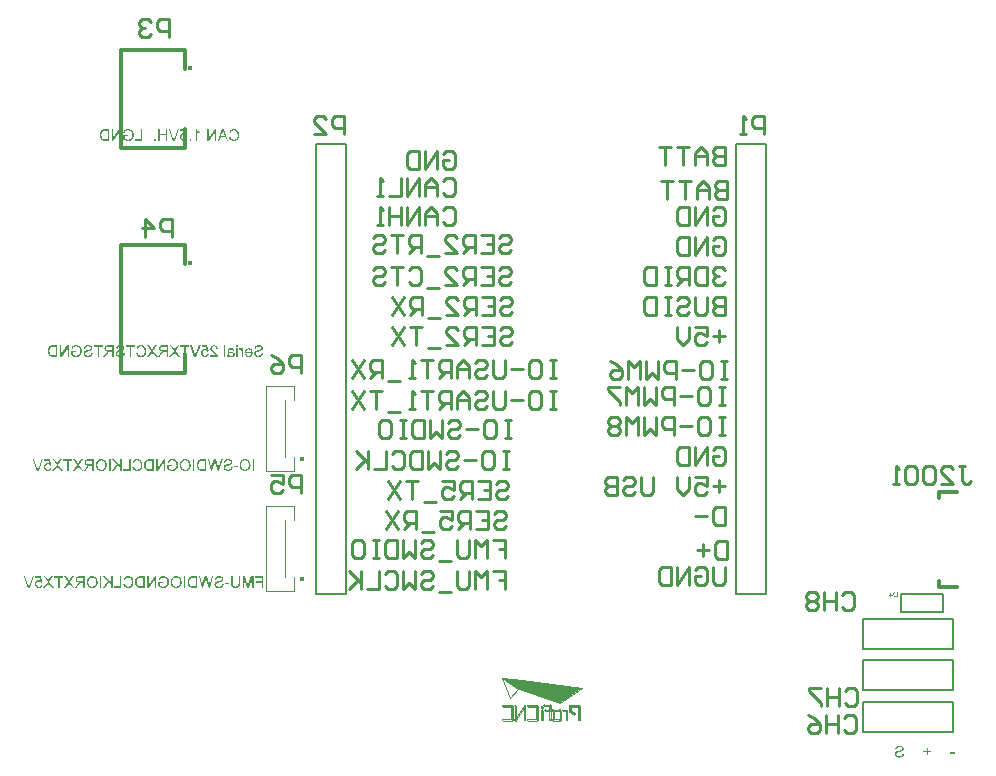
<source format=gbo>
%FSLAX42Y42*%
%MOMM*%
G71*
G01*
G75*
G04 Layer_Color=32896*
%ADD10C,0.20*%
%ADD11C,0.25*%
%ADD12C,1.50*%
%ADD13C,0.50*%
%ADD14C,1.30*%
%ADD15C,2.55*%
%ADD16C,2.30*%
%ADD17C,3.00*%
%ADD18R,1.50X1.50*%
%ADD19C,1.50*%
%ADD20R,1.50X1.50*%
%ADD21C,2.54*%
%ADD22C,1.27*%
%ADD23C,0.60*%
G04:AMPARAMS|DCode=24|XSize=0.61mm|YSize=1.7mm|CornerRadius=0.3mm|HoleSize=0mm|Usage=FLASHONLY|Rotation=90.000|XOffset=0mm|YOffset=0mm|HoleType=Round|Shape=RoundedRectangle|*
%AMROUNDEDRECTD24*
21,1,0.61,1.09,0,0,90.0*
21,1,0.00,1.70,0,0,90.0*
1,1,0.61,0.55,0.00*
1,1,0.61,0.55,0.00*
1,1,0.61,-0.55,0.00*
1,1,0.61,-0.55,0.00*
%
%ADD24ROUNDEDRECTD24*%
G04:AMPARAMS|DCode=25|XSize=2.82mm|YSize=1.02mm|CornerRadius=0.51mm|HoleSize=0mm|Usage=FLASHONLY|Rotation=0.000|XOffset=0mm|YOffset=0mm|HoleType=Round|Shape=RoundedRectangle|*
%AMROUNDEDRECTD25*
21,1,2.82,0.00,0,0,0.0*
21,1,1.80,1.02,0,0,0.0*
1,1,1.02,0.90,0.00*
1,1,1.02,-0.90,0.00*
1,1,1.02,-0.90,0.00*
1,1,1.02,0.90,0.00*
%
%ADD25ROUNDEDRECTD25*%
%ADD26R,1.70X0.46*%
%ADD27R,1.70X0.40*%
%ADD28R,2.11X1.50*%
%ADD29R,1.91X2.39*%
%ADD30R,1.91X1.19*%
%ADD31R,1.70X1.20*%
G04:AMPARAMS|DCode=32|XSize=0.5mm|YSize=1mm|CornerRadius=0.25mm|HoleSize=0mm|Usage=FLASHONLY|Rotation=270.000|XOffset=0mm|YOffset=0mm|HoleType=Round|Shape=RoundedRectangle|*
%AMROUNDEDRECTD32*
21,1,0.50,0.50,0,0,270.0*
21,1,0.00,1.00,0,0,270.0*
1,1,0.50,-0.25,0.00*
1,1,0.50,-0.25,0.00*
1,1,0.50,0.25,0.00*
1,1,0.50,0.25,0.00*
%
%ADD32ROUNDEDRECTD32*%
%ADD33R,1.00X0.50*%
%ADD34R,1.22X0.71*%
%ADD35C,0.38*%
%ADD36C,0.13*%
%ADD37C,1.50*%
%ADD38C,2.76*%
%ADD39C,2.51*%
%ADD40C,3.20*%
%ADD41R,1.70X1.70*%
%ADD42C,1.70*%
%ADD43R,1.70X1.70*%
%ADD44C,2.74*%
G04:AMPARAMS|DCode=45|XSize=0.81mm|YSize=1.91mm|CornerRadius=0.41mm|HoleSize=0mm|Usage=FLASHONLY|Rotation=90.000|XOffset=0mm|YOffset=0mm|HoleType=Round|Shape=RoundedRectangle|*
%AMROUNDEDRECTD45*
21,1,0.81,1.09,0,0,90.0*
21,1,0.00,1.91,0,0,90.0*
1,1,0.81,0.55,0.00*
1,1,0.81,0.55,0.00*
1,1,0.81,-0.55,0.00*
1,1,0.81,-0.55,0.00*
%
%ADD45ROUNDEDRECTD45*%
G04:AMPARAMS|DCode=46|XSize=3.02mm|YSize=1.22mm|CornerRadius=0.61mm|HoleSize=0mm|Usage=FLASHONLY|Rotation=0.000|XOffset=0mm|YOffset=0mm|HoleType=Round|Shape=RoundedRectangle|*
%AMROUNDEDRECTD46*
21,1,3.02,0.00,0,0,0.0*
21,1,1.80,1.22,0,0,0.0*
1,1,1.22,0.90,0.00*
1,1,1.22,-0.90,0.00*
1,1,1.22,-0.90,0.00*
1,1,1.22,0.90,0.00*
%
%ADD46ROUNDEDRECTD46*%
%ADD47R,1.91X0.66*%
%ADD48R,1.91X0.60*%
%ADD49R,2.31X1.70*%
%ADD50R,2.11X2.59*%
%ADD51R,2.11X1.40*%
%ADD52R,1.90X1.40*%
G04:AMPARAMS|DCode=53|XSize=0.7mm|YSize=1.2mm|CornerRadius=0.35mm|HoleSize=0mm|Usage=FLASHONLY|Rotation=270.000|XOffset=0mm|YOffset=0mm|HoleType=Round|Shape=RoundedRectangle|*
%AMROUNDEDRECTD53*
21,1,0.70,0.50,0,0,270.0*
21,1,0.00,1.20,0,0,270.0*
1,1,0.70,-0.25,0.00*
1,1,0.70,-0.25,0.00*
1,1,0.70,0.25,0.00*
1,1,0.70,0.25,0.00*
%
%ADD53ROUNDEDRECTD53*%
%ADD54R,1.20X0.70*%
%ADD55R,1.42X0.91*%
%ADD56C,0.01*%
%ADD57C,0.01*%
%ADD58C,0.01*%
%ADD59C,0.30*%
%ADD60C,0.10*%
%ADD61R,0.02X0.01*%
%ADD62R,0.02X0.02*%
%ADD63R,0.10X0.01*%
%ADD64R,0.11X0.02*%
%ADD65R,0.05X1.33*%
%ADD66R,0.06X0.01*%
%ADD67R,0.12X0.72*%
%ADD68R,0.03X0.04*%
%ADD69R,0.01X0.01*%
%ADD70R,0.01X0.02*%
%ADD71R,0.02X0.03*%
%ADD72R,0.02X0.03*%
%ADD73R,0.01X0.01*%
%ADD74R,0.02X0.03*%
%ADD75R,0.04X0.00*%
%ADD76R,0.05X0.03*%
%ADD77R,0.03X0.00*%
%ADD78R,0.04X0.05*%
%ADD79R,0.02X0.05*%
%ADD80R,0.03X0.04*%
%ADD81R,0.03X0.06*%
%ADD82R,0.09X0.03*%
%ADD83R,0.02X0.04*%
%ADD84R,0.06X0.07*%
%ADD85R,0.02X0.03*%
%ADD86R,0.01X0.04*%
%ADD87R,0.03X0.05*%
%ADD88R,0.08X0.05*%
%ADD89R,0.09X0.05*%
%ADD90R,0.01X0.03*%
%ADD91R,0.11X0.03*%
%ADD92R,0.02X0.03*%
%ADD93R,0.03X0.02*%
%ADD94R,0.07X0.02*%
%ADD95R,0.09X0.05*%
%ADD96R,0.11X0.04*%
%ADD97R,0.03X0.00*%
%ADD98R,0.06X0.07*%
%ADD99R,0.03X0.09*%
%ADD100R,0.08X0.11*%
%ADD101R,0.07X0.00*%
%ADD102R,0.03X0.01*%
%ADD103R,0.04X0.04*%
%ADD104R,0.06X0.06*%
%ADD105R,0.06X0.12*%
%ADD106R,0.06X0.06*%
%ADD107R,0.12X0.72*%
%ADD108R,0.07X0.12*%
%ADD109R,0.53X0.12*%
%ADD110R,0.12X0.72*%
%ADD111R,0.53X0.12*%
G36*
X-4652Y-56D02*
X-4663Y-57D01*
X-4664Y-56D01*
X-4665Y-54D01*
X-4666Y-53D01*
X-4667Y-52D01*
X-4669Y-51D01*
X-4669Y-51D01*
X-4670Y-51D01*
X-4670Y-50D01*
X-4670Y-50D01*
X-4670D01*
X-4672Y-49D01*
X-4674Y-49D01*
X-4675Y-48D01*
X-4677Y-48D01*
X-4678Y-48D01*
X-4679Y-48D01*
X-4679Y-48D01*
X-4680D01*
X-4680Y-48D01*
X-4681D01*
X-4682Y-48D01*
X-4684Y-48D01*
X-4685Y-48D01*
X-4687Y-48D01*
X-4688Y-49D01*
X-4689Y-49D01*
X-4691Y-50D01*
X-4692Y-51D01*
X-4693Y-51D01*
X-4693Y-52D01*
X-4694Y-52D01*
X-4695Y-53D01*
X-4695Y-53D01*
X-4695Y-53D01*
X-4696Y-53D01*
X-4696Y-53D01*
X-4697Y-55D01*
X-4698Y-56D01*
X-4698Y-57D01*
X-4699Y-58D01*
X-4700Y-60D01*
X-4700Y-61D01*
X-4700Y-62D01*
X-4701Y-64D01*
X-4701Y-65D01*
X-4701Y-66D01*
X-4701Y-67D01*
X-4701Y-68D01*
Y-69D01*
X-4701Y-69D01*
Y-70D01*
Y-70D01*
X-4701Y-72D01*
X-4701Y-73D01*
X-4701Y-75D01*
X-4701Y-77D01*
X-4700Y-78D01*
X-4700Y-80D01*
X-4699Y-81D01*
X-4698Y-82D01*
X-4698Y-83D01*
X-4697Y-84D01*
X-4697Y-85D01*
X-4696Y-86D01*
X-4696Y-86D01*
X-4696Y-87D01*
X-4696Y-87D01*
X-4695Y-87D01*
X-4694Y-88D01*
X-4693Y-89D01*
X-4692Y-90D01*
X-4691Y-91D01*
X-4689Y-91D01*
X-4688Y-92D01*
X-4687Y-92D01*
X-4686Y-93D01*
X-4685Y-93D01*
X-4684Y-93D01*
X-4683Y-93D01*
X-4682Y-93D01*
X-4682D01*
X-4681Y-93D01*
X-4681D01*
X-4679Y-93D01*
X-4678Y-93D01*
X-4677Y-93D01*
X-4676Y-93D01*
X-4675Y-92D01*
X-4674Y-92D01*
X-4673Y-92D01*
X-4672Y-91D01*
X-4671Y-91D01*
X-4670Y-90D01*
X-4670Y-90D01*
X-4669Y-89D01*
X-4669Y-89D01*
X-4669Y-89D01*
X-4669Y-89D01*
X-4668Y-89D01*
X-4668Y-88D01*
X-4667Y-87D01*
X-4666Y-86D01*
X-4665Y-85D01*
X-4665Y-84D01*
X-4664Y-82D01*
X-4663Y-80D01*
X-4663Y-79D01*
X-4663Y-78D01*
X-4663Y-77D01*
X-4662Y-76D01*
X-4662Y-76D01*
X-4662Y-75D01*
X-4662Y-75D01*
Y-75D01*
X-4650Y-76D01*
X-4650Y-78D01*
X-4650Y-80D01*
X-4651Y-82D01*
X-4651Y-84D01*
X-4652Y-86D01*
X-4653Y-88D01*
X-4654Y-89D01*
X-4655Y-91D01*
X-4656Y-92D01*
X-4656Y-93D01*
X-4657Y-94D01*
X-4658Y-94D01*
X-4658Y-95D01*
X-4659Y-95D01*
X-4659Y-96D01*
X-4659Y-96D01*
X-4661Y-97D01*
X-4662Y-98D01*
X-4664Y-99D01*
X-4666Y-100D01*
X-4668Y-101D01*
X-4670Y-101D01*
X-4671Y-102D01*
X-4673Y-102D01*
X-4675Y-103D01*
X-4676Y-103D01*
X-4677Y-103D01*
X-4679Y-103D01*
X-4679Y-103D01*
X-4680Y-103D01*
X-4681D01*
X-4684Y-103D01*
X-4687Y-103D01*
X-4689Y-102D01*
X-4692Y-101D01*
X-4694Y-100D01*
X-4696Y-99D01*
X-4698Y-98D01*
X-4700Y-97D01*
X-4701Y-96D01*
X-4703Y-95D01*
X-4704Y-94D01*
X-4705Y-93D01*
X-4705Y-92D01*
X-4706Y-92D01*
X-4706Y-92D01*
X-4706Y-91D01*
X-4708Y-90D01*
X-4709Y-88D01*
X-4710Y-86D01*
X-4711Y-84D01*
X-4712Y-82D01*
X-4712Y-80D01*
X-4713Y-78D01*
X-4713Y-76D01*
X-4713Y-75D01*
X-4714Y-73D01*
X-4714Y-72D01*
X-4714Y-71D01*
X-4714Y-70D01*
X-4714Y-69D01*
Y-69D01*
Y-69D01*
Y-69D01*
Y-69D01*
X-4714Y-66D01*
X-4714Y-64D01*
X-4713Y-61D01*
X-4713Y-59D01*
X-4712Y-57D01*
X-4711Y-55D01*
X-4711Y-54D01*
X-4710Y-52D01*
X-4709Y-51D01*
X-4708Y-49D01*
X-4707Y-48D01*
X-4707Y-47D01*
X-4706Y-47D01*
X-4706Y-46D01*
X-4705Y-46D01*
X-4705Y-46D01*
X-4704Y-44D01*
X-4702Y-43D01*
X-4700Y-42D01*
X-4698Y-41D01*
X-4696Y-40D01*
X-4695Y-39D01*
X-4693Y-39D01*
X-4691Y-38D01*
X-4690Y-38D01*
X-4688Y-38D01*
X-4687Y-37D01*
X-4686Y-37D01*
X-4685Y-37D01*
X-4684Y-37D01*
X-4684D01*
X-4682Y-37D01*
X-4680Y-37D01*
X-4678Y-38D01*
X-4677Y-38D01*
X-4675Y-38D01*
X-4674Y-39D01*
X-4672Y-39D01*
X-4671Y-40D01*
X-4670Y-41D01*
X-4669Y-41D01*
X-4668Y-42D01*
X-4667Y-42D01*
X-4666Y-43D01*
X-4666Y-43D01*
X-4665Y-43D01*
X-4665Y-43D01*
X-4671Y-17D01*
X-4710D01*
Y-5D01*
X-4661D01*
X-4652Y-56D01*
D02*
G37*
G36*
X-4591Y-51D02*
X-4554Y-102D01*
X-4569D01*
X-4594Y-68D01*
X-4595Y-67D01*
X-4595Y-66D01*
X-4596Y-65D01*
X-4597Y-64D01*
X-4597Y-63D01*
X-4598Y-62D01*
X-4598Y-61D01*
X-4598Y-61D01*
X-4599Y-61D01*
Y-61D01*
X-4600Y-63D01*
X-4601Y-64D01*
X-4601Y-65D01*
X-4602Y-66D01*
X-4602Y-66D01*
X-4602Y-67D01*
X-4603Y-67D01*
X-4627Y-102D01*
X-4643D01*
X-4607Y-51D01*
X-4640Y-4D01*
X-4626D01*
X-4607Y-30D01*
X-4605Y-32D01*
X-4604Y-34D01*
X-4602Y-36D01*
X-4601Y-38D01*
X-4601Y-38D01*
X-4600Y-39D01*
X-4600Y-40D01*
X-4600Y-40D01*
X-4599Y-41D01*
X-4599Y-41D01*
X-4599Y-41D01*
X-4599Y-41D01*
X-4599Y-40D01*
X-4598Y-39D01*
X-4597Y-37D01*
X-4596Y-35D01*
X-4594Y-33D01*
X-4594Y-33D01*
X-4593Y-32D01*
X-4593Y-31D01*
X-4592Y-30D01*
X-4592Y-30D01*
X-4592Y-29D01*
X-4591Y-29D01*
X-4591Y-29D01*
X-4574Y-4D01*
X-4558D01*
X-4591Y-51D01*
D02*
G37*
G36*
X-4418D02*
X-4380Y-102D01*
X-4395D01*
X-4420Y-68D01*
X-4421Y-67D01*
X-4421Y-66D01*
X-4422Y-65D01*
X-4423Y-64D01*
X-4424Y-63D01*
X-4424Y-62D01*
X-4424Y-61D01*
X-4425Y-61D01*
X-4425Y-61D01*
Y-61D01*
X-4426Y-63D01*
X-4427Y-64D01*
X-4427Y-65D01*
X-4428Y-66D01*
X-4428Y-66D01*
X-4429Y-67D01*
X-4429Y-67D01*
X-4453Y-102D01*
X-4469D01*
X-4433Y-51D01*
X-4467Y-4D01*
X-4453D01*
X-4433Y-30D01*
X-4431Y-32D01*
X-4430Y-34D01*
X-4429Y-36D01*
X-4428Y-38D01*
X-4427Y-38D01*
X-4427Y-39D01*
X-4426Y-40D01*
X-4426Y-40D01*
X-4426Y-41D01*
X-4426Y-41D01*
X-4425Y-41D01*
X-4425Y-41D01*
X-4425Y-40D01*
X-4424Y-39D01*
X-4423Y-37D01*
X-4422Y-35D01*
X-4421Y-33D01*
X-4420Y-33D01*
X-4419Y-32D01*
X-4419Y-31D01*
X-4418Y-30D01*
X-4418Y-30D01*
X-4418Y-29D01*
X-4418Y-29D01*
X-4418Y-29D01*
X-4400Y-4D01*
X-4384D01*
X-4418Y-51D01*
D02*
G37*
G36*
X-4057Y-102D02*
X-4070D01*
Y-68D01*
X-4086Y-52D01*
X-4120Y-102D01*
X-4137D01*
X-4095Y-44D01*
X-4136Y-4D01*
X-4118D01*
X-4070Y-53D01*
Y-4D01*
X-4057D01*
Y-102D01*
D02*
G37*
G36*
X-3228D02*
X-3241D01*
X-3262Y-27D01*
X-3262Y-26D01*
X-3263Y-24D01*
X-3263Y-22D01*
X-3264Y-20D01*
X-3264Y-19D01*
X-3264Y-18D01*
X-3264Y-18D01*
X-3264Y-17D01*
X-3265Y-17D01*
X-3265Y-16D01*
X-3265Y-16D01*
Y-16D01*
X-3265Y-17D01*
X-3265Y-17D01*
X-3265Y-18D01*
X-3265Y-19D01*
X-3266Y-20D01*
X-3266Y-21D01*
X-3266Y-23D01*
X-3267Y-24D01*
X-3267Y-24D01*
X-3267Y-25D01*
X-3267Y-26D01*
X-3268Y-27D01*
X-3268Y-27D01*
X-3268Y-27D01*
Y-27D01*
X-3288Y-102D01*
X-3301D01*
X-3327Y-4D01*
X-3314D01*
X-3299Y-67D01*
X-3299Y-69D01*
X-3298Y-71D01*
X-3298Y-73D01*
X-3297Y-75D01*
X-3297Y-77D01*
X-3296Y-79D01*
X-3296Y-80D01*
X-3296Y-82D01*
X-3295Y-83D01*
X-3295Y-85D01*
X-3295Y-85D01*
X-3295Y-86D01*
X-3295Y-87D01*
X-3294Y-88D01*
X-3294Y-88D01*
Y-88D01*
X-3293Y-82D01*
X-3292Y-76D01*
X-3292Y-73D01*
X-3291Y-70D01*
X-3290Y-67D01*
X-3290Y-65D01*
X-3289Y-62D01*
X-3289Y-60D01*
X-3288Y-58D01*
X-3288Y-57D01*
X-3288Y-57D01*
X-3287Y-56D01*
X-3287Y-55D01*
X-3287Y-55D01*
X-3287Y-54D01*
X-3287Y-54D01*
X-3287Y-54D01*
X-3287Y-54D01*
Y-54D01*
X-3273Y-4D01*
X-3257D01*
X-3239Y-70D01*
X-3239Y-70D01*
X-3239Y-71D01*
X-3238Y-71D01*
X-3238Y-73D01*
X-3238Y-74D01*
X-3238Y-75D01*
X-3237Y-77D01*
X-3236Y-80D01*
X-3236Y-81D01*
X-3236Y-83D01*
X-3235Y-84D01*
X-3235Y-86D01*
X-3235Y-87D01*
X-3235Y-87D01*
X-3235Y-87D01*
X-3234Y-88D01*
Y-88D01*
X-3234Y-88D01*
Y-88D01*
X-3234Y-84D01*
X-3233Y-81D01*
X-3233Y-79D01*
X-3232Y-77D01*
X-3232Y-76D01*
X-3232Y-74D01*
X-3231Y-73D01*
X-3231Y-72D01*
X-3231Y-71D01*
X-3231Y-70D01*
X-3230Y-69D01*
X-3230Y-69D01*
X-3230Y-68D01*
Y-68D01*
X-3215Y-4D01*
X-3202D01*
X-3228Y-102D01*
D02*
G37*
G36*
X-3687D02*
X-3699D01*
Y-25D01*
X-3750Y-102D01*
X-3764D01*
Y-4D01*
X-3751D01*
Y-81D01*
X-3700Y-4D01*
X-3687D01*
Y-102D01*
D02*
G37*
G36*
X-3069Y-72D02*
X-3106D01*
Y-60D01*
X-3069D01*
Y-72D01*
D02*
G37*
G36*
X-2514Y-21D02*
X-2549D01*
Y14D01*
X-2514D01*
Y-21D01*
D02*
G37*
G36*
X-3457Y3289D02*
X-3493D01*
Y3324D01*
X-3457D01*
Y3289D01*
D02*
G37*
G36*
X-3457Y1638D02*
X-3492D01*
Y1673D01*
X-3457D01*
Y1638D01*
D02*
G37*
G36*
X-2514Y-1037D02*
X-2549D01*
Y-1002D01*
X-2514D01*
Y-1037D01*
D02*
G37*
G36*
X2532Y-2428D02*
X2534Y-2428D01*
X2536Y-2429D01*
X2537Y-2429D01*
X2539Y-2429D01*
X2540Y-2429D01*
X2542Y-2430D01*
X2543Y-2430D01*
X2544Y-2430D01*
X2545Y-2431D01*
X2546Y-2431D01*
X2547Y-2431D01*
X2547Y-2431D01*
X2548Y-2431D01*
X2548Y-2432D01*
X2548Y-2432D01*
X2550Y-2432D01*
X2551Y-2433D01*
X2552Y-2434D01*
X2554Y-2434D01*
X2555Y-2435D01*
X2556Y-2436D01*
X2557Y-2437D01*
X2557Y-2438D01*
X2558Y-2438D01*
X2559Y-2439D01*
X2559Y-2440D01*
X2560Y-2440D01*
X2560Y-2441D01*
X2560Y-2441D01*
X2560Y-2441D01*
X2560Y-2441D01*
X2561Y-2443D01*
X2562Y-2444D01*
X2562Y-2445D01*
X2563Y-2446D01*
X2563Y-2447D01*
X2564Y-2448D01*
X2564Y-2450D01*
X2564Y-2451D01*
X2564Y-2452D01*
X2564Y-2452D01*
X2564Y-2453D01*
X2564Y-2454D01*
X2565Y-2454D01*
Y-2455D01*
Y-2455D01*
Y-2455D01*
X2564Y-2456D01*
X2564Y-2458D01*
X2564Y-2460D01*
X2564Y-2462D01*
X2563Y-2463D01*
X2563Y-2464D01*
X2563Y-2464D01*
X2562Y-2465D01*
X2562Y-2466D01*
X2562Y-2466D01*
X2561Y-2467D01*
X2561Y-2467D01*
X2561Y-2467D01*
X2561Y-2467D01*
X2560Y-2468D01*
X2560Y-2469D01*
X2558Y-2471D01*
X2556Y-2472D01*
X2555Y-2474D01*
X2554Y-2474D01*
X2553Y-2475D01*
X2552Y-2475D01*
X2552Y-2476D01*
X2551Y-2476D01*
X2551Y-2476D01*
X2551Y-2476D01*
X2551Y-2476D01*
X2550Y-2477D01*
X2548Y-2477D01*
X2547Y-2478D01*
X2546Y-2478D01*
X2542Y-2480D01*
X2539Y-2480D01*
X2538Y-2481D01*
X2537Y-2481D01*
X2535Y-2482D01*
X2534Y-2482D01*
X2533Y-2482D01*
X2533Y-2482D01*
X2532Y-2482D01*
X2532D01*
X2532Y-2482D01*
X2532D01*
X2530Y-2483D01*
X2527Y-2484D01*
X2525Y-2484D01*
X2524Y-2485D01*
X2522Y-2485D01*
X2521Y-2485D01*
X2519Y-2486D01*
X2518Y-2486D01*
X2517Y-2486D01*
X2517Y-2486D01*
X2516Y-2487D01*
X2516Y-2487D01*
X2515Y-2487D01*
X2515Y-2487D01*
X2515Y-2487D01*
X2515D01*
X2514Y-2488D01*
X2513Y-2488D01*
X2512Y-2489D01*
X2511Y-2489D01*
X2510Y-2490D01*
X2509Y-2490D01*
X2509Y-2491D01*
X2508Y-2491D01*
X2508Y-2491D01*
X2507Y-2492D01*
X2506Y-2492D01*
X2506Y-2493D01*
X2506Y-2493D01*
Y-2493D01*
X2505Y-2494D01*
X2504Y-2496D01*
X2504Y-2497D01*
X2504Y-2498D01*
X2503Y-2499D01*
X2503Y-2500D01*
Y-2500D01*
X2503Y-2500D01*
Y-2501D01*
Y-2501D01*
Y-2501D01*
X2503Y-2503D01*
X2504Y-2504D01*
X2504Y-2506D01*
X2505Y-2507D01*
X2505Y-2508D01*
X2505Y-2508D01*
X2506Y-2509D01*
X2506Y-2509D01*
X2506Y-2509D01*
X2506Y-2509D01*
Y-2509D01*
X2507Y-2511D01*
X2508Y-2512D01*
X2510Y-2513D01*
X2511Y-2514D01*
X2513Y-2514D01*
X2513Y-2515D01*
X2513Y-2515D01*
X2514Y-2515D01*
X2514Y-2515D01*
X2514Y-2515D01*
X2514D01*
X2517Y-2516D01*
X2519Y-2517D01*
X2521Y-2517D01*
X2523Y-2517D01*
X2524Y-2517D01*
X2525Y-2517D01*
X2525Y-2517D01*
X2526D01*
X2527Y-2517D01*
X2527D01*
X2530Y-2517D01*
X2533Y-2517D01*
X2535Y-2517D01*
X2536Y-2517D01*
X2537Y-2516D01*
X2538Y-2516D01*
X2539Y-2516D01*
X2540Y-2515D01*
X2541Y-2515D01*
X2541Y-2515D01*
X2542Y-2515D01*
X2542Y-2515D01*
X2542Y-2515D01*
X2542D01*
X2544Y-2514D01*
X2545Y-2513D01*
X2546Y-2513D01*
X2547Y-2512D01*
X2548Y-2512D01*
X2548Y-2511D01*
X2549Y-2510D01*
X2550Y-2510D01*
X2550Y-2509D01*
X2551Y-2509D01*
X2551Y-2508D01*
X2551Y-2508D01*
X2552Y-2507D01*
X2552Y-2507D01*
X2552Y-2507D01*
X2552Y-2507D01*
X2553Y-2505D01*
X2554Y-2503D01*
X2555Y-2501D01*
X2555Y-2499D01*
X2555Y-2498D01*
X2556Y-2498D01*
X2556Y-2497D01*
X2556Y-2496D01*
X2556Y-2496D01*
Y-2495D01*
X2556Y-2495D01*
Y-2495D01*
X2568Y-2496D01*
X2568Y-2498D01*
X2568Y-2500D01*
X2568Y-2501D01*
X2567Y-2503D01*
X2567Y-2504D01*
X2566Y-2506D01*
X2566Y-2507D01*
X2565Y-2508D01*
X2565Y-2510D01*
X2565Y-2511D01*
X2564Y-2511D01*
X2564Y-2512D01*
X2563Y-2513D01*
X2563Y-2513D01*
X2563Y-2513D01*
X2563Y-2514D01*
X2562Y-2515D01*
X2561Y-2516D01*
X2560Y-2517D01*
X2559Y-2519D01*
X2557Y-2520D01*
X2556Y-2521D01*
X2555Y-2521D01*
X2554Y-2522D01*
X2553Y-2523D01*
X2552Y-2524D01*
X2551Y-2524D01*
X2550Y-2524D01*
X2550Y-2525D01*
X2549Y-2525D01*
X2549Y-2525D01*
X2549Y-2525D01*
X2547Y-2526D01*
X2545Y-2526D01*
X2544Y-2527D01*
X2542Y-2527D01*
X2538Y-2528D01*
X2536Y-2528D01*
X2535Y-2528D01*
X2533Y-2529D01*
X2531Y-2529D01*
X2530Y-2529D01*
X2529Y-2529D01*
X2528Y-2529D01*
X2527D01*
X2525Y-2529D01*
X2523Y-2529D01*
X2521Y-2529D01*
X2519Y-2528D01*
X2518Y-2528D01*
X2516Y-2528D01*
X2515Y-2527D01*
X2513Y-2527D01*
X2512Y-2527D01*
X2511Y-2526D01*
X2510Y-2526D01*
X2510Y-2526D01*
X2509Y-2525D01*
X2508Y-2525D01*
X2508Y-2525D01*
X2508Y-2525D01*
X2507Y-2524D01*
X2505Y-2524D01*
X2504Y-2523D01*
X2503Y-2522D01*
X2501Y-2521D01*
X2500Y-2520D01*
X2499Y-2519D01*
X2499Y-2518D01*
X2498Y-2518D01*
X2497Y-2517D01*
X2497Y-2516D01*
X2496Y-2516D01*
X2496Y-2515D01*
X2496Y-2515D01*
X2495Y-2515D01*
X2495Y-2514D01*
X2495Y-2513D01*
X2494Y-2512D01*
X2493Y-2511D01*
X2493Y-2509D01*
X2492Y-2508D01*
X2492Y-2507D01*
X2492Y-2506D01*
X2491Y-2505D01*
X2491Y-2504D01*
X2491Y-2503D01*
X2491Y-2502D01*
X2491Y-2501D01*
X2491Y-2501D01*
Y-2500D01*
Y-2500D01*
Y-2500D01*
X2491Y-2498D01*
X2491Y-2497D01*
X2491Y-2496D01*
X2491Y-2494D01*
X2492Y-2493D01*
X2492Y-2492D01*
X2493Y-2491D01*
X2493Y-2490D01*
X2493Y-2489D01*
X2494Y-2488D01*
X2494Y-2488D01*
X2494Y-2487D01*
X2495Y-2487D01*
X2495Y-2486D01*
X2495Y-2486D01*
X2495Y-2486D01*
X2496Y-2485D01*
X2497Y-2484D01*
X2499Y-2482D01*
X2501Y-2480D01*
X2502Y-2479D01*
X2503Y-2479D01*
X2504Y-2478D01*
X2505Y-2478D01*
X2505Y-2477D01*
X2506Y-2477D01*
X2507Y-2476D01*
X2507Y-2476D01*
X2507Y-2476D01*
X2508Y-2476D01*
X2509Y-2476D01*
X2510Y-2475D01*
X2512Y-2474D01*
X2513Y-2474D01*
X2515Y-2473D01*
X2517Y-2473D01*
X2520Y-2472D01*
X2522Y-2472D01*
X2524Y-2471D01*
X2525Y-2471D01*
X2527Y-2470D01*
X2528Y-2470D01*
X2528Y-2470D01*
X2528Y-2470D01*
X2529Y-2470D01*
X2529D01*
X2529Y-2470D01*
X2529D01*
X2532Y-2469D01*
X2534Y-2469D01*
X2537Y-2468D01*
X2539Y-2467D01*
X2540Y-2467D01*
X2542Y-2466D01*
X2543Y-2466D01*
X2545Y-2465D01*
X2546Y-2465D01*
X2546Y-2464D01*
X2547Y-2464D01*
X2548Y-2463D01*
X2548Y-2463D01*
X2548Y-2463D01*
X2548Y-2463D01*
X2548Y-2463D01*
X2549Y-2462D01*
X2550Y-2462D01*
X2550Y-2461D01*
X2551Y-2460D01*
X2551Y-2459D01*
X2552Y-2457D01*
X2552Y-2456D01*
X2552Y-2456D01*
X2552Y-2455D01*
X2552Y-2455D01*
Y-2454D01*
Y-2454D01*
Y-2454D01*
X2552Y-2453D01*
X2552Y-2452D01*
X2552Y-2451D01*
X2551Y-2450D01*
X2550Y-2448D01*
X2550Y-2447D01*
X2549Y-2447D01*
X2549Y-2446D01*
X2549Y-2446D01*
X2548Y-2445D01*
X2548Y-2445D01*
X2547Y-2444D01*
X2547Y-2444D01*
X2547Y-2444D01*
X2547Y-2444D01*
X2546Y-2443D01*
X2545Y-2442D01*
X2543Y-2442D01*
X2542Y-2441D01*
X2541Y-2441D01*
X2539Y-2441D01*
X2536Y-2440D01*
X2535Y-2440D01*
X2534Y-2440D01*
X2533Y-2440D01*
X2532Y-2440D01*
X2531Y-2440D01*
X2530D01*
X2528Y-2440D01*
X2526Y-2440D01*
X2524Y-2440D01*
X2522Y-2440D01*
X2521Y-2441D01*
X2520Y-2441D01*
X2518Y-2441D01*
X2517Y-2442D01*
X2516Y-2442D01*
X2515Y-2443D01*
X2515Y-2443D01*
X2514Y-2444D01*
X2513Y-2444D01*
X2513Y-2444D01*
X2513Y-2444D01*
X2513Y-2444D01*
X2512Y-2445D01*
X2511Y-2446D01*
X2510Y-2447D01*
X2509Y-2448D01*
X2509Y-2450D01*
X2508Y-2451D01*
X2508Y-2452D01*
X2507Y-2453D01*
X2507Y-2454D01*
X2507Y-2455D01*
X2507Y-2456D01*
X2506Y-2457D01*
X2506Y-2457D01*
X2506Y-2458D01*
X2506Y-2458D01*
Y-2458D01*
X2494Y-2457D01*
X2494Y-2456D01*
X2494Y-2454D01*
X2494Y-2453D01*
X2495Y-2451D01*
X2495Y-2450D01*
X2495Y-2449D01*
X2496Y-2448D01*
X2496Y-2446D01*
X2497Y-2445D01*
X2497Y-2445D01*
X2498Y-2444D01*
X2498Y-2443D01*
X2498Y-2443D01*
X2498Y-2442D01*
X2499Y-2442D01*
X2499Y-2442D01*
X2499Y-2441D01*
X2500Y-2440D01*
X2501Y-2439D01*
X2503Y-2438D01*
X2504Y-2437D01*
X2505Y-2436D01*
X2506Y-2435D01*
X2507Y-2434D01*
X2508Y-2434D01*
X2508Y-2433D01*
X2509Y-2433D01*
X2510Y-2432D01*
X2511Y-2432D01*
X2511Y-2432D01*
X2511Y-2432D01*
X2511Y-2432D01*
X2513Y-2431D01*
X2514Y-2431D01*
X2516Y-2430D01*
X2518Y-2430D01*
X2521Y-2429D01*
X2522Y-2429D01*
X2524Y-2429D01*
X2525Y-2429D01*
X2527Y-2428D01*
X2528Y-2428D01*
X2529D01*
X2529Y-2428D01*
X2530D01*
X2532Y-2428D01*
D02*
G37*
G36*
X2771Y-2474D02*
X2797D01*
Y-2485D01*
X2771D01*
Y-2512D01*
X2760D01*
Y-2485D01*
X2733D01*
Y-2474D01*
X2760D01*
Y-2447D01*
X2771D01*
Y-2474D01*
D02*
G37*
G36*
X2997Y-2498D02*
X2960D01*
Y-2486D01*
X2997D01*
Y-2498D01*
D02*
G37*
G36*
X-4758Y-102D02*
X-4771D01*
X-4809Y-4D01*
X-4796D01*
X-4770Y-75D01*
X-4769Y-78D01*
X-4768Y-81D01*
X-4767Y-82D01*
X-4767Y-84D01*
X-4766Y-85D01*
X-4766Y-86D01*
X-4766Y-87D01*
X-4765Y-88D01*
X-4765Y-89D01*
X-4765Y-90D01*
X-4765Y-90D01*
X-4764Y-91D01*
X-4764Y-91D01*
Y-91D01*
X-4764Y-88D01*
X-4763Y-85D01*
X-4762Y-83D01*
X-4761Y-81D01*
X-4761Y-80D01*
X-4761Y-79D01*
X-4760Y-78D01*
X-4760Y-77D01*
X-4760Y-76D01*
X-4760Y-76D01*
X-4759Y-75D01*
X-4759Y-75D01*
X-4759Y-75D01*
X-4734Y-4D01*
X-4720D01*
X-4758Y-102D01*
D02*
G37*
G36*
X-4473Y-16D02*
X-4505D01*
Y-102D01*
X-4518D01*
Y-16D01*
X-4550D01*
Y-4D01*
X-4473D01*
Y-16D01*
D02*
G37*
G36*
X-4292Y-102D02*
X-4305D01*
Y-58D01*
X-4321D01*
X-4323Y-58D01*
X-4324Y-58D01*
X-4325Y-59D01*
X-4326Y-59D01*
X-4326Y-59D01*
X-4327Y-59D01*
X-4327D01*
X-4328Y-59D01*
X-4329Y-60D01*
X-4330Y-60D01*
X-4331Y-60D01*
X-4332Y-61D01*
X-4332Y-61D01*
X-4333Y-61D01*
X-4333Y-61D01*
X-4334Y-62D01*
X-4335Y-63D01*
X-4336Y-64D01*
X-4337Y-65D01*
X-4338Y-66D01*
X-4339Y-67D01*
X-4339Y-68D01*
X-4339Y-68D01*
X-4339Y-68D01*
X-4339Y-68D01*
X-4340Y-69D01*
X-4341Y-70D01*
X-4342Y-72D01*
X-4344Y-74D01*
X-4345Y-76D01*
X-4346Y-77D01*
X-4347Y-78D01*
X-4347Y-79D01*
X-4348Y-80D01*
X-4348Y-80D01*
X-4348Y-81D01*
X-4348Y-81D01*
X-4349Y-81D01*
X-4361Y-102D01*
X-4378D01*
X-4361Y-75D01*
X-4359Y-72D01*
X-4358Y-71D01*
X-4357Y-70D01*
X-4356Y-69D01*
X-4355Y-68D01*
X-4354Y-67D01*
X-4353Y-66D01*
X-4353Y-65D01*
X-4352Y-64D01*
X-4351Y-64D01*
X-4351Y-63D01*
X-4351Y-63D01*
X-4350Y-62D01*
X-4350Y-62D01*
X-4350Y-62D01*
X-4349Y-61D01*
X-4348Y-60D01*
X-4346Y-60D01*
X-4345Y-59D01*
X-4344Y-58D01*
X-4344Y-58D01*
X-4343Y-58D01*
X-4343Y-57D01*
X-4342Y-57D01*
X-4342Y-57D01*
X-4342D01*
X-4345Y-57D01*
X-4347Y-56D01*
X-4349Y-56D01*
X-4351Y-55D01*
X-4353Y-54D01*
X-4355Y-54D01*
X-4356Y-53D01*
X-4358Y-52D01*
X-4359Y-51D01*
X-4360Y-51D01*
X-4361Y-50D01*
X-4362Y-49D01*
X-4362Y-49D01*
X-4363Y-49D01*
X-4363Y-48D01*
X-4363Y-48D01*
X-4364Y-47D01*
X-4365Y-45D01*
X-4366Y-44D01*
X-4367Y-43D01*
X-4368Y-41D01*
X-4368Y-40D01*
X-4369Y-38D01*
X-4369Y-37D01*
X-4369Y-36D01*
X-4369Y-34D01*
X-4369Y-33D01*
X-4370Y-33D01*
Y-32D01*
X-4370Y-31D01*
Y-31D01*
Y-31D01*
X-4370Y-29D01*
X-4370Y-28D01*
X-4369Y-26D01*
X-4369Y-25D01*
X-4369Y-24D01*
X-4368Y-23D01*
X-4368Y-22D01*
X-4368Y-20D01*
X-4367Y-20D01*
X-4367Y-19D01*
X-4367Y-18D01*
X-4366Y-17D01*
X-4366Y-17D01*
X-4366Y-16D01*
X-4366Y-16D01*
X-4366Y-16D01*
X-4365Y-15D01*
X-4364Y-14D01*
X-4363Y-13D01*
X-4362Y-12D01*
X-4361Y-11D01*
X-4360Y-10D01*
X-4360Y-10D01*
X-4359Y-9D01*
X-4358Y-9D01*
X-4357Y-8D01*
X-4356Y-8D01*
X-4356Y-7D01*
X-4355Y-7D01*
X-4355Y-7D01*
X-4355Y-7D01*
X-4355D01*
X-4353Y-6D01*
X-4352Y-6D01*
X-4350Y-6D01*
X-4349Y-5D01*
X-4346Y-5D01*
X-4344Y-5D01*
X-4342Y-5D01*
X-4341Y-4D01*
X-4340Y-4D01*
X-4338Y-4D01*
X-4337D01*
X-4336Y-4D01*
X-4292D01*
Y-102D01*
D02*
G37*
G36*
X-4150D02*
X-4163D01*
Y-4D01*
X-4150D01*
Y-102D01*
D02*
G37*
G36*
X-3010Y-3D02*
X-3008Y-3D01*
X-3006Y-3D01*
X-3005Y-3D01*
X-3001Y-4D01*
X-2998Y-5D01*
X-2995Y-6D01*
X-2992Y-7D01*
X-2990Y-8D01*
X-2987Y-9D01*
X-2985Y-11D01*
X-2984Y-12D01*
X-2982Y-13D01*
X-2981Y-14D01*
X-2980Y-15D01*
X-2979Y-15D01*
X-2979Y-16D01*
X-2979Y-16D01*
X-2979Y-16D01*
X-2978Y-16D01*
X-2978Y-16D01*
X-2977Y-18D01*
X-2976Y-19D01*
X-2975Y-20D01*
X-2974Y-22D01*
X-2972Y-25D01*
X-2971Y-28D01*
X-2970Y-31D01*
X-2969Y-34D01*
X-2968Y-37D01*
X-2967Y-40D01*
X-2966Y-43D01*
X-2966Y-46D01*
X-2966Y-47D01*
X-2966Y-48D01*
X-2966Y-49D01*
X-2966Y-50D01*
X-2966Y-51D01*
X-2965Y-52D01*
Y-53D01*
X-2965Y-53D01*
Y-54D01*
Y-54D01*
Y-54D01*
Y-54D01*
X-2965Y-57D01*
X-2966Y-59D01*
X-2966Y-61D01*
X-2966Y-63D01*
X-2967Y-66D01*
X-2967Y-67D01*
X-2968Y-69D01*
X-2968Y-71D01*
X-2969Y-73D01*
X-2969Y-74D01*
X-2970Y-75D01*
X-2970Y-76D01*
X-2970Y-77D01*
X-2971Y-78D01*
X-2971Y-78D01*
X-2971Y-79D01*
X-2972Y-81D01*
X-2973Y-83D01*
X-2975Y-84D01*
X-2976Y-86D01*
X-2977Y-88D01*
X-2979Y-89D01*
X-2980Y-91D01*
X-2981Y-92D01*
X-2982Y-93D01*
X-2984Y-94D01*
X-2985Y-95D01*
X-2986Y-95D01*
X-2986Y-96D01*
X-2987Y-96D01*
X-2987Y-97D01*
X-2987Y-97D01*
X-2989Y-98D01*
X-2991Y-99D01*
X-2994Y-100D01*
X-2996Y-100D01*
X-2998Y-101D01*
X-3000Y-102D01*
X-3002Y-102D01*
X-3004Y-102D01*
X-3005Y-103D01*
X-3007Y-103D01*
X-3008Y-103D01*
X-3010Y-103D01*
X-3011Y-103D01*
X-3011Y-103D01*
X-3012D01*
X-3014Y-103D01*
X-3017Y-103D01*
X-3019Y-103D01*
X-3021Y-102D01*
X-3023Y-102D01*
X-3025Y-101D01*
X-3027Y-101D01*
X-3029Y-100D01*
X-3030Y-100D01*
X-3031Y-99D01*
X-3033Y-99D01*
X-3034Y-98D01*
X-3034Y-98D01*
X-3035Y-98D01*
X-3035Y-97D01*
X-3036Y-97D01*
X-3038Y-96D01*
X-3039Y-95D01*
X-3041Y-93D01*
X-3043Y-92D01*
X-3044Y-90D01*
X-3046Y-89D01*
X-3047Y-88D01*
X-3048Y-86D01*
X-3049Y-85D01*
X-3050Y-84D01*
X-3051Y-82D01*
X-3051Y-81D01*
X-3052Y-81D01*
X-3052Y-80D01*
X-3052Y-80D01*
X-3053Y-80D01*
X-3054Y-77D01*
X-3055Y-75D01*
X-3055Y-73D01*
X-3056Y-71D01*
X-3057Y-68D01*
X-3057Y-66D01*
X-3057Y-64D01*
X-3058Y-62D01*
X-3058Y-60D01*
X-3058Y-58D01*
X-3058Y-57D01*
X-3058Y-56D01*
Y-55D01*
X-3059Y-54D01*
Y-54D01*
Y-53D01*
Y-53D01*
Y-53D01*
Y-53D01*
X-3058Y-50D01*
X-3058Y-48D01*
X-3058Y-45D01*
X-3058Y-43D01*
X-3057Y-41D01*
X-3057Y-38D01*
X-3056Y-36D01*
X-3056Y-35D01*
X-3055Y-33D01*
X-3055Y-31D01*
X-3054Y-30D01*
X-3054Y-29D01*
X-3053Y-28D01*
X-3053Y-27D01*
X-3053Y-27D01*
X-3053Y-27D01*
X-3052Y-25D01*
X-3050Y-23D01*
X-3049Y-21D01*
X-3048Y-19D01*
X-3046Y-18D01*
X-3045Y-16D01*
X-3044Y-15D01*
X-3042Y-14D01*
X-3041Y-13D01*
X-3040Y-12D01*
X-3039Y-11D01*
X-3038Y-10D01*
X-3037Y-10D01*
X-3037Y-9D01*
X-3036Y-9D01*
X-3036Y-9D01*
X-3034Y-8D01*
X-3032Y-7D01*
X-3030Y-6D01*
X-3028Y-5D01*
X-3026Y-5D01*
X-3024Y-4D01*
X-3022Y-4D01*
X-3020Y-3D01*
X-3018Y-3D01*
X-3017Y-3D01*
X-3015Y-3D01*
X-3014Y-3D01*
X-3013D01*
X-3013Y-3D01*
X-3012D01*
X-3010Y-3D01*
D02*
G37*
G36*
X-4227D02*
X-4225Y-3D01*
X-4223Y-3D01*
X-4221Y-3D01*
X-4218Y-4D01*
X-4215Y-5D01*
X-4212Y-6D01*
X-4209Y-7D01*
X-4206Y-8D01*
X-4204Y-9D01*
X-4202Y-11D01*
X-4200Y-12D01*
X-4199Y-13D01*
X-4197Y-14D01*
X-4196Y-15D01*
X-4196Y-15D01*
X-4196Y-16D01*
X-4195Y-16D01*
X-4195Y-16D01*
X-4195Y-16D01*
X-4195Y-16D01*
X-4194Y-18D01*
X-4193Y-19D01*
X-4192Y-20D01*
X-4191Y-22D01*
X-4189Y-25D01*
X-4187Y-28D01*
X-4186Y-31D01*
X-4185Y-34D01*
X-4184Y-37D01*
X-4184Y-40D01*
X-4183Y-43D01*
X-4183Y-46D01*
X-4182Y-47D01*
X-4182Y-48D01*
X-4182Y-49D01*
X-4182Y-50D01*
X-4182Y-51D01*
X-4182Y-52D01*
Y-53D01*
X-4182Y-53D01*
Y-54D01*
Y-54D01*
Y-54D01*
Y-54D01*
X-4182Y-57D01*
X-4182Y-59D01*
X-4182Y-61D01*
X-4183Y-63D01*
X-4183Y-66D01*
X-4184Y-67D01*
X-4184Y-69D01*
X-4185Y-71D01*
X-4185Y-73D01*
X-4186Y-74D01*
X-4186Y-75D01*
X-4187Y-76D01*
X-4187Y-77D01*
X-4187Y-78D01*
X-4187Y-78D01*
X-4187Y-79D01*
X-4189Y-81D01*
X-4190Y-83D01*
X-4191Y-84D01*
X-4192Y-86D01*
X-4194Y-88D01*
X-4195Y-89D01*
X-4196Y-91D01*
X-4198Y-92D01*
X-4199Y-93D01*
X-4200Y-94D01*
X-4201Y-95D01*
X-4202Y-95D01*
X-4203Y-96D01*
X-4203Y-96D01*
X-4204Y-97D01*
X-4204Y-97D01*
X-4206Y-98D01*
X-4208Y-99D01*
X-4210Y-100D01*
X-4212Y-100D01*
X-4214Y-101D01*
X-4216Y-102D01*
X-4218Y-102D01*
X-4220Y-102D01*
X-4222Y-103D01*
X-4224Y-103D01*
X-4225Y-103D01*
X-4226Y-103D01*
X-4227Y-103D01*
X-4228Y-103D01*
X-4228D01*
X-4231Y-103D01*
X-4233Y-103D01*
X-4235Y-103D01*
X-4238Y-102D01*
X-4240Y-102D01*
X-4242Y-101D01*
X-4243Y-101D01*
X-4245Y-100D01*
X-4247Y-100D01*
X-4248Y-99D01*
X-4249Y-99D01*
X-4250Y-98D01*
X-4251Y-98D01*
X-4252Y-98D01*
X-4252Y-97D01*
X-4252Y-97D01*
X-4254Y-96D01*
X-4256Y-95D01*
X-4258Y-93D01*
X-4259Y-92D01*
X-4261Y-90D01*
X-4262Y-89D01*
X-4264Y-88D01*
X-4265Y-86D01*
X-4266Y-85D01*
X-4267Y-84D01*
X-4267Y-82D01*
X-4268Y-81D01*
X-4268Y-81D01*
X-4269Y-80D01*
X-4269Y-80D01*
X-4269Y-80D01*
X-4270Y-77D01*
X-4271Y-75D01*
X-4272Y-73D01*
X-4273Y-71D01*
X-4273Y-68D01*
X-4274Y-66D01*
X-4274Y-64D01*
X-4274Y-62D01*
X-4275Y-60D01*
X-4275Y-58D01*
X-4275Y-57D01*
X-4275Y-56D01*
Y-55D01*
X-4275Y-54D01*
Y-54D01*
Y-53D01*
Y-53D01*
Y-53D01*
Y-53D01*
X-4275Y-50D01*
X-4275Y-48D01*
X-4275Y-45D01*
X-4274Y-43D01*
X-4274Y-41D01*
X-4273Y-38D01*
X-4273Y-36D01*
X-4272Y-35D01*
X-4272Y-33D01*
X-4271Y-31D01*
X-4271Y-30D01*
X-4270Y-29D01*
X-4270Y-28D01*
X-4270Y-27D01*
X-4269Y-27D01*
X-4269Y-27D01*
X-4268Y-25D01*
X-4267Y-23D01*
X-4266Y-21D01*
X-4264Y-19D01*
X-4263Y-18D01*
X-4262Y-16D01*
X-4260Y-15D01*
X-4259Y-14D01*
X-4258Y-13D01*
X-4257Y-12D01*
X-4256Y-11D01*
X-4255Y-10D01*
X-4254Y-10D01*
X-4253Y-9D01*
X-4253Y-9D01*
X-4253Y-9D01*
X-4251Y-8D01*
X-4249Y-7D01*
X-4247Y-6D01*
X-4244Y-5D01*
X-4242Y-5D01*
X-4240Y-4D01*
X-4238Y-4D01*
X-4237Y-3D01*
X-4235Y-3D01*
X-4233Y-3D01*
X-4232Y-3D01*
X-4231Y-3D01*
X-4230D01*
X-4229Y-3D01*
X-4228D01*
X-4227Y-3D01*
D02*
G37*
G36*
X-3516D02*
X-3514Y-3D01*
X-3513Y-3D01*
X-3511Y-3D01*
X-3507Y-4D01*
X-3504Y-5D01*
X-3501Y-6D01*
X-3498Y-7D01*
X-3496Y-8D01*
X-3494Y-9D01*
X-3492Y-11D01*
X-3490Y-12D01*
X-3488Y-13D01*
X-3487Y-14D01*
X-3486Y-15D01*
X-3485Y-15D01*
X-3485Y-16D01*
X-3485Y-16D01*
X-3485Y-16D01*
X-3485Y-16D01*
X-3485Y-16D01*
X-3483Y-18D01*
X-3482Y-19D01*
X-3481Y-20D01*
X-3480Y-22D01*
X-3478Y-25D01*
X-3477Y-28D01*
X-3476Y-31D01*
X-3475Y-34D01*
X-3474Y-37D01*
X-3473Y-40D01*
X-3473Y-43D01*
X-3472Y-46D01*
X-3472Y-47D01*
X-3472Y-48D01*
X-3472Y-49D01*
X-3472Y-50D01*
X-3472Y-51D01*
X-3472Y-52D01*
Y-53D01*
X-3472Y-53D01*
Y-54D01*
Y-54D01*
Y-54D01*
Y-54D01*
X-3472Y-57D01*
X-3472Y-59D01*
X-3472Y-61D01*
X-3472Y-63D01*
X-3473Y-66D01*
X-3473Y-67D01*
X-3474Y-69D01*
X-3474Y-71D01*
X-3475Y-73D01*
X-3475Y-74D01*
X-3476Y-75D01*
X-3476Y-76D01*
X-3477Y-77D01*
X-3477Y-78D01*
X-3477Y-78D01*
X-3477Y-79D01*
X-3478Y-81D01*
X-3479Y-83D01*
X-3481Y-84D01*
X-3482Y-86D01*
X-3483Y-88D01*
X-3485Y-89D01*
X-3486Y-91D01*
X-3487Y-92D01*
X-3489Y-93D01*
X-3490Y-94D01*
X-3491Y-95D01*
X-3492Y-95D01*
X-3492Y-96D01*
X-3493Y-96D01*
X-3493Y-97D01*
X-3493Y-97D01*
X-3496Y-98D01*
X-3498Y-99D01*
X-3500Y-100D01*
X-3502Y-100D01*
X-3504Y-101D01*
X-3506Y-102D01*
X-3508Y-102D01*
X-3510Y-102D01*
X-3512Y-103D01*
X-3513Y-103D01*
X-3515Y-103D01*
X-3516Y-103D01*
X-3517Y-103D01*
X-3517Y-103D01*
X-3518D01*
X-3520Y-103D01*
X-3523Y-103D01*
X-3525Y-103D01*
X-3527Y-102D01*
X-3529Y-102D01*
X-3531Y-101D01*
X-3533Y-101D01*
X-3535Y-100D01*
X-3536Y-100D01*
X-3538Y-99D01*
X-3539Y-99D01*
X-3540Y-98D01*
X-3541Y-98D01*
X-3541Y-98D01*
X-3542Y-97D01*
X-3542Y-97D01*
X-3544Y-96D01*
X-3546Y-95D01*
X-3547Y-93D01*
X-3549Y-92D01*
X-3551Y-90D01*
X-3552Y-89D01*
X-3553Y-88D01*
X-3554Y-86D01*
X-3555Y-85D01*
X-3556Y-84D01*
X-3557Y-82D01*
X-3558Y-81D01*
X-3558Y-81D01*
X-3558Y-80D01*
X-3559Y-80D01*
X-3559Y-80D01*
X-3560Y-77D01*
X-3561Y-75D01*
X-3561Y-73D01*
X-3562Y-71D01*
X-3563Y-68D01*
X-3563Y-66D01*
X-3564Y-64D01*
X-3564Y-62D01*
X-3564Y-60D01*
X-3564Y-58D01*
X-3564Y-57D01*
X-3565Y-56D01*
Y-55D01*
X-3565Y-54D01*
Y-54D01*
Y-53D01*
Y-53D01*
Y-53D01*
Y-53D01*
X-3565Y-50D01*
X-3564Y-48D01*
X-3564Y-45D01*
X-3564Y-43D01*
X-3563Y-41D01*
X-3563Y-38D01*
X-3562Y-36D01*
X-3562Y-35D01*
X-3561Y-33D01*
X-3561Y-31D01*
X-3560Y-30D01*
X-3560Y-29D01*
X-3560Y-28D01*
X-3559Y-27D01*
X-3559Y-27D01*
X-3559Y-27D01*
X-3558Y-25D01*
X-3557Y-23D01*
X-3555Y-21D01*
X-3554Y-19D01*
X-3553Y-18D01*
X-3551Y-16D01*
X-3550Y-15D01*
X-3549Y-14D01*
X-3547Y-13D01*
X-3546Y-12D01*
X-3545Y-11D01*
X-3544Y-10D01*
X-3543Y-10D01*
X-3543Y-9D01*
X-3543Y-9D01*
X-3542Y-9D01*
X-3540Y-8D01*
X-3538Y-7D01*
X-3536Y-6D01*
X-3534Y-5D01*
X-3532Y-5D01*
X-3530Y-4D01*
X-3528Y-4D01*
X-3526Y-3D01*
X-3524Y-3D01*
X-3523Y-3D01*
X-3522Y-3D01*
X-3520Y-3D01*
X-3519D01*
X-3519Y-3D01*
X-3518D01*
X-3516Y-3D01*
D02*
G37*
G36*
X-3152D02*
X-3150Y-3D01*
X-3149Y-3D01*
X-3147Y-3D01*
X-3145Y-3D01*
X-3144Y-4D01*
X-3143Y-4D01*
X-3141Y-4D01*
X-3140Y-5D01*
X-3139Y-5D01*
X-3138Y-5D01*
X-3138Y-5D01*
X-3137Y-6D01*
X-3136Y-6D01*
X-3136Y-6D01*
X-3136Y-6D01*
X-3135Y-7D01*
X-3133Y-7D01*
X-3132Y-8D01*
X-3131Y-9D01*
X-3130Y-10D01*
X-3129Y-10D01*
X-3128Y-11D01*
X-3127Y-12D01*
X-3126Y-13D01*
X-3126Y-13D01*
X-3125Y-14D01*
X-3125Y-15D01*
X-3124Y-15D01*
X-3124Y-15D01*
X-3124Y-16D01*
X-3124Y-16D01*
X-3123Y-17D01*
X-3123Y-18D01*
X-3122Y-19D01*
X-3122Y-20D01*
X-3121Y-22D01*
X-3121Y-23D01*
X-3121Y-24D01*
X-3120Y-25D01*
X-3120Y-26D01*
X-3120Y-27D01*
X-3120Y-28D01*
X-3120Y-28D01*
X-3120Y-29D01*
Y-29D01*
Y-29D01*
Y-29D01*
X-3120Y-31D01*
X-3120Y-32D01*
X-3120Y-34D01*
X-3121Y-36D01*
X-3121Y-37D01*
X-3121Y-38D01*
X-3122Y-39D01*
X-3122Y-39D01*
X-3122Y-40D01*
X-3123Y-41D01*
X-3123Y-41D01*
X-3123Y-41D01*
X-3123Y-41D01*
X-3123Y-42D01*
X-3124Y-42D01*
X-3125Y-43D01*
X-3126Y-45D01*
X-3128Y-47D01*
X-3130Y-48D01*
X-3130Y-49D01*
X-3131Y-49D01*
X-3132Y-50D01*
X-3132Y-50D01*
X-3133Y-50D01*
X-3133Y-50D01*
X-3134Y-51D01*
X-3134Y-51D01*
X-3135Y-51D01*
X-3136Y-52D01*
X-3137Y-52D01*
X-3139Y-53D01*
X-3142Y-54D01*
X-3145Y-55D01*
X-3146Y-55D01*
X-3148Y-56D01*
X-3149Y-56D01*
X-3150Y-56D01*
X-3151Y-56D01*
X-3152Y-57D01*
X-3152Y-57D01*
X-3152D01*
X-3152Y-57D01*
X-3152D01*
X-3155Y-57D01*
X-3157Y-58D01*
X-3159Y-58D01*
X-3161Y-59D01*
X-3162Y-59D01*
X-3164Y-60D01*
X-3165Y-60D01*
X-3166Y-60D01*
X-3167Y-61D01*
X-3168Y-61D01*
X-3168Y-61D01*
X-3169Y-61D01*
X-3169Y-61D01*
X-3169Y-61D01*
X-3170Y-61D01*
X-3170D01*
X-3171Y-62D01*
X-3172Y-62D01*
X-3173Y-63D01*
X-3174Y-63D01*
X-3174Y-64D01*
X-3175Y-64D01*
X-3176Y-65D01*
X-3176Y-65D01*
X-3177Y-66D01*
X-3177Y-66D01*
X-3178Y-67D01*
X-3178Y-67D01*
X-3178Y-67D01*
Y-67D01*
X-3179Y-69D01*
X-3180Y-70D01*
X-3181Y-71D01*
X-3181Y-72D01*
X-3181Y-74D01*
X-3181Y-74D01*
Y-74D01*
X-3181Y-75D01*
Y-75D01*
Y-75D01*
Y-75D01*
X-3181Y-77D01*
X-3181Y-78D01*
X-3180Y-80D01*
X-3180Y-81D01*
X-3179Y-82D01*
X-3179Y-83D01*
X-3179Y-83D01*
X-3179Y-83D01*
X-3178Y-83D01*
X-3178Y-84D01*
Y-84D01*
X-3177Y-85D01*
X-3176Y-86D01*
X-3174Y-87D01*
X-3173Y-88D01*
X-3172Y-89D01*
X-3171Y-89D01*
X-3171Y-89D01*
X-3171Y-89D01*
X-3170Y-89D01*
X-3170Y-90D01*
X-3170D01*
X-3168Y-90D01*
X-3166Y-91D01*
X-3163Y-91D01*
X-3161Y-91D01*
X-3160Y-92D01*
X-3160Y-92D01*
X-3159Y-92D01*
X-3158D01*
X-3158Y-92D01*
X-3157D01*
X-3154Y-92D01*
X-3151Y-91D01*
X-3150Y-91D01*
X-3149Y-91D01*
X-3147Y-91D01*
X-3146Y-90D01*
X-3145Y-90D01*
X-3145Y-90D01*
X-3144Y-89D01*
X-3143Y-89D01*
X-3143Y-89D01*
X-3142Y-89D01*
X-3142Y-89D01*
X-3142D01*
X-3141Y-88D01*
X-3140Y-88D01*
X-3139Y-87D01*
X-3138Y-86D01*
X-3137Y-86D01*
X-3136Y-85D01*
X-3135Y-85D01*
X-3135Y-84D01*
X-3134Y-83D01*
X-3134Y-83D01*
X-3133Y-83D01*
X-3133Y-82D01*
X-3133Y-82D01*
X-3132Y-82D01*
X-3132Y-81D01*
X-3132Y-81D01*
X-3131Y-79D01*
X-3130Y-77D01*
X-3130Y-75D01*
X-3129Y-74D01*
X-3129Y-73D01*
X-3129Y-72D01*
X-3129Y-71D01*
X-3129Y-70D01*
X-3128Y-70D01*
Y-70D01*
X-3128Y-69D01*
Y-69D01*
X-3116Y-70D01*
X-3116Y-72D01*
X-3116Y-74D01*
X-3117Y-76D01*
X-3117Y-77D01*
X-3117Y-79D01*
X-3118Y-80D01*
X-3118Y-81D01*
X-3119Y-83D01*
X-3119Y-84D01*
X-3120Y-85D01*
X-3120Y-86D01*
X-3121Y-86D01*
X-3121Y-87D01*
X-3121Y-87D01*
X-3121Y-88D01*
X-3121Y-88D01*
X-3122Y-89D01*
X-3123Y-91D01*
X-3125Y-92D01*
X-3126Y-93D01*
X-3127Y-94D01*
X-3128Y-95D01*
X-3129Y-96D01*
X-3130Y-97D01*
X-3131Y-97D01*
X-3132Y-98D01*
X-3133Y-98D01*
X-3134Y-99D01*
X-3135Y-99D01*
X-3135Y-99D01*
X-3135Y-99D01*
X-3135Y-99D01*
X-3137Y-100D01*
X-3139Y-101D01*
X-3141Y-101D01*
X-3143Y-102D01*
X-3146Y-102D01*
X-3148Y-103D01*
X-3150Y-103D01*
X-3151Y-103D01*
X-3153Y-103D01*
X-3154Y-103D01*
X-3155Y-103D01*
X-3156Y-103D01*
X-3158D01*
X-3159Y-103D01*
X-3161Y-103D01*
X-3163Y-103D01*
X-3165Y-103D01*
X-3167Y-102D01*
X-3168Y-102D01*
X-3170Y-102D01*
X-3171Y-101D01*
X-3172Y-101D01*
X-3173Y-101D01*
X-3174Y-100D01*
X-3175Y-100D01*
X-3175Y-100D01*
X-3176Y-100D01*
X-3176Y-99D01*
X-3176Y-99D01*
X-3178Y-99D01*
X-3179Y-98D01*
X-3181Y-97D01*
X-3182Y-96D01*
X-3183Y-95D01*
X-3184Y-94D01*
X-3185Y-94D01*
X-3186Y-93D01*
X-3187Y-92D01*
X-3187Y-91D01*
X-3188Y-90D01*
X-3188Y-90D01*
X-3189Y-89D01*
X-3189Y-89D01*
X-3189Y-89D01*
X-3189Y-89D01*
X-3190Y-87D01*
X-3191Y-86D01*
X-3191Y-85D01*
X-3192Y-84D01*
X-3192Y-82D01*
X-3192Y-81D01*
X-3193Y-80D01*
X-3193Y-79D01*
X-3193Y-78D01*
X-3193Y-77D01*
X-3193Y-76D01*
X-3193Y-75D01*
X-3194Y-75D01*
Y-74D01*
Y-74D01*
Y-74D01*
X-3193Y-73D01*
X-3193Y-71D01*
X-3193Y-70D01*
X-3193Y-69D01*
X-3193Y-67D01*
X-3192Y-66D01*
X-3192Y-65D01*
X-3191Y-64D01*
X-3191Y-63D01*
X-3191Y-63D01*
X-3190Y-62D01*
X-3190Y-61D01*
X-3190Y-61D01*
X-3190Y-61D01*
X-3190Y-60D01*
X-3189Y-60D01*
X-3189Y-59D01*
X-3188Y-58D01*
X-3186Y-56D01*
X-3184Y-54D01*
X-3183Y-54D01*
X-3182Y-53D01*
X-3181Y-52D01*
X-3180Y-52D01*
X-3179Y-51D01*
X-3178Y-51D01*
X-3178Y-51D01*
X-3177Y-51D01*
X-3177Y-50D01*
X-3177Y-50D01*
X-3176Y-50D01*
X-3174Y-49D01*
X-3173Y-49D01*
X-3171Y-48D01*
X-3169Y-48D01*
X-3167Y-47D01*
X-3164Y-46D01*
X-3162Y-46D01*
X-3161Y-45D01*
X-3159Y-45D01*
X-3158Y-45D01*
X-3157Y-45D01*
X-3156Y-44D01*
X-3156Y-44D01*
X-3156Y-44D01*
X-3156D01*
X-3155Y-44D01*
X-3155D01*
X-3153Y-43D01*
X-3150Y-43D01*
X-3148Y-42D01*
X-3146Y-42D01*
X-3144Y-41D01*
X-3142Y-40D01*
X-3141Y-40D01*
X-3140Y-39D01*
X-3139Y-39D01*
X-3138Y-38D01*
X-3137Y-38D01*
X-3137Y-38D01*
X-3136Y-38D01*
X-3136Y-37D01*
X-3136Y-37D01*
X-3136Y-37D01*
X-3135Y-37D01*
X-3135Y-36D01*
X-3134Y-35D01*
X-3134Y-34D01*
X-3133Y-33D01*
X-3133Y-32D01*
X-3132Y-30D01*
X-3132Y-30D01*
X-3132Y-29D01*
X-3132Y-29D01*
Y-29D01*
Y-29D01*
Y-28D01*
X-3132Y-27D01*
X-3132Y-26D01*
X-3133Y-25D01*
X-3133Y-24D01*
X-3134Y-23D01*
X-3134Y-22D01*
X-3135Y-21D01*
X-3135Y-20D01*
X-3136Y-20D01*
X-3136Y-19D01*
X-3137Y-19D01*
X-3137Y-19D01*
X-3137Y-18D01*
X-3137Y-18D01*
X-3138Y-18D01*
X-3139Y-17D01*
X-3140Y-17D01*
X-3141Y-16D01*
X-3142Y-16D01*
X-3144Y-15D01*
X-3145Y-15D01*
X-3148Y-14D01*
X-3149Y-14D01*
X-3151Y-14D01*
X-3152Y-14D01*
X-3153Y-14D01*
X-3153Y-14D01*
X-3155D01*
X-3157Y-14D01*
X-3158Y-14D01*
X-3160Y-14D01*
X-3162Y-15D01*
X-3163Y-15D01*
X-3165Y-15D01*
X-3166Y-16D01*
X-3167Y-16D01*
X-3168Y-17D01*
X-3169Y-17D01*
X-3170Y-17D01*
X-3170Y-18D01*
X-3171Y-18D01*
X-3171Y-18D01*
X-3171Y-19D01*
X-3171Y-19D01*
X-3172Y-19D01*
X-3173Y-21D01*
X-3174Y-22D01*
X-3175Y-23D01*
X-3176Y-24D01*
X-3176Y-25D01*
X-3177Y-26D01*
X-3177Y-27D01*
X-3177Y-28D01*
X-3178Y-29D01*
X-3178Y-30D01*
X-3178Y-31D01*
X-3178Y-32D01*
X-3178Y-32D01*
X-3178Y-32D01*
Y-33D01*
X-3191Y-32D01*
X-3190Y-30D01*
X-3190Y-28D01*
X-3190Y-27D01*
X-3190Y-26D01*
X-3189Y-24D01*
X-3189Y-23D01*
X-3188Y-22D01*
X-3188Y-21D01*
X-3188Y-20D01*
X-3187Y-19D01*
X-3187Y-18D01*
X-3186Y-18D01*
X-3186Y-17D01*
X-3186Y-17D01*
X-3186Y-16D01*
X-3186Y-16D01*
X-3185Y-15D01*
X-3184Y-14D01*
X-3183Y-13D01*
X-3182Y-12D01*
X-3181Y-11D01*
X-3180Y-10D01*
X-3179Y-9D01*
X-3178Y-9D01*
X-3177Y-8D01*
X-3176Y-8D01*
X-3175Y-7D01*
X-3174Y-7D01*
X-3174Y-6D01*
X-3173Y-6D01*
X-3173Y-6D01*
X-3173Y-6D01*
X-3172Y-5D01*
X-3170Y-5D01*
X-3168Y-4D01*
X-3167Y-4D01*
X-3163Y-3D01*
X-3162Y-3D01*
X-3160Y-3D01*
X-3159Y-3D01*
X-3158Y-3D01*
X-3157Y-3D01*
X-3156D01*
X-3155Y-3D01*
X-3154D01*
X-3152Y-3D01*
D02*
G37*
G36*
X-2934Y-102D02*
X-2947D01*
Y-4D01*
X-2934D01*
Y-102D01*
D02*
G37*
G36*
X-3923Y-3D02*
X-3921Y-3D01*
X-3919Y-3D01*
X-3917Y-3D01*
X-3915Y-4D01*
X-3913Y-4D01*
X-3911Y-5D01*
X-3909Y-5D01*
X-3908Y-6D01*
X-3906Y-7D01*
X-3905Y-7D01*
X-3904Y-8D01*
X-3903Y-8D01*
X-3903Y-8D01*
X-3902Y-8D01*
X-3902Y-8D01*
X-3900Y-10D01*
X-3898Y-11D01*
X-3897Y-12D01*
X-3895Y-14D01*
X-3894Y-15D01*
X-3892Y-16D01*
X-3891Y-18D01*
X-3890Y-19D01*
X-3889Y-21D01*
X-3888Y-22D01*
X-3887Y-23D01*
X-3887Y-24D01*
X-3886Y-25D01*
X-3886Y-25D01*
X-3886Y-26D01*
X-3886Y-26D01*
X-3885Y-28D01*
X-3884Y-30D01*
X-3883Y-32D01*
X-3882Y-35D01*
X-3882Y-37D01*
X-3881Y-39D01*
X-3881Y-41D01*
X-3881Y-43D01*
X-3880Y-45D01*
X-3880Y-47D01*
X-3880Y-48D01*
X-3880Y-50D01*
Y-51D01*
X-3880Y-51D01*
Y-52D01*
Y-52D01*
Y-52D01*
Y-52D01*
Y-52D01*
X-3880Y-55D01*
X-3880Y-57D01*
X-3880Y-60D01*
X-3881Y-62D01*
X-3881Y-64D01*
X-3881Y-67D01*
X-3882Y-69D01*
X-3882Y-71D01*
X-3883Y-72D01*
X-3883Y-74D01*
X-3884Y-75D01*
X-3884Y-76D01*
X-3884Y-77D01*
X-3885Y-78D01*
X-3885Y-78D01*
X-3885Y-78D01*
Y-78D01*
X-3886Y-80D01*
X-3887Y-83D01*
X-3888Y-85D01*
X-3889Y-86D01*
X-3891Y-88D01*
X-3892Y-89D01*
X-3893Y-91D01*
X-3894Y-92D01*
X-3895Y-93D01*
X-3897Y-94D01*
X-3897Y-95D01*
X-3898Y-96D01*
X-3899Y-96D01*
X-3900Y-97D01*
X-3900Y-97D01*
X-3900Y-97D01*
X-3902Y-98D01*
X-3904Y-99D01*
X-3906Y-100D01*
X-3908Y-101D01*
X-3910Y-101D01*
X-3912Y-102D01*
X-3914Y-102D01*
X-3916Y-102D01*
X-3918Y-103D01*
X-3920Y-103D01*
X-3922Y-103D01*
X-3923Y-103D01*
X-3924D01*
X-3924Y-103D01*
X-3926D01*
X-3928Y-103D01*
X-3931Y-103D01*
X-3934Y-102D01*
X-3936Y-102D01*
X-3938Y-101D01*
X-3940Y-101D01*
X-3942Y-100D01*
X-3944Y-99D01*
X-3946Y-98D01*
X-3947Y-98D01*
X-3948Y-97D01*
X-3949Y-96D01*
X-3950Y-96D01*
X-3951Y-95D01*
X-3951Y-95D01*
X-3951Y-95D01*
X-3953Y-93D01*
X-3955Y-91D01*
X-3957Y-90D01*
X-3958Y-88D01*
X-3959Y-86D01*
X-3961Y-84D01*
X-3962Y-82D01*
X-3963Y-80D01*
X-3963Y-78D01*
X-3964Y-76D01*
X-3965Y-75D01*
X-3965Y-73D01*
X-3965Y-72D01*
X-3966Y-72D01*
X-3966Y-71D01*
X-3966Y-71D01*
X-3966Y-71D01*
X-3966Y-71D01*
Y-71D01*
X-3953Y-67D01*
X-3952Y-70D01*
X-3952Y-72D01*
X-3951Y-74D01*
X-3950Y-75D01*
X-3950Y-77D01*
X-3949Y-79D01*
X-3948Y-80D01*
X-3947Y-81D01*
X-3946Y-82D01*
X-3945Y-83D01*
X-3945Y-84D01*
X-3944Y-85D01*
X-3944Y-85D01*
X-3943Y-86D01*
X-3943Y-86D01*
X-3943Y-86D01*
X-3941Y-87D01*
X-3940Y-88D01*
X-3938Y-89D01*
X-3937Y-90D01*
X-3935Y-90D01*
X-3934Y-91D01*
X-3932Y-91D01*
X-3931Y-91D01*
X-3930Y-92D01*
X-3928Y-92D01*
X-3927Y-92D01*
X-3926Y-92D01*
X-3926D01*
X-3925Y-92D01*
X-3924D01*
X-3923Y-92D01*
X-3921Y-92D01*
X-3920Y-92D01*
X-3918Y-91D01*
X-3917Y-91D01*
X-3915Y-91D01*
X-3914Y-90D01*
X-3913Y-90D01*
X-3912Y-89D01*
X-3911Y-89D01*
X-3910Y-89D01*
X-3909Y-88D01*
X-3909Y-88D01*
X-3908Y-88D01*
X-3908Y-88D01*
X-3908Y-88D01*
X-3907Y-87D01*
X-3905Y-86D01*
X-3904Y-85D01*
X-3903Y-84D01*
X-3902Y-82D01*
X-3901Y-81D01*
X-3900Y-80D01*
X-3899Y-79D01*
X-3899Y-78D01*
X-3898Y-77D01*
X-3898Y-76D01*
X-3897Y-75D01*
X-3897Y-75D01*
X-3897Y-74D01*
X-3897Y-74D01*
X-3897Y-74D01*
X-3896Y-72D01*
X-3895Y-70D01*
X-3895Y-68D01*
X-3895Y-66D01*
X-3894Y-63D01*
X-3894Y-61D01*
X-3894Y-59D01*
X-3893Y-58D01*
X-3893Y-57D01*
X-3893Y-55D01*
X-3893Y-54D01*
X-3893Y-53D01*
Y-53D01*
Y-52D01*
Y-52D01*
X-3893Y-50D01*
X-3893Y-49D01*
X-3894Y-45D01*
X-3894Y-44D01*
X-3894Y-42D01*
X-3894Y-41D01*
X-3895Y-39D01*
X-3895Y-38D01*
X-3895Y-37D01*
X-3895Y-36D01*
X-3896Y-35D01*
X-3896Y-34D01*
X-3896Y-34D01*
X-3896Y-33D01*
Y-33D01*
X-3897Y-32D01*
X-3897Y-30D01*
X-3898Y-29D01*
X-3899Y-27D01*
X-3900Y-26D01*
X-3901Y-25D01*
X-3902Y-24D01*
X-3903Y-23D01*
X-3903Y-22D01*
X-3904Y-21D01*
X-3905Y-21D01*
X-3905Y-20D01*
X-3906Y-20D01*
X-3906Y-19D01*
X-3907Y-19D01*
X-3907Y-19D01*
X-3908Y-18D01*
X-3910Y-17D01*
X-3911Y-16D01*
X-3913Y-16D01*
X-3914Y-15D01*
X-3916Y-15D01*
X-3917Y-15D01*
X-3919Y-14D01*
X-3920Y-14D01*
X-3922Y-14D01*
X-3923Y-14D01*
X-3924Y-14D01*
X-3924Y-14D01*
X-3925D01*
X-3927Y-14D01*
X-3929Y-14D01*
X-3931Y-14D01*
X-3932Y-14D01*
X-3934Y-15D01*
X-3935Y-15D01*
X-3936Y-16D01*
X-3937Y-16D01*
X-3938Y-16D01*
X-3939Y-17D01*
X-3940Y-17D01*
X-3941Y-18D01*
X-3941Y-18D01*
X-3941Y-18D01*
X-3942Y-18D01*
X-3942Y-18D01*
X-3943Y-19D01*
X-3944Y-20D01*
X-3945Y-22D01*
X-3946Y-23D01*
X-3947Y-24D01*
X-3948Y-25D01*
X-3948Y-27D01*
X-3949Y-28D01*
X-3950Y-29D01*
X-3950Y-30D01*
X-3951Y-31D01*
X-3951Y-32D01*
X-3951Y-33D01*
X-3951Y-33D01*
X-3951Y-34D01*
X-3952Y-34D01*
X-3964Y-31D01*
X-3963Y-28D01*
X-3962Y-26D01*
X-3961Y-24D01*
X-3960Y-22D01*
X-3959Y-20D01*
X-3958Y-18D01*
X-3957Y-17D01*
X-3956Y-15D01*
X-3955Y-14D01*
X-3954Y-13D01*
X-3953Y-12D01*
X-3952Y-11D01*
X-3951Y-11D01*
X-3951Y-10D01*
X-3950Y-10D01*
X-3950Y-10D01*
X-3948Y-9D01*
X-3946Y-8D01*
X-3944Y-7D01*
X-3942Y-6D01*
X-3940Y-5D01*
X-3938Y-4D01*
X-3936Y-4D01*
X-3934Y-3D01*
X-3933Y-3D01*
X-3931Y-3D01*
X-3929Y-3D01*
X-3928Y-3D01*
X-3927Y-3D01*
X-3927Y-3D01*
X-3926D01*
X-3923Y-3D01*
D02*
G37*
G36*
X-3624D02*
X-3621Y-3D01*
X-3619Y-3D01*
X-3617Y-3D01*
X-3614Y-4D01*
X-3612Y-4D01*
X-3610Y-5D01*
X-3608Y-5D01*
X-3607Y-6D01*
X-3605Y-7D01*
X-3604Y-7D01*
X-3603Y-8D01*
X-3602Y-8D01*
X-3602Y-8D01*
X-3601Y-8D01*
X-3601Y-9D01*
X-3599Y-10D01*
X-3597Y-11D01*
X-3595Y-12D01*
X-3594Y-14D01*
X-3592Y-15D01*
X-3591Y-17D01*
X-3589Y-18D01*
X-3588Y-20D01*
X-3587Y-21D01*
X-3586Y-23D01*
X-3586Y-24D01*
X-3585Y-25D01*
X-3585Y-26D01*
X-3584Y-26D01*
X-3584Y-27D01*
X-3584Y-27D01*
Y-27D01*
X-3583Y-29D01*
X-3582Y-32D01*
X-3581Y-34D01*
X-3581Y-36D01*
X-3580Y-38D01*
X-3580Y-41D01*
X-3579Y-43D01*
X-3579Y-45D01*
X-3579Y-47D01*
X-3578Y-48D01*
X-3578Y-50D01*
X-3578Y-51D01*
Y-52D01*
X-3578Y-52D01*
Y-53D01*
Y-53D01*
Y-53D01*
Y-53D01*
Y-53D01*
X-3578Y-56D01*
X-3578Y-59D01*
X-3579Y-61D01*
X-3579Y-63D01*
X-3579Y-66D01*
X-3580Y-68D01*
X-3580Y-70D01*
X-3581Y-72D01*
X-3582Y-73D01*
X-3582Y-75D01*
X-3583Y-76D01*
X-3583Y-77D01*
X-3583Y-78D01*
X-3584Y-79D01*
X-3584Y-79D01*
X-3584Y-79D01*
X-3585Y-81D01*
X-3586Y-83D01*
X-3588Y-85D01*
X-3589Y-87D01*
X-3591Y-89D01*
X-3592Y-90D01*
X-3594Y-91D01*
X-3595Y-93D01*
X-3596Y-94D01*
X-3598Y-95D01*
X-3599Y-95D01*
X-3600Y-96D01*
X-3601Y-96D01*
X-3601Y-97D01*
X-3602Y-97D01*
X-3602Y-97D01*
X-3604Y-98D01*
X-3606Y-99D01*
X-3608Y-100D01*
X-3611Y-101D01*
X-3613Y-101D01*
X-3615Y-102D01*
X-3617Y-102D01*
X-3619Y-102D01*
X-3621Y-103D01*
X-3623Y-103D01*
X-3624Y-103D01*
X-3625Y-103D01*
X-3626D01*
X-3627Y-103D01*
X-3628D01*
X-3630Y-103D01*
X-3632Y-103D01*
X-3636Y-103D01*
X-3637Y-102D01*
X-3639Y-102D01*
X-3641Y-102D01*
X-3642Y-101D01*
X-3643Y-101D01*
X-3645Y-101D01*
X-3646Y-100D01*
X-3647Y-100D01*
X-3647Y-100D01*
X-3648Y-100D01*
X-3648Y-99D01*
X-3648Y-99D01*
X-3650Y-99D01*
X-3652Y-98D01*
X-3656Y-96D01*
X-3658Y-95D01*
X-3659Y-94D01*
X-3661Y-93D01*
X-3662Y-92D01*
X-3663Y-91D01*
X-3665Y-91D01*
X-3666Y-90D01*
X-3666Y-89D01*
X-3667Y-89D01*
X-3668Y-88D01*
X-3668Y-88D01*
X-3668Y-88D01*
Y-52D01*
X-3627D01*
Y-63D01*
X-3656D01*
Y-82D01*
X-3655Y-82D01*
X-3654Y-83D01*
X-3652Y-84D01*
X-3650Y-85D01*
X-3648Y-86D01*
X-3647Y-87D01*
X-3646Y-87D01*
X-3645Y-88D01*
X-3645Y-88D01*
X-3644Y-88D01*
X-3644Y-88D01*
X-3643Y-88D01*
X-3643Y-88D01*
X-3642Y-89D01*
X-3640Y-89D01*
X-3637Y-90D01*
X-3635Y-91D01*
X-3633Y-91D01*
X-3632Y-91D01*
X-3631Y-91D01*
X-3630Y-91D01*
X-3629Y-92D01*
X-3628D01*
X-3628Y-92D01*
X-3627D01*
X-3625Y-92D01*
X-3623Y-91D01*
X-3622Y-91D01*
X-3620Y-91D01*
X-3619Y-91D01*
X-3617Y-90D01*
X-3616Y-90D01*
X-3614Y-89D01*
X-3613Y-89D01*
X-3612Y-89D01*
X-3611Y-88D01*
X-3610Y-88D01*
X-3610Y-88D01*
X-3609Y-88D01*
X-3609Y-87D01*
X-3609Y-87D01*
X-3607Y-87D01*
X-3606Y-86D01*
X-3604Y-85D01*
X-3603Y-84D01*
X-3602Y-83D01*
X-3601Y-81D01*
X-3600Y-80D01*
X-3599Y-79D01*
X-3598Y-78D01*
X-3598Y-77D01*
X-3597Y-77D01*
X-3597Y-76D01*
X-3596Y-75D01*
X-3596Y-75D01*
X-3596Y-75D01*
X-3596Y-74D01*
X-3595Y-73D01*
X-3594Y-71D01*
X-3594Y-69D01*
X-3593Y-67D01*
X-3593Y-66D01*
X-3592Y-64D01*
X-3592Y-62D01*
X-3592Y-60D01*
X-3592Y-59D01*
X-3592Y-57D01*
X-3591Y-56D01*
X-3591Y-55D01*
X-3591Y-54D01*
Y-53D01*
Y-53D01*
Y-53D01*
Y-53D01*
X-3591Y-51D01*
X-3591Y-49D01*
X-3592Y-47D01*
X-3592Y-45D01*
X-3592Y-43D01*
X-3592Y-42D01*
X-3593Y-40D01*
X-3593Y-39D01*
X-3594Y-38D01*
X-3594Y-36D01*
X-3594Y-35D01*
X-3594Y-35D01*
X-3595Y-34D01*
X-3595Y-33D01*
X-3595Y-33D01*
X-3595Y-33D01*
X-3596Y-31D01*
X-3597Y-29D01*
X-3598Y-28D01*
X-3599Y-26D01*
X-3599Y-26D01*
X-3600Y-25D01*
X-3600Y-25D01*
X-3601Y-24D01*
X-3601Y-24D01*
X-3601Y-24D01*
X-3601Y-24D01*
X-3601Y-23D01*
X-3603Y-22D01*
X-3604Y-20D01*
X-3606Y-19D01*
X-3608Y-18D01*
X-3609Y-18D01*
X-3609Y-17D01*
X-3610Y-17D01*
X-3610Y-17D01*
X-3611Y-17D01*
X-3611Y-16D01*
X-3611Y-16D01*
X-3612D01*
X-3614Y-15D01*
X-3617Y-15D01*
X-3619Y-14D01*
X-3620Y-14D01*
X-3622Y-14D01*
X-3623Y-14D01*
X-3624Y-14D01*
X-3625Y-14D01*
X-3625D01*
X-3626Y-14D01*
X-3627D01*
X-3630Y-14D01*
X-3632Y-14D01*
X-3633Y-14D01*
X-3634Y-14D01*
X-3635Y-15D01*
X-3636Y-15D01*
X-3637Y-15D01*
X-3638Y-15D01*
X-3639Y-16D01*
X-3639Y-16D01*
X-3640Y-16D01*
X-3640Y-16D01*
X-3640Y-16D01*
X-3640D01*
X-3642Y-17D01*
X-3644Y-18D01*
X-3646Y-19D01*
X-3646Y-20D01*
X-3647Y-21D01*
X-3648Y-21D01*
X-3648Y-22D01*
X-3649Y-22D01*
X-3649Y-22D01*
X-3649Y-23D01*
X-3649Y-23D01*
X-3649Y-23D01*
X-3650Y-23D01*
X-3650Y-24D01*
X-3651Y-25D01*
X-3652Y-27D01*
X-3653Y-29D01*
X-3654Y-30D01*
X-3654Y-31D01*
X-3654Y-32D01*
X-3654Y-33D01*
X-3655Y-33D01*
X-3655Y-34D01*
X-3655Y-34D01*
X-3655Y-35D01*
Y-35D01*
X-3667Y-32D01*
X-3666Y-30D01*
X-3666Y-28D01*
X-3665Y-26D01*
X-3664Y-25D01*
X-3664Y-23D01*
X-3663Y-22D01*
X-3663Y-21D01*
X-3662Y-20D01*
X-3661Y-19D01*
X-3661Y-18D01*
X-3660Y-17D01*
X-3660Y-17D01*
X-3660Y-16D01*
X-3659Y-16D01*
X-3659Y-16D01*
X-3659Y-16D01*
X-3658Y-14D01*
X-3657Y-13D01*
X-3655Y-11D01*
X-3653Y-10D01*
X-3652Y-9D01*
X-3651Y-8D01*
X-3650Y-8D01*
X-3649Y-7D01*
X-3648Y-7D01*
X-3647Y-7D01*
X-3647Y-6D01*
X-3646Y-6D01*
X-3646Y-6D01*
X-3646Y-6D01*
X-3644Y-5D01*
X-3643Y-5D01*
X-3641Y-4D01*
X-3639Y-4D01*
X-3636Y-3D01*
X-3635Y-3D01*
X-3633Y-3D01*
X-3632Y-3D01*
X-3631Y-3D01*
X-3629Y-3D01*
X-3628D01*
X-3628Y-3D01*
X-3627D01*
X-3624Y-3D01*
D02*
G37*
G36*
X-3339Y-102D02*
X-3375D01*
X-3378Y-102D01*
X-3379Y-101D01*
X-3381Y-101D01*
X-3382Y-101D01*
X-3383Y-101D01*
X-3385Y-101D01*
X-3386Y-101D01*
X-3387Y-101D01*
X-3388Y-100D01*
X-3388Y-100D01*
X-3389Y-100D01*
X-3389Y-100D01*
X-3390Y-100D01*
X-3390Y-100D01*
X-3390D01*
X-3393Y-99D01*
X-3395Y-99D01*
X-3396Y-98D01*
X-3397Y-98D01*
X-3398Y-97D01*
X-3399Y-97D01*
X-3399Y-97D01*
X-3400Y-96D01*
X-3400Y-96D01*
X-3401Y-96D01*
X-3401Y-95D01*
X-3402Y-95D01*
X-3402Y-95D01*
X-3402D01*
X-3404Y-94D01*
X-3405Y-92D01*
X-3407Y-91D01*
X-3408Y-89D01*
X-3409Y-88D01*
X-3410Y-88D01*
X-3410Y-87D01*
X-3410Y-87D01*
X-3410Y-86D01*
X-3411Y-86D01*
X-3411Y-86D01*
X-3412Y-84D01*
X-3413Y-82D01*
X-3415Y-79D01*
X-3416Y-77D01*
X-3416Y-76D01*
X-3416Y-75D01*
X-3417Y-74D01*
X-3417Y-74D01*
X-3417Y-73D01*
X-3417Y-72D01*
X-3417Y-72D01*
Y-72D01*
X-3418Y-69D01*
X-3419Y-65D01*
X-3419Y-62D01*
X-3419Y-61D01*
X-3420Y-59D01*
X-3420Y-58D01*
X-3420Y-56D01*
X-3420Y-55D01*
Y-54D01*
X-3420Y-53D01*
Y-53D01*
Y-53D01*
Y-52D01*
X-3420Y-50D01*
X-3420Y-48D01*
X-3420Y-45D01*
X-3419Y-43D01*
X-3419Y-41D01*
X-3419Y-39D01*
X-3418Y-38D01*
X-3418Y-36D01*
X-3418Y-34D01*
X-3417Y-33D01*
X-3417Y-32D01*
X-3417Y-31D01*
X-3416Y-30D01*
X-3416Y-30D01*
X-3416Y-29D01*
X-3416Y-29D01*
X-3415Y-27D01*
X-3414Y-26D01*
X-3414Y-24D01*
X-3413Y-22D01*
X-3412Y-21D01*
X-3411Y-20D01*
X-3410Y-18D01*
X-3409Y-17D01*
X-3408Y-16D01*
X-3407Y-15D01*
X-3406Y-14D01*
X-3406Y-14D01*
X-3405Y-13D01*
X-3405Y-13D01*
X-3405Y-13D01*
X-3405Y-13D01*
X-3403Y-12D01*
X-3402Y-11D01*
X-3400Y-9D01*
X-3397Y-8D01*
X-3395Y-7D01*
X-3394Y-7D01*
X-3393Y-7D01*
X-3392Y-6D01*
X-3392Y-6D01*
X-3391Y-6D01*
X-3391Y-6D01*
X-3390Y-6D01*
X-3390D01*
X-3389Y-5D01*
X-3388Y-5D01*
X-3387Y-5D01*
X-3385Y-5D01*
X-3382Y-5D01*
X-3379Y-4D01*
X-3378D01*
X-3377Y-4D01*
X-3376D01*
X-3375Y-4D01*
X-3339D01*
Y-102D01*
D02*
G37*
G36*
X-3981D02*
X-4042D01*
Y-90D01*
X-3994D01*
Y-4D01*
X-3981D01*
Y-102D01*
D02*
G37*
G36*
X-3785D02*
X-3820D01*
X-3824Y-102D01*
X-3825Y-101D01*
X-3827Y-101D01*
X-3828Y-101D01*
X-3829Y-101D01*
X-3830Y-101D01*
X-3832Y-101D01*
X-3833Y-101D01*
X-3833Y-100D01*
X-3834Y-100D01*
X-3835Y-100D01*
X-3835Y-100D01*
X-3836Y-100D01*
X-3836Y-100D01*
X-3836D01*
X-3839Y-99D01*
X-3841Y-99D01*
X-3842Y-98D01*
X-3843Y-98D01*
X-3844Y-97D01*
X-3844Y-97D01*
X-3845Y-97D01*
X-3846Y-96D01*
X-3846Y-96D01*
X-3847Y-96D01*
X-3847Y-95D01*
X-3847Y-95D01*
X-3848Y-95D01*
X-3848D01*
X-3849Y-94D01*
X-3851Y-92D01*
X-3853Y-91D01*
X-3854Y-89D01*
X-3855Y-88D01*
X-3855Y-88D01*
X-3856Y-87D01*
X-3856Y-87D01*
X-3856Y-86D01*
X-3856Y-86D01*
X-3857Y-86D01*
X-3858Y-84D01*
X-3859Y-82D01*
X-3860Y-79D01*
X-3861Y-77D01*
X-3862Y-76D01*
X-3862Y-75D01*
X-3862Y-74D01*
X-3863Y-74D01*
X-3863Y-73D01*
X-3863Y-72D01*
X-3863Y-72D01*
Y-72D01*
X-3864Y-69D01*
X-3865Y-65D01*
X-3865Y-62D01*
X-3865Y-61D01*
X-3865Y-59D01*
X-3866Y-58D01*
X-3866Y-56D01*
X-3866Y-55D01*
Y-54D01*
X-3866Y-53D01*
Y-53D01*
Y-53D01*
Y-52D01*
X-3866Y-50D01*
X-3866Y-48D01*
X-3865Y-45D01*
X-3865Y-43D01*
X-3865Y-41D01*
X-3865Y-39D01*
X-3864Y-38D01*
X-3864Y-36D01*
X-3863Y-34D01*
X-3863Y-33D01*
X-3863Y-32D01*
X-3863Y-31D01*
X-3862Y-30D01*
X-3862Y-30D01*
X-3862Y-29D01*
X-3862Y-29D01*
X-3861Y-27D01*
X-3860Y-26D01*
X-3859Y-24D01*
X-3859Y-22D01*
X-3858Y-21D01*
X-3857Y-20D01*
X-3856Y-18D01*
X-3855Y-17D01*
X-3854Y-16D01*
X-3853Y-15D01*
X-3852Y-14D01*
X-3852Y-14D01*
X-3851Y-13D01*
X-3851Y-13D01*
X-3850Y-13D01*
X-3850Y-13D01*
X-3849Y-12D01*
X-3848Y-11D01*
X-3846Y-9D01*
X-3843Y-8D01*
X-3841Y-7D01*
X-3840Y-7D01*
X-3839Y-7D01*
X-3838Y-6D01*
X-3838Y-6D01*
X-3837Y-6D01*
X-3837Y-6D01*
X-3836Y-6D01*
X-3836D01*
X-3835Y-5D01*
X-3834Y-5D01*
X-3832Y-5D01*
X-3831Y-5D01*
X-3828Y-5D01*
X-3825Y-4D01*
X-3824D01*
X-3823Y-4D01*
X-3822D01*
X-3821Y-4D01*
X-3785D01*
Y-102D01*
D02*
G37*
G36*
X-3440D02*
X-3453D01*
Y-4D01*
X-3440D01*
Y-102D01*
D02*
G37*
G36*
X-474Y-2134D02*
Y-2134D01*
X-474Y-2133D01*
X-474Y-2134D01*
D02*
G37*
G36*
X-475Y-2133D02*
X-475Y-2133D01*
X-475Y-2133D01*
X-475Y-2133D01*
D02*
G37*
G36*
X-323Y-2133D02*
X-324Y-2133D01*
X-324Y-2133D01*
X-323Y-2133D01*
D02*
G37*
G36*
X-470Y-2138D02*
X-470Y-2138D01*
X-470D01*
X-470Y-2138D01*
D02*
G37*
G36*
X-317Y-2139D02*
X-318Y-2139D01*
X-318Y-2139D01*
X-317Y-2139D01*
D02*
G37*
G36*
X-317Y-2139D02*
X-317Y-2139D01*
X-317Y-2139D01*
X-317Y-2139D01*
D02*
G37*
G36*
X-468Y-2139D02*
X-468Y-2139D01*
X-468Y-2139D01*
X-468Y-2139D01*
X-468Y-2139D01*
D02*
G37*
G36*
X-323Y-2132D02*
X-323Y-2132D01*
X-323Y-2132D01*
X-323Y-2132D01*
X-323Y-2132D01*
X-323Y-2132D01*
X-323Y-2132D01*
X-323Y-2132D01*
X-323Y-2132D01*
D02*
G37*
G36*
X-474Y-2132D02*
X-474Y-2132D01*
X-474Y-2132D01*
X-474Y-2132D01*
D02*
G37*
G36*
X-475Y-2131D02*
X-475Y-2132D01*
X-475Y-2131D01*
D01*
D02*
G37*
G36*
X-475Y-2132D02*
X-475Y-2132D01*
X-475Y-2132D01*
X-475Y-2132D01*
D02*
G37*
G36*
X-323Y-2133D02*
X-323Y-2133D01*
X-323Y-2133D01*
X-323Y-2133D01*
X-323Y-2133D01*
D02*
G37*
G36*
X-324Y-2132D02*
X-324Y-2133D01*
X-324Y-2132D01*
X-324Y-2132D01*
D02*
G37*
G36*
X-475Y-2132D02*
X-475Y-2132D01*
X-475Y-2132D01*
X-475Y-2132D01*
D02*
G37*
G36*
X-468Y-2139D02*
X-468Y-2139D01*
X-468Y-2139D01*
X-468Y-2139D01*
D02*
G37*
G36*
X-215Y-2157D02*
X-215Y-2157D01*
X-215Y-2157D01*
D01*
D02*
G37*
G36*
X-265Y-2144D02*
X-265Y-2145D01*
X-265Y-2144D01*
X-265Y-2144D01*
D02*
G37*
G36*
X-265Y-2144D02*
X-265Y-2144D01*
X-265Y-2144D01*
X-265Y-2144D01*
D02*
G37*
G36*
X-281Y-2210D02*
X-281Y-2210D01*
X-281Y-2210D01*
X-281Y-2210D01*
X-281Y-2210D01*
X-281Y-2210D01*
X-281Y-2210D01*
D02*
G37*
G36*
X2474Y-1153D02*
Y-1158D01*
X2454D01*
Y-1168D01*
X2449D01*
Y-1158D01*
X2443D01*
Y-1153D01*
X2449D01*
Y-1124D01*
X2453D01*
X2474Y-1153D01*
D02*
G37*
G36*
X2515Y-1168D02*
X2499D01*
X2497Y-1168D01*
X2496Y-1168D01*
X2496Y-1168D01*
X2495Y-1168D01*
X2494Y-1168D01*
X2494Y-1168D01*
X2493Y-1168D01*
X2493Y-1168D01*
X2493Y-1168D01*
X2492Y-1168D01*
X2492Y-1168D01*
X2492Y-1168D01*
X2491Y-1168D01*
X2491Y-1168D01*
X2491D01*
X2490Y-1167D01*
X2489Y-1167D01*
X2489Y-1167D01*
X2488Y-1167D01*
X2488Y-1166D01*
X2488Y-1166D01*
X2487Y-1166D01*
X2487Y-1166D01*
X2487Y-1166D01*
X2486Y-1166D01*
X2486Y-1166D01*
X2486Y-1165D01*
X2486Y-1165D01*
X2486D01*
X2485Y-1165D01*
X2484Y-1164D01*
X2484Y-1163D01*
X2483Y-1163D01*
X2483Y-1162D01*
X2482Y-1162D01*
X2482Y-1162D01*
X2482Y-1162D01*
X2482Y-1161D01*
X2482Y-1161D01*
X2482Y-1161D01*
X2481Y-1160D01*
X2481Y-1159D01*
X2480Y-1158D01*
X2480Y-1157D01*
X2480Y-1157D01*
X2479Y-1156D01*
X2479Y-1156D01*
X2479Y-1156D01*
X2479Y-1155D01*
X2479Y-1155D01*
X2479Y-1155D01*
Y-1155D01*
X2479Y-1153D01*
X2478Y-1152D01*
X2478Y-1150D01*
X2478Y-1150D01*
X2478Y-1149D01*
X2478Y-1148D01*
X2478Y-1148D01*
X2478Y-1147D01*
Y-1147D01*
X2478Y-1146D01*
Y-1146D01*
Y-1146D01*
Y-1146D01*
X2478Y-1145D01*
X2478Y-1144D01*
X2478Y-1143D01*
X2478Y-1142D01*
X2478Y-1141D01*
X2478Y-1140D01*
X2478Y-1139D01*
X2479Y-1138D01*
X2479Y-1138D01*
X2479Y-1137D01*
X2479Y-1136D01*
X2479Y-1136D01*
X2479Y-1136D01*
X2479Y-1135D01*
X2479Y-1135D01*
X2479Y-1135D01*
X2480Y-1134D01*
X2480Y-1134D01*
X2481Y-1133D01*
X2481Y-1132D01*
X2481Y-1131D01*
X2482Y-1131D01*
X2482Y-1130D01*
X2483Y-1130D01*
X2483Y-1129D01*
X2484Y-1129D01*
X2484Y-1128D01*
X2484Y-1128D01*
X2484Y-1128D01*
X2485Y-1128D01*
X2485Y-1128D01*
X2485Y-1128D01*
X2485Y-1127D01*
X2486Y-1127D01*
X2487Y-1126D01*
X2488Y-1126D01*
X2489Y-1125D01*
X2490Y-1125D01*
X2490Y-1125D01*
X2490Y-1125D01*
X2491Y-1125D01*
X2491Y-1124D01*
X2491Y-1124D01*
X2491Y-1124D01*
X2491D01*
X2492Y-1124D01*
X2492Y-1124D01*
X2493Y-1124D01*
X2494Y-1124D01*
X2495Y-1124D01*
X2496Y-1124D01*
X2497D01*
X2497Y-1124D01*
X2498D01*
X2498Y-1124D01*
X2515D01*
Y-1168D01*
D02*
G37*
G36*
X-646Y-2215D02*
X-646Y-2215D01*
X-646Y-2215D01*
X-646Y-2215D01*
D02*
G37*
G36*
X-468Y-2139D02*
X-468Y-2139D01*
X-468Y-2139D01*
X-468Y-2139D01*
D02*
G37*
G36*
X-317Y-2139D02*
D01*
X-317Y-2139D01*
X-317Y-2139D01*
D02*
G37*
G36*
X-317D02*
D01*
X-317D01*
D01*
X-317D01*
D02*
G37*
G36*
X-266Y-2142D02*
X-266Y-2143D01*
X-266Y-2142D01*
X-266Y-2142D01*
D02*
G37*
G36*
X-265Y-2144D02*
X-265Y-2144D01*
X-265Y-2144D01*
X-265Y-2144D01*
D02*
G37*
G36*
X-266Y-2143D02*
X-266Y-2143D01*
X-266Y-2143D01*
X-266Y-2143D01*
D02*
G37*
G36*
X-266Y-2143D02*
X-266Y-2143D01*
X-266Y-2143D01*
X-266Y-2143D01*
D02*
G37*
G36*
X-4494Y-1042D02*
X-4456Y-1092D01*
X-4472D01*
X-4496Y-1058D01*
X-4497Y-1058D01*
X-4498Y-1057D01*
X-4498Y-1055D01*
X-4499Y-1054D01*
X-4500Y-1053D01*
X-4501Y-1052D01*
X-4501Y-1052D01*
X-4501Y-1052D01*
X-4501Y-1052D01*
Y-1052D01*
X-4502Y-1054D01*
X-4503Y-1055D01*
X-4504Y-1056D01*
X-4504Y-1056D01*
X-4505Y-1057D01*
X-4505Y-1057D01*
X-4505Y-1058D01*
X-4530Y-1092D01*
X-4546D01*
X-4509Y-1041D01*
X-4543Y-995D01*
X-4529D01*
X-4509Y-1021D01*
X-4508Y-1023D01*
X-4506Y-1025D01*
X-4505Y-1027D01*
X-4504Y-1028D01*
X-4503Y-1029D01*
X-4503Y-1030D01*
X-4503Y-1030D01*
X-4502Y-1031D01*
X-4502Y-1031D01*
X-4502Y-1031D01*
X-4502Y-1032D01*
X-4502Y-1032D01*
X-4501Y-1031D01*
X-4501Y-1030D01*
X-4499Y-1028D01*
X-4498Y-1026D01*
X-4497Y-1024D01*
X-4496Y-1023D01*
X-4496Y-1022D01*
X-4495Y-1022D01*
X-4495Y-1021D01*
X-4494Y-1021D01*
X-4494Y-1020D01*
X-4494Y-1020D01*
X-4494Y-1020D01*
X-4476Y-995D01*
X-4461D01*
X-4494Y-1042D01*
D02*
G37*
G36*
X-3943Y950D02*
X-3975D01*
Y864D01*
X-3988D01*
Y950D01*
X-4020D01*
Y961D01*
X-3943D01*
Y950D01*
D02*
G37*
G36*
X-3663Y864D02*
X-3676D01*
Y907D01*
X-3693D01*
X-3694Y907D01*
X-3695Y907D01*
X-3696Y907D01*
X-3697Y907D01*
X-3698Y906D01*
X-3698Y906D01*
X-3698D01*
X-3699Y906D01*
X-3700Y906D01*
X-3701Y905D01*
X-3702Y905D01*
X-3703Y904D01*
X-3703Y904D01*
X-3704Y904D01*
X-3704Y904D01*
X-3705Y903D01*
X-3706Y902D01*
X-3707Y901D01*
X-3708Y900D01*
X-3709Y899D01*
X-3710Y898D01*
X-3710Y898D01*
X-3710Y897D01*
X-3710Y897D01*
X-3711Y897D01*
X-3711Y896D01*
X-3712Y895D01*
X-3714Y893D01*
X-3715Y891D01*
X-3717Y889D01*
X-3717Y888D01*
X-3718Y887D01*
X-3718Y886D01*
X-3719Y885D01*
X-3719Y885D01*
X-3720Y884D01*
X-3720Y884D01*
X-3720Y884D01*
X-3733Y864D01*
X-3749D01*
X-3732Y890D01*
X-3730Y893D01*
X-3729Y894D01*
X-3728Y895D01*
X-3727Y897D01*
X-3726Y898D01*
X-3726Y899D01*
X-3725Y899D01*
X-3724Y900D01*
X-3723Y901D01*
X-3723Y902D01*
X-3722Y902D01*
X-3722Y903D01*
X-3722Y903D01*
X-3721Y903D01*
X-3721Y903D01*
X-3720Y904D01*
X-3719Y905D01*
X-3718Y906D01*
X-3716Y906D01*
X-3715Y907D01*
X-3715Y907D01*
X-3714Y908D01*
X-3714Y908D01*
X-3714Y908D01*
X-3714Y908D01*
X-3714D01*
X-3716Y908D01*
X-3718Y909D01*
X-3721Y909D01*
X-3723Y910D01*
X-3725Y911D01*
X-3726Y912D01*
X-3728Y912D01*
X-3729Y913D01*
X-3730Y914D01*
X-3731Y915D01*
X-3732Y915D01*
X-3733Y916D01*
X-3734Y916D01*
X-3734Y917D01*
X-3734Y917D01*
X-3734Y917D01*
X-3735Y918D01*
X-3736Y920D01*
X-3737Y921D01*
X-3738Y923D01*
X-3739Y924D01*
X-3739Y926D01*
X-3740Y927D01*
X-3740Y928D01*
X-3740Y930D01*
X-3741Y931D01*
X-3741Y932D01*
X-3741Y933D01*
Y933D01*
X-3741Y934D01*
Y934D01*
Y934D01*
X-3741Y936D01*
X-3741Y937D01*
X-3741Y939D01*
X-3740Y940D01*
X-3740Y941D01*
X-3740Y943D01*
X-3739Y944D01*
X-3739Y945D01*
X-3739Y946D01*
X-3738Y946D01*
X-3738Y947D01*
X-3738Y948D01*
X-3737Y948D01*
X-3737Y949D01*
X-3737Y949D01*
X-3737Y949D01*
X-3736Y950D01*
X-3735Y951D01*
X-3734Y952D01*
X-3734Y953D01*
X-3733Y954D01*
X-3732Y955D01*
X-3731Y956D01*
X-3730Y956D01*
X-3729Y957D01*
X-3728Y957D01*
X-3728Y958D01*
X-3727Y958D01*
X-3727Y958D01*
X-3726Y958D01*
X-3726Y958D01*
X-3726D01*
X-3725Y959D01*
X-3723Y959D01*
X-3722Y960D01*
X-3720Y960D01*
X-3717Y960D01*
X-3715Y960D01*
X-3714Y961D01*
X-3712Y961D01*
X-3711Y961D01*
X-3710Y961D01*
X-3708D01*
X-3708Y961D01*
X-3663D01*
Y864D01*
D02*
G37*
G36*
X-3482Y950D02*
X-3514D01*
Y864D01*
X-3527D01*
Y950D01*
X-3559D01*
Y961D01*
X-3482D01*
Y950D01*
D02*
G37*
G36*
X-4124Y864D02*
X-4137D01*
Y907D01*
X-4154D01*
X-4155Y907D01*
X-4156Y907D01*
X-4157Y907D01*
X-4158Y907D01*
X-4159Y906D01*
X-4159Y906D01*
X-4159D01*
X-4160Y906D01*
X-4161Y906D01*
X-4162Y905D01*
X-4163Y905D01*
X-4164Y904D01*
X-4164Y904D01*
X-4165Y904D01*
X-4165Y904D01*
X-4166Y903D01*
X-4167Y902D01*
X-4168Y901D01*
X-4169Y900D01*
X-4170Y899D01*
X-4171Y898D01*
X-4171Y898D01*
X-4171Y897D01*
X-4171Y897D01*
X-4171Y897D01*
X-4172Y896D01*
X-4173Y895D01*
X-4174Y893D01*
X-4176Y891D01*
X-4177Y889D01*
X-4178Y888D01*
X-4179Y887D01*
X-4179Y886D01*
X-4180Y885D01*
X-4180Y885D01*
X-4180Y884D01*
X-4181Y884D01*
X-4181Y884D01*
X-4194Y864D01*
X-4210D01*
X-4193Y890D01*
X-4191Y893D01*
X-4190Y894D01*
X-4189Y895D01*
X-4188Y897D01*
X-4187Y898D01*
X-4186Y899D01*
X-4186Y899D01*
X-4185Y900D01*
X-4184Y901D01*
X-4184Y902D01*
X-4183Y902D01*
X-4183Y903D01*
X-4182Y903D01*
X-4182Y903D01*
X-4182Y903D01*
X-4181Y904D01*
X-4180Y905D01*
X-4179Y906D01*
X-4177Y906D01*
X-4176Y907D01*
X-4176Y907D01*
X-4175Y908D01*
X-4175Y908D01*
X-4175Y908D01*
X-4175Y908D01*
X-4174D01*
X-4177Y908D01*
X-4179Y909D01*
X-4182Y909D01*
X-4184Y910D01*
X-4185Y911D01*
X-4187Y912D01*
X-4189Y912D01*
X-4190Y913D01*
X-4191Y914D01*
X-4192Y915D01*
X-4193Y915D01*
X-4194Y916D01*
X-4194Y916D01*
X-4195Y917D01*
X-4195Y917D01*
X-4195Y917D01*
X-4196Y918D01*
X-4197Y920D01*
X-4198Y921D01*
X-4199Y923D01*
X-4200Y924D01*
X-4200Y926D01*
X-4201Y927D01*
X-4201Y928D01*
X-4201Y930D01*
X-4202Y931D01*
X-4202Y932D01*
X-4202Y933D01*
Y933D01*
X-4202Y934D01*
Y934D01*
Y934D01*
X-4202Y936D01*
X-4202Y937D01*
X-4202Y939D01*
X-4201Y940D01*
X-4201Y941D01*
X-4201Y943D01*
X-4200Y944D01*
X-4200Y945D01*
X-4200Y946D01*
X-4199Y946D01*
X-4199Y947D01*
X-4198Y948D01*
X-4198Y948D01*
X-4198Y949D01*
X-4198Y949D01*
X-4198Y949D01*
X-4197Y950D01*
X-4196Y951D01*
X-4195Y952D01*
X-4194Y953D01*
X-4194Y954D01*
X-4193Y955D01*
X-4192Y956D01*
X-4191Y956D01*
X-4190Y957D01*
X-4189Y957D01*
X-4189Y958D01*
X-4188Y958D01*
X-4188Y958D01*
X-4187Y958D01*
X-4187Y958D01*
X-4187D01*
X-4186Y959D01*
X-4184Y959D01*
X-4183Y960D01*
X-4181Y960D01*
X-4178Y960D01*
X-4176Y960D01*
X-4175Y961D01*
X-4173Y961D01*
X-4172Y961D01*
X-4170Y961D01*
X-4169D01*
X-4168Y961D01*
X-4124D01*
Y864D01*
D02*
G37*
G36*
X-2894Y963D02*
X-2892Y963D01*
X-2890Y962D01*
X-2888Y962D01*
X-2887Y962D01*
X-2885Y962D01*
X-2884Y961D01*
X-2883Y961D01*
X-2882Y961D01*
X-2881Y960D01*
X-2880Y960D01*
X-2879Y960D01*
X-2878Y960D01*
X-2878Y959D01*
X-2878Y959D01*
X-2877Y959D01*
X-2876Y959D01*
X-2875Y958D01*
X-2873Y957D01*
X-2872Y956D01*
X-2871Y956D01*
X-2870Y955D01*
X-2869Y954D01*
X-2868Y953D01*
X-2868Y952D01*
X-2867Y952D01*
X-2867Y951D01*
X-2866Y951D01*
X-2866Y950D01*
X-2866Y950D01*
X-2865Y950D01*
X-2865Y950D01*
X-2865Y948D01*
X-2864Y947D01*
X-2863Y946D01*
X-2863Y945D01*
X-2862Y944D01*
X-2862Y942D01*
X-2862Y941D01*
X-2862Y940D01*
X-2862Y939D01*
X-2861Y938D01*
X-2861Y938D01*
X-2861Y937D01*
X-2861Y936D01*
Y936D01*
Y936D01*
Y936D01*
X-2861Y935D01*
X-2861Y933D01*
X-2862Y931D01*
X-2862Y929D01*
X-2863Y928D01*
X-2863Y927D01*
X-2863Y926D01*
X-2863Y926D01*
X-2864Y925D01*
X-2864Y925D01*
X-2864Y924D01*
X-2864Y924D01*
X-2864Y924D01*
X-2865Y924D01*
X-2865Y923D01*
X-2866Y922D01*
X-2868Y920D01*
X-2869Y918D01*
X-2871Y917D01*
X-2872Y917D01*
X-2873Y916D01*
X-2873Y916D01*
X-2874Y915D01*
X-2874Y915D01*
X-2875Y915D01*
X-2875Y915D01*
X-2875Y915D01*
X-2876Y914D01*
X-2877Y914D01*
X-2879Y913D01*
X-2880Y912D01*
X-2883Y911D01*
X-2886Y910D01*
X-2888Y910D01*
X-2889Y910D01*
X-2890Y909D01*
X-2891Y909D01*
X-2892Y909D01*
X-2893Y909D01*
X-2893Y909D01*
X-2894D01*
X-2894Y908D01*
X-2894D01*
X-2896Y908D01*
X-2898Y907D01*
X-2900Y907D01*
X-2902Y906D01*
X-2904Y906D01*
X-2905Y906D01*
X-2906Y905D01*
X-2907Y905D01*
X-2908Y905D01*
X-2909Y904D01*
X-2910Y904D01*
X-2910Y904D01*
X-2911Y904D01*
X-2911Y904D01*
X-2911Y904D01*
X-2911D01*
X-2912Y903D01*
X-2913Y903D01*
X-2914Y902D01*
X-2915Y902D01*
X-2916Y901D01*
X-2916Y901D01*
X-2917Y900D01*
X-2918Y900D01*
X-2918Y900D01*
X-2919Y899D01*
X-2919Y898D01*
X-2920Y898D01*
X-2920Y898D01*
Y898D01*
X-2921Y897D01*
X-2921Y895D01*
X-2922Y894D01*
X-2922Y893D01*
X-2922Y892D01*
X-2922Y891D01*
Y891D01*
X-2923Y890D01*
Y890D01*
Y890D01*
Y890D01*
X-2922Y888D01*
X-2922Y887D01*
X-2922Y885D01*
X-2921Y884D01*
X-2921Y883D01*
X-2920Y883D01*
X-2920Y882D01*
X-2920Y882D01*
X-2920Y882D01*
X-2920Y882D01*
Y882D01*
X-2919Y880D01*
X-2917Y879D01*
X-2916Y878D01*
X-2914Y877D01*
X-2913Y877D01*
X-2913Y876D01*
X-2912Y876D01*
X-2912Y876D01*
X-2912Y876D01*
X-2911Y876D01*
X-2911D01*
X-2909Y875D01*
X-2907Y874D01*
X-2905Y874D01*
X-2903Y874D01*
X-2902Y874D01*
X-2901Y874D01*
X-2900Y874D01*
X-2900D01*
X-2899Y873D01*
X-2898D01*
X-2895Y874D01*
X-2893Y874D01*
X-2891Y874D01*
X-2890Y874D01*
X-2889Y875D01*
X-2888Y875D01*
X-2887Y875D01*
X-2886Y875D01*
X-2885Y876D01*
X-2885Y876D01*
X-2884Y876D01*
X-2884Y876D01*
X-2883Y876D01*
X-2883D01*
X-2882Y877D01*
X-2881Y877D01*
X-2880Y878D01*
X-2879Y879D01*
X-2878Y879D01*
X-2877Y880D01*
X-2877Y881D01*
X-2876Y881D01*
X-2875Y882D01*
X-2875Y882D01*
X-2875Y883D01*
X-2874Y883D01*
X-2874Y883D01*
X-2874Y884D01*
X-2874Y884D01*
X-2874Y884D01*
X-2873Y886D01*
X-2872Y888D01*
X-2871Y890D01*
X-2871Y892D01*
X-2870Y893D01*
X-2870Y893D01*
X-2870Y894D01*
X-2870Y895D01*
X-2870Y895D01*
Y896D01*
X-2870Y896D01*
Y896D01*
X-2858Y895D01*
X-2858Y893D01*
X-2858Y891D01*
X-2858Y890D01*
X-2858Y888D01*
X-2859Y887D01*
X-2859Y885D01*
X-2860Y884D01*
X-2860Y882D01*
X-2861Y881D01*
X-2861Y880D01*
X-2862Y880D01*
X-2862Y879D01*
X-2862Y878D01*
X-2863Y878D01*
X-2863Y877D01*
X-2863Y877D01*
X-2864Y876D01*
X-2865Y875D01*
X-2866Y873D01*
X-2867Y872D01*
X-2868Y871D01*
X-2869Y870D01*
X-2871Y869D01*
X-2872Y869D01*
X-2873Y868D01*
X-2874Y867D01*
X-2875Y867D01*
X-2875Y866D01*
X-2876Y866D01*
X-2876Y866D01*
X-2877Y866D01*
X-2877Y866D01*
X-2878Y865D01*
X-2880Y865D01*
X-2882Y864D01*
X-2884Y864D01*
X-2888Y863D01*
X-2890Y863D01*
X-2891Y862D01*
X-2893Y862D01*
X-2894Y862D01*
X-2896Y862D01*
X-2897Y862D01*
X-2898Y862D01*
X-2899D01*
X-2901Y862D01*
X-2903Y862D01*
X-2905Y862D01*
X-2906Y863D01*
X-2908Y863D01*
X-2909Y863D01*
X-2911Y864D01*
X-2912Y864D01*
X-2913Y864D01*
X-2914Y865D01*
X-2915Y865D01*
X-2916Y865D01*
X-2917Y865D01*
X-2917Y866D01*
X-2918Y866D01*
X-2918Y866D01*
X-2919Y867D01*
X-2921Y867D01*
X-2922Y868D01*
X-2923Y869D01*
X-2924Y870D01*
X-2925Y871D01*
X-2926Y872D01*
X-2927Y873D01*
X-2928Y873D01*
X-2929Y874D01*
X-2929Y875D01*
X-2930Y875D01*
X-2930Y876D01*
X-2930Y876D01*
X-2930Y876D01*
X-2930Y876D01*
X-2931Y878D01*
X-2932Y879D01*
X-2933Y880D01*
X-2933Y882D01*
X-2933Y883D01*
X-2934Y884D01*
X-2934Y885D01*
X-2934Y886D01*
X-2935Y887D01*
X-2935Y888D01*
X-2935Y889D01*
X-2935Y890D01*
X-2935Y890D01*
Y891D01*
Y891D01*
Y891D01*
X-2935Y893D01*
X-2935Y894D01*
X-2935Y895D01*
X-2934Y897D01*
X-2934Y898D01*
X-2934Y899D01*
X-2933Y900D01*
X-2933Y901D01*
X-2933Y902D01*
X-2932Y903D01*
X-2932Y903D01*
X-2931Y904D01*
X-2931Y904D01*
X-2931Y905D01*
X-2931Y905D01*
X-2931Y905D01*
X-2930Y906D01*
X-2929Y907D01*
X-2927Y909D01*
X-2925Y911D01*
X-2924Y912D01*
X-2923Y912D01*
X-2922Y913D01*
X-2921Y913D01*
X-2920Y914D01*
X-2920Y914D01*
X-2919Y914D01*
X-2919Y915D01*
X-2918Y915D01*
X-2918Y915D01*
X-2917Y915D01*
X-2916Y916D01*
X-2914Y916D01*
X-2912Y917D01*
X-2911Y917D01*
X-2909Y918D01*
X-2905Y919D01*
X-2904Y919D01*
X-2902Y920D01*
X-2900Y920D01*
X-2899Y920D01*
X-2898Y921D01*
X-2898Y921D01*
X-2897Y921D01*
X-2897Y921D01*
X-2897D01*
X-2897Y921D01*
X-2897D01*
X-2894Y922D01*
X-2891Y922D01*
X-2889Y923D01*
X-2887Y924D01*
X-2885Y924D01*
X-2884Y925D01*
X-2882Y925D01*
X-2881Y926D01*
X-2880Y926D01*
X-2879Y927D01*
X-2879Y927D01*
X-2878Y927D01*
X-2878Y928D01*
X-2878Y928D01*
X-2877Y928D01*
X-2877Y928D01*
X-2877Y929D01*
X-2876Y929D01*
X-2876Y930D01*
X-2875Y931D01*
X-2875Y932D01*
X-2874Y934D01*
X-2874Y935D01*
X-2874Y935D01*
X-2874Y936D01*
X-2874Y936D01*
Y936D01*
Y937D01*
Y937D01*
X-2874Y938D01*
X-2874Y939D01*
X-2874Y940D01*
X-2874Y941D01*
X-2875Y943D01*
X-2876Y943D01*
X-2876Y944D01*
X-2877Y945D01*
X-2877Y945D01*
X-2878Y946D01*
X-2878Y946D01*
X-2878Y947D01*
X-2879Y947D01*
X-2879Y947D01*
X-2879Y947D01*
X-2880Y948D01*
X-2881Y948D01*
X-2882Y949D01*
X-2884Y950D01*
X-2885Y950D01*
X-2887Y950D01*
X-2889Y951D01*
X-2891Y951D01*
X-2892Y951D01*
X-2893Y951D01*
X-2894Y951D01*
X-2895Y951D01*
X-2896D01*
X-2898Y951D01*
X-2900Y951D01*
X-2902Y951D01*
X-2903Y951D01*
X-2905Y950D01*
X-2906Y950D01*
X-2907Y949D01*
X-2909Y949D01*
X-2910Y949D01*
X-2910Y948D01*
X-2911Y948D01*
X-2912Y947D01*
X-2912Y947D01*
X-2913Y947D01*
X-2913Y947D01*
X-2913Y947D01*
X-2914Y946D01*
X-2915Y945D01*
X-2916Y944D01*
X-2916Y942D01*
X-2917Y941D01*
X-2917Y940D01*
X-2918Y939D01*
X-2918Y938D01*
X-2919Y937D01*
X-2919Y936D01*
X-2919Y935D01*
X-2919Y934D01*
X-2919Y934D01*
X-2919Y933D01*
X-2920Y933D01*
Y933D01*
X-2932Y934D01*
X-2932Y935D01*
X-2932Y937D01*
X-2931Y938D01*
X-2931Y940D01*
X-2931Y941D01*
X-2930Y942D01*
X-2930Y943D01*
X-2929Y944D01*
X-2929Y945D01*
X-2929Y946D01*
X-2928Y947D01*
X-2928Y948D01*
X-2928Y948D01*
X-2927Y949D01*
X-2927Y949D01*
X-2927Y949D01*
X-2926Y950D01*
X-2925Y951D01*
X-2924Y952D01*
X-2923Y953D01*
X-2922Y954D01*
X-2921Y955D01*
X-2920Y956D01*
X-2919Y957D01*
X-2918Y957D01*
X-2917Y958D01*
X-2916Y958D01*
X-2916Y959D01*
X-2915Y959D01*
X-2915Y959D01*
X-2914Y959D01*
X-2914Y959D01*
X-2913Y960D01*
X-2911Y960D01*
X-2910Y961D01*
X-2908Y961D01*
X-2905Y962D01*
X-2903Y962D01*
X-2902Y962D01*
X-2900Y962D01*
X-2899Y962D01*
X-2898Y963D01*
X-2897D01*
X-2896Y963D01*
X-2895D01*
X-2894Y963D01*
D02*
G37*
G36*
X-4600Y864D02*
X-4635D01*
X-4638Y864D01*
X-4640Y864D01*
X-4641Y864D01*
X-4643Y864D01*
X-4644Y864D01*
X-4645Y864D01*
X-4646Y864D01*
X-4647Y865D01*
X-4648Y865D01*
X-4649Y865D01*
X-4649Y865D01*
X-4650Y865D01*
X-4650Y865D01*
X-4651Y865D01*
X-4651D01*
X-4653Y866D01*
X-4655Y867D01*
X-4656Y867D01*
X-4657Y867D01*
X-4658Y868D01*
X-4659Y868D01*
X-4660Y869D01*
X-4660Y869D01*
X-4661Y869D01*
X-4661Y870D01*
X-4662Y870D01*
X-4662Y870D01*
X-4662Y870D01*
X-4662D01*
X-4664Y871D01*
X-4666Y873D01*
X-4667Y874D01*
X-4669Y876D01*
X-4670Y877D01*
X-4670Y878D01*
X-4670Y878D01*
X-4671Y878D01*
X-4671Y879D01*
X-4671Y879D01*
X-4671Y879D01*
X-4673Y881D01*
X-4674Y884D01*
X-4675Y886D01*
X-4676Y888D01*
X-4676Y889D01*
X-4677Y890D01*
X-4677Y891D01*
X-4677Y892D01*
X-4678Y892D01*
X-4678Y893D01*
X-4678Y893D01*
Y893D01*
X-4679Y896D01*
X-4679Y900D01*
X-4680Y903D01*
X-4680Y905D01*
X-4680Y906D01*
X-4680Y908D01*
X-4680Y909D01*
X-4680Y910D01*
Y911D01*
X-4680Y912D01*
Y912D01*
Y913D01*
Y913D01*
X-4680Y915D01*
X-4680Y917D01*
X-4680Y920D01*
X-4680Y922D01*
X-4679Y924D01*
X-4679Y926D01*
X-4679Y928D01*
X-4679Y929D01*
X-4678Y931D01*
X-4678Y932D01*
X-4677Y933D01*
X-4677Y934D01*
X-4677Y935D01*
X-4677Y935D01*
X-4677Y936D01*
X-4677Y936D01*
X-4676Y938D01*
X-4675Y940D01*
X-4674Y941D01*
X-4673Y943D01*
X-4672Y944D01*
X-4671Y946D01*
X-4670Y947D01*
X-4669Y948D01*
X-4668Y949D01*
X-4668Y950D01*
X-4667Y951D01*
X-4666Y951D01*
X-4666Y952D01*
X-4665Y952D01*
X-4665Y953D01*
X-4665Y953D01*
X-4664Y954D01*
X-4663Y954D01*
X-4660Y956D01*
X-4658Y957D01*
X-4656Y958D01*
X-4655Y958D01*
X-4654Y959D01*
X-4653Y959D01*
X-4652Y959D01*
X-4652Y959D01*
X-4651Y959D01*
X-4651Y960D01*
X-4651D01*
X-4650Y960D01*
X-4648Y960D01*
X-4647Y960D01*
X-4646Y960D01*
X-4643Y961D01*
X-4640Y961D01*
X-4639D01*
X-4637Y961D01*
X-4636D01*
X-4635Y961D01*
X-4600D01*
Y864D01*
D02*
G37*
G36*
X-4215Y950D02*
X-4247D01*
Y864D01*
X-4260D01*
Y950D01*
X-4292D01*
Y961D01*
X-4215D01*
Y950D01*
D02*
G37*
G36*
X-3892Y963D02*
X-3889Y962D01*
X-3887Y962D01*
X-3885Y962D01*
X-3883Y961D01*
X-3881Y961D01*
X-3879Y960D01*
X-3877Y960D01*
X-3876Y959D01*
X-3875Y959D01*
X-3873Y958D01*
X-3872Y958D01*
X-3871Y957D01*
X-3871Y957D01*
X-3871Y957D01*
X-3870Y957D01*
X-3868Y956D01*
X-3867Y954D01*
X-3865Y953D01*
X-3863Y952D01*
X-3862Y950D01*
X-3861Y949D01*
X-3859Y947D01*
X-3858Y946D01*
X-3857Y945D01*
X-3856Y943D01*
X-3856Y942D01*
X-3855Y941D01*
X-3855Y941D01*
X-3854Y940D01*
X-3854Y940D01*
X-3854Y940D01*
X-3853Y937D01*
X-3852Y935D01*
X-3851Y933D01*
X-3851Y931D01*
X-3850Y928D01*
X-3850Y926D01*
X-3849Y924D01*
X-3849Y922D01*
X-3849Y920D01*
X-3848Y918D01*
X-3848Y917D01*
X-3848Y916D01*
Y914D01*
X-3848Y914D01*
Y914D01*
Y913D01*
Y913D01*
Y913D01*
Y913D01*
X-3848Y910D01*
X-3848Y908D01*
X-3849Y905D01*
X-3849Y903D01*
X-3849Y901D01*
X-3850Y899D01*
X-3850Y897D01*
X-3851Y895D01*
X-3851Y893D01*
X-3852Y891D01*
X-3852Y890D01*
X-3853Y889D01*
X-3853Y888D01*
X-3853Y887D01*
X-3853Y887D01*
X-3853Y887D01*
Y887D01*
X-3854Y885D01*
X-3855Y883D01*
X-3857Y881D01*
X-3858Y879D01*
X-3859Y877D01*
X-3860Y876D01*
X-3862Y874D01*
X-3863Y873D01*
X-3864Y872D01*
X-3865Y871D01*
X-3866Y870D01*
X-3867Y870D01*
X-3867Y869D01*
X-3868Y869D01*
X-3868Y868D01*
X-3868Y868D01*
X-3870Y867D01*
X-3872Y866D01*
X-3874Y865D01*
X-3876Y865D01*
X-3879Y864D01*
X-3881Y864D01*
X-3883Y863D01*
X-3885Y863D01*
X-3887Y863D01*
X-3888Y862D01*
X-3890Y862D01*
X-3891Y862D01*
X-3892D01*
X-3893Y862D01*
X-3894D01*
X-3897Y862D01*
X-3899Y862D01*
X-3902Y863D01*
X-3904Y863D01*
X-3907Y864D01*
X-3909Y865D01*
X-3911Y865D01*
X-3912Y866D01*
X-3914Y867D01*
X-3915Y868D01*
X-3917Y868D01*
X-3918Y869D01*
X-3919Y870D01*
X-3919Y870D01*
X-3919Y870D01*
X-3920Y870D01*
X-3922Y872D01*
X-3923Y874D01*
X-3925Y876D01*
X-3926Y878D01*
X-3928Y880D01*
X-3929Y882D01*
X-3930Y884D01*
X-3931Y886D01*
X-3932Y887D01*
X-3932Y889D01*
X-3933Y891D01*
X-3933Y892D01*
X-3934Y893D01*
X-3934Y893D01*
X-3934Y894D01*
X-3934Y894D01*
X-3934Y894D01*
X-3934Y894D01*
Y894D01*
X-3921Y898D01*
X-3921Y895D01*
X-3920Y893D01*
X-3919Y891D01*
X-3919Y890D01*
X-3918Y888D01*
X-3917Y886D01*
X-3916Y885D01*
X-3915Y884D01*
X-3914Y883D01*
X-3914Y882D01*
X-3913Y881D01*
X-3912Y880D01*
X-3912Y880D01*
X-3912Y880D01*
X-3911Y879D01*
X-3911Y879D01*
X-3910Y878D01*
X-3908Y877D01*
X-3907Y876D01*
X-3905Y876D01*
X-3904Y875D01*
X-3902Y875D01*
X-3901Y874D01*
X-3899Y874D01*
X-3898Y874D01*
X-3897Y873D01*
X-3896Y873D01*
X-3895Y873D01*
X-3894D01*
X-3893Y873D01*
X-3893D01*
X-3891Y873D01*
X-3890Y873D01*
X-3888Y873D01*
X-3886Y874D01*
X-3885Y874D01*
X-3884Y875D01*
X-3882Y875D01*
X-3881Y875D01*
X-3880Y876D01*
X-3879Y876D01*
X-3878Y877D01*
X-3878Y877D01*
X-3877Y877D01*
X-3877Y877D01*
X-3876Y878D01*
X-3876Y878D01*
X-3875Y879D01*
X-3874Y880D01*
X-3872Y881D01*
X-3871Y882D01*
X-3870Y883D01*
X-3869Y884D01*
X-3869Y885D01*
X-3868Y886D01*
X-3867Y887D01*
X-3867Y888D01*
X-3866Y889D01*
X-3866Y890D01*
X-3865Y891D01*
X-3865Y891D01*
X-3865Y891D01*
X-3865Y891D01*
X-3864Y893D01*
X-3864Y895D01*
X-3863Y897D01*
X-3863Y899D01*
X-3862Y902D01*
X-3862Y904D01*
X-3862Y906D01*
X-3862Y907D01*
X-3862Y909D01*
X-3862Y910D01*
X-3862Y911D01*
X-3861Y912D01*
Y912D01*
Y913D01*
Y913D01*
X-3862Y915D01*
X-3862Y917D01*
X-3862Y920D01*
X-3862Y922D01*
X-3862Y923D01*
X-3863Y925D01*
X-3863Y926D01*
X-3863Y927D01*
X-3863Y928D01*
X-3864Y929D01*
X-3864Y930D01*
X-3864Y931D01*
X-3864Y931D01*
X-3864Y932D01*
Y932D01*
X-3865Y933D01*
X-3866Y935D01*
X-3867Y936D01*
X-3867Y938D01*
X-3868Y939D01*
X-3869Y940D01*
X-3870Y941D01*
X-3871Y942D01*
X-3872Y943D01*
X-3872Y944D01*
X-3873Y945D01*
X-3874Y945D01*
X-3874Y946D01*
X-3875Y946D01*
X-3875Y946D01*
X-3875Y946D01*
X-3876Y947D01*
X-3878Y948D01*
X-3880Y949D01*
X-3881Y949D01*
X-3883Y950D01*
X-3884Y950D01*
X-3886Y951D01*
X-3887Y951D01*
X-3889Y951D01*
X-3890Y951D01*
X-3891Y951D01*
X-3892Y952D01*
X-3893Y952D01*
X-3894D01*
X-3896Y952D01*
X-3897Y951D01*
X-3899Y951D01*
X-3900Y951D01*
X-3902Y950D01*
X-3903Y950D01*
X-3904Y950D01*
X-3906Y949D01*
X-3907Y949D01*
X-3907Y948D01*
X-3908Y948D01*
X-3909Y948D01*
X-3909Y947D01*
X-3910Y947D01*
X-3910Y947D01*
X-3910Y947D01*
X-3911Y946D01*
X-3912Y945D01*
X-3913Y944D01*
X-3914Y942D01*
X-3915Y941D01*
X-3916Y940D01*
X-3917Y938D01*
X-3917Y937D01*
X-3918Y936D01*
X-3918Y935D01*
X-3919Y934D01*
X-3919Y933D01*
X-3920Y932D01*
X-3920Y932D01*
X-3920Y931D01*
X-3920Y931D01*
X-3933Y934D01*
X-3932Y937D01*
X-3931Y939D01*
X-3930Y941D01*
X-3929Y943D01*
X-3928Y945D01*
X-3926Y947D01*
X-3925Y948D01*
X-3924Y950D01*
X-3923Y951D01*
X-3922Y952D01*
X-3921Y953D01*
X-3920Y954D01*
X-3920Y954D01*
X-3919Y955D01*
X-3919Y955D01*
X-3919Y955D01*
X-3917Y957D01*
X-3915Y958D01*
X-3913Y959D01*
X-3911Y959D01*
X-3909Y960D01*
X-3907Y961D01*
X-3905Y961D01*
X-3903Y962D01*
X-3901Y962D01*
X-3899Y962D01*
X-3898Y962D01*
X-3897Y963D01*
X-3895Y963D01*
X-3895Y963D01*
X-3894D01*
X-3892Y963D01*
D02*
G37*
G36*
X-4439D02*
X-4436Y962D01*
X-4434Y962D01*
X-4431Y962D01*
X-4429Y961D01*
X-4427Y961D01*
X-4425Y960D01*
X-4423Y960D01*
X-4421Y959D01*
X-4420Y959D01*
X-4419Y958D01*
X-4418Y958D01*
X-4417Y957D01*
X-4416Y957D01*
X-4416Y957D01*
X-4416Y957D01*
X-4414Y955D01*
X-4412Y954D01*
X-4410Y953D01*
X-4408Y951D01*
X-4407Y950D01*
X-4405Y948D01*
X-4404Y947D01*
X-4403Y945D01*
X-4402Y944D01*
X-4401Y943D01*
X-4400Y941D01*
X-4400Y940D01*
X-4399Y940D01*
X-4399Y939D01*
X-4399Y938D01*
X-4399Y938D01*
Y938D01*
X-4397Y936D01*
X-4397Y934D01*
X-4396Y931D01*
X-4395Y929D01*
X-4395Y927D01*
X-4394Y925D01*
X-4394Y922D01*
X-4393Y920D01*
X-4393Y919D01*
X-4393Y917D01*
X-4393Y915D01*
X-4393Y914D01*
Y913D01*
X-4393Y913D01*
Y912D01*
Y912D01*
Y912D01*
Y912D01*
Y912D01*
X-4393Y909D01*
X-4393Y907D01*
X-4393Y904D01*
X-4394Y902D01*
X-4394Y899D01*
X-4395Y897D01*
X-4395Y895D01*
X-4396Y893D01*
X-4396Y892D01*
X-4397Y890D01*
X-4397Y889D01*
X-4398Y888D01*
X-4398Y887D01*
X-4398Y886D01*
X-4398Y886D01*
X-4399Y886D01*
X-4400Y884D01*
X-4401Y882D01*
X-4402Y880D01*
X-4404Y878D01*
X-4405Y877D01*
X-4407Y875D01*
X-4408Y874D01*
X-4410Y873D01*
X-4411Y872D01*
X-4412Y871D01*
X-4413Y870D01*
X-4414Y869D01*
X-4415Y869D01*
X-4416Y868D01*
X-4416Y868D01*
X-4416Y868D01*
X-4419Y867D01*
X-4421Y866D01*
X-4423Y865D01*
X-4425Y865D01*
X-4428Y864D01*
X-4430Y863D01*
X-4432Y863D01*
X-4434Y863D01*
X-4436Y862D01*
X-4437Y862D01*
X-4439Y862D01*
X-4440Y862D01*
X-4441D01*
X-4441Y862D01*
X-4442D01*
X-4444Y862D01*
X-4446Y862D01*
X-4450Y863D01*
X-4452Y863D01*
X-4454Y863D01*
X-4455Y864D01*
X-4457Y864D01*
X-4458Y864D01*
X-4459Y865D01*
X-4460Y865D01*
X-4461Y865D01*
X-4462Y865D01*
X-4463Y866D01*
X-4463Y866D01*
X-4463Y866D01*
X-4465Y867D01*
X-4467Y867D01*
X-4470Y869D01*
X-4472Y870D01*
X-4474Y871D01*
X-4475Y872D01*
X-4477Y873D01*
X-4478Y874D01*
X-4479Y875D01*
X-4480Y875D01*
X-4481Y876D01*
X-4482Y876D01*
X-4482Y877D01*
X-4483Y877D01*
X-4483Y877D01*
Y913D01*
X-4441D01*
Y902D01*
X-4470D01*
Y884D01*
X-4469Y883D01*
X-4468Y882D01*
X-4466Y881D01*
X-4464Y880D01*
X-4462Y879D01*
X-4462Y878D01*
X-4461Y878D01*
X-4460Y878D01*
X-4459Y877D01*
X-4459Y877D01*
X-4458Y877D01*
X-4458Y877D01*
X-4458Y877D01*
X-4456Y876D01*
X-4455Y876D01*
X-4452Y875D01*
X-4449Y874D01*
X-4448Y874D01*
X-4447Y874D01*
X-4446Y874D01*
X-4445Y874D01*
X-4444Y874D01*
X-4443D01*
X-4442Y874D01*
X-4442D01*
X-4440Y874D01*
X-4438Y874D01*
X-4436Y874D01*
X-4435Y874D01*
X-4433Y875D01*
X-4432Y875D01*
X-4430Y875D01*
X-4429Y876D01*
X-4428Y876D01*
X-4427Y876D01*
X-4426Y877D01*
X-4425Y877D01*
X-4424Y877D01*
X-4424Y878D01*
X-4424Y878D01*
X-4423Y878D01*
X-4422Y879D01*
X-4420Y880D01*
X-4419Y881D01*
X-4418Y882D01*
X-4417Y883D01*
X-4416Y884D01*
X-4415Y885D01*
X-4414Y886D01*
X-4413Y887D01*
X-4412Y888D01*
X-4412Y889D01*
X-4411Y889D01*
X-4411Y890D01*
X-4411Y890D01*
X-4410Y891D01*
X-4410Y891D01*
X-4410Y892D01*
X-4409Y894D01*
X-4408Y896D01*
X-4408Y898D01*
X-4407Y900D01*
X-4407Y902D01*
X-4407Y903D01*
X-4407Y905D01*
X-4406Y907D01*
X-4406Y908D01*
X-4406Y909D01*
X-4406Y910D01*
X-4406Y911D01*
Y912D01*
Y912D01*
Y912D01*
Y913D01*
X-4406Y915D01*
X-4406Y916D01*
X-4406Y918D01*
X-4407Y920D01*
X-4407Y922D01*
X-4407Y923D01*
X-4407Y925D01*
X-4408Y926D01*
X-4408Y928D01*
X-4408Y929D01*
X-4409Y930D01*
X-4409Y931D01*
X-4409Y931D01*
X-4409Y932D01*
X-4410Y932D01*
X-4410Y932D01*
X-4411Y934D01*
X-4411Y936D01*
X-4413Y938D01*
X-4414Y939D01*
X-4414Y940D01*
X-4414Y940D01*
X-4415Y941D01*
X-4415Y941D01*
X-4415Y941D01*
X-4416Y942D01*
X-4416Y942D01*
X-4416Y942D01*
X-4417Y943D01*
X-4419Y945D01*
X-4421Y946D01*
X-4422Y947D01*
X-4423Y947D01*
X-4424Y948D01*
X-4425Y948D01*
X-4425Y948D01*
X-4425Y949D01*
X-4426Y949D01*
X-4426Y949D01*
X-4426D01*
X-4429Y950D01*
X-4431Y950D01*
X-4434Y951D01*
X-4435Y951D01*
X-4436Y951D01*
X-4437Y951D01*
X-4438Y951D01*
X-4439Y952D01*
X-4440D01*
X-4441Y952D01*
X-4441D01*
X-4444Y951D01*
X-4447Y951D01*
X-4448Y951D01*
X-4449Y951D01*
X-4450Y951D01*
X-4451Y950D01*
X-4452Y950D01*
X-4453Y950D01*
X-4453Y950D01*
X-4454Y949D01*
X-4454Y949D01*
X-4455Y949D01*
X-4455Y949D01*
X-4455D01*
X-4457Y948D01*
X-4459Y947D01*
X-4460Y946D01*
X-4461Y945D01*
X-4462Y945D01*
X-4462Y944D01*
X-4463Y944D01*
X-4463Y943D01*
X-4464Y943D01*
X-4464Y943D01*
X-4464Y942D01*
X-4464Y942D01*
X-4464Y942D01*
X-4465Y941D01*
X-4465Y941D01*
X-4466Y939D01*
X-4467Y937D01*
X-4468Y935D01*
X-4468Y934D01*
X-4469Y933D01*
X-4469Y932D01*
X-4469Y932D01*
X-4469Y931D01*
X-4470Y931D01*
X-4470Y931D01*
Y931D01*
X-4481Y934D01*
X-4481Y936D01*
X-4480Y937D01*
X-4480Y939D01*
X-4479Y940D01*
X-4478Y942D01*
X-4478Y943D01*
X-4477Y944D01*
X-4477Y945D01*
X-4476Y946D01*
X-4476Y947D01*
X-4475Y948D01*
X-4475Y949D01*
X-4474Y949D01*
X-4474Y949D01*
X-4474Y950D01*
X-4474Y950D01*
X-4473Y951D01*
X-4472Y952D01*
X-4470Y954D01*
X-4467Y955D01*
X-4466Y956D01*
X-4465Y957D01*
X-4464Y957D01*
X-4463Y958D01*
X-4463Y958D01*
X-4462Y959D01*
X-4461Y959D01*
X-4461Y959D01*
X-4460Y959D01*
X-4460Y959D01*
X-4459Y960D01*
X-4457Y960D01*
X-4455Y961D01*
X-4454Y961D01*
X-4451Y962D01*
X-4449Y962D01*
X-4448Y962D01*
X-4446Y962D01*
X-4445Y962D01*
X-4444Y963D01*
X-4443D01*
X-4442Y963D01*
X-4441D01*
X-4439Y963D01*
D02*
G37*
G36*
X-3426Y864D02*
X-3440D01*
X-3478Y961D01*
X-3464D01*
X-3438Y890D01*
X-3437Y887D01*
X-3436Y884D01*
X-3436Y883D01*
X-3435Y882D01*
X-3435Y880D01*
X-3434Y879D01*
X-3434Y878D01*
X-3434Y877D01*
X-3434Y876D01*
X-3433Y876D01*
X-3433Y875D01*
X-3433Y875D01*
X-3433Y874D01*
Y874D01*
X-3432Y877D01*
X-3431Y880D01*
X-3430Y883D01*
X-3430Y884D01*
X-3430Y885D01*
X-3429Y886D01*
X-3429Y887D01*
X-3429Y888D01*
X-3428Y889D01*
X-3428Y889D01*
X-3428Y890D01*
X-3428Y890D01*
X-3428Y890D01*
X-3402Y961D01*
X-3388D01*
X-3426Y864D01*
D02*
G37*
G36*
X-2977Y936D02*
X-2975Y935D01*
X-2972Y935D01*
X-2970Y934D01*
X-2968Y933D01*
X-2966Y933D01*
X-2964Y932D01*
X-2963Y931D01*
X-2961Y930D01*
X-2960Y929D01*
X-2959Y928D01*
X-2958Y927D01*
X-2957Y927D01*
X-2957Y926D01*
X-2956Y926D01*
X-2956Y926D01*
X-2955Y924D01*
X-2953Y922D01*
X-2952Y920D01*
X-2951Y917D01*
X-2950Y915D01*
X-2949Y913D01*
X-2949Y911D01*
X-2948Y908D01*
X-2948Y906D01*
X-2947Y904D01*
X-2947Y903D01*
X-2947Y901D01*
X-2947Y901D01*
Y900D01*
Y899D01*
X-2947Y899D01*
Y899D01*
Y898D01*
Y898D01*
Y898D01*
X-2947Y895D01*
X-2947Y892D01*
X-2948Y889D01*
X-2948Y887D01*
X-2949Y884D01*
X-2950Y882D01*
X-2951Y880D01*
X-2951Y878D01*
X-2952Y877D01*
X-2953Y875D01*
X-2954Y874D01*
X-2955Y873D01*
X-2955Y873D01*
X-2956Y872D01*
X-2956Y872D01*
X-2956Y872D01*
X-2958Y870D01*
X-2960Y868D01*
X-2962Y867D01*
X-2964Y866D01*
X-2966Y865D01*
X-2968Y864D01*
X-2970Y864D01*
X-2972Y863D01*
X-2974Y863D01*
X-2975Y863D01*
X-2977Y862D01*
X-2978Y862D01*
X-2979Y862D01*
X-2980D01*
X-2980Y862D01*
X-2981D01*
X-2983Y862D01*
X-2985Y862D01*
X-2987Y863D01*
X-2989Y863D01*
X-2991Y863D01*
X-2992Y864D01*
X-2994Y865D01*
X-2995Y865D01*
X-2997Y866D01*
X-2998Y866D01*
X-2999Y867D01*
X-2999Y867D01*
X-3000Y867D01*
X-3000Y868D01*
X-3001Y868D01*
X-3001Y868D01*
X-3002Y869D01*
X-3003Y870D01*
X-3005Y872D01*
X-3006Y873D01*
X-3007Y875D01*
X-3008Y876D01*
X-3008Y877D01*
X-3009Y879D01*
X-3010Y880D01*
X-3010Y881D01*
X-3011Y882D01*
X-3011Y883D01*
X-3011Y884D01*
X-3011Y884D01*
X-3012Y885D01*
Y885D01*
X-2999Y886D01*
X-2999Y885D01*
X-2998Y884D01*
X-2998Y883D01*
X-2997Y881D01*
X-2996Y880D01*
X-2996Y880D01*
X-2995Y879D01*
X-2995Y878D01*
X-2994Y877D01*
X-2994Y877D01*
X-2993Y876D01*
X-2993Y876D01*
X-2992Y876D01*
X-2992Y875D01*
X-2992Y875D01*
X-2992Y875D01*
X-2991Y875D01*
X-2990Y874D01*
X-2989Y874D01*
X-2988Y873D01*
X-2986Y873D01*
X-2984Y872D01*
X-2984Y872D01*
X-2983Y872D01*
X-2982Y872D01*
X-2982Y872D01*
X-2981Y872D01*
X-2981D01*
X-2979Y872D01*
X-2977Y872D01*
X-2976Y872D01*
X-2975Y873D01*
X-2973Y873D01*
X-2972Y874D01*
X-2971Y874D01*
X-2970Y875D01*
X-2969Y876D01*
X-2968Y876D01*
X-2967Y877D01*
X-2967Y877D01*
X-2966Y877D01*
X-2966Y878D01*
X-2966Y878D01*
X-2966Y878D01*
X-2965Y879D01*
X-2964Y881D01*
X-2963Y882D01*
X-2962Y883D01*
X-2962Y885D01*
X-2961Y886D01*
X-2961Y888D01*
X-2960Y889D01*
X-2960Y891D01*
X-2960Y892D01*
X-2960Y893D01*
X-2960Y894D01*
X-2959Y895D01*
Y895D01*
X-2959Y896D01*
Y896D01*
X-3012D01*
Y897D01*
X-3012Y897D01*
Y898D01*
Y898D01*
Y899D01*
Y899D01*
Y899D01*
Y899D01*
X-3012Y902D01*
X-3012Y905D01*
X-3011Y908D01*
X-3011Y911D01*
X-3010Y913D01*
X-3009Y915D01*
X-3008Y917D01*
X-3008Y919D01*
X-3007Y921D01*
X-3006Y922D01*
X-3005Y923D01*
X-3004Y924D01*
X-3004Y925D01*
X-3003Y926D01*
X-3003Y926D01*
X-3003Y926D01*
X-3001Y928D01*
X-2999Y929D01*
X-2998Y931D01*
X-2996Y932D01*
X-2994Y933D01*
X-2992Y933D01*
X-2990Y934D01*
X-2988Y935D01*
X-2986Y935D01*
X-2985Y935D01*
X-2984Y935D01*
X-2982Y936D01*
X-2981Y936D01*
X-2981Y936D01*
X-2980D01*
X-2977Y936D01*
D02*
G37*
G36*
X-3177Y864D02*
X-3189D01*
Y961D01*
X-3177D01*
Y864D01*
D02*
G37*
G36*
X-3072D02*
X-3084D01*
Y934D01*
X-3072D01*
Y864D01*
D02*
G37*
G36*
X-3051Y936D02*
X-3050Y935D01*
X-3048Y935D01*
X-3047Y935D01*
X-3046Y934D01*
X-3045Y934D01*
X-3045Y933D01*
X-3045Y933D01*
X-3045Y933D01*
X-3045D01*
X-3044Y933D01*
X-3043Y932D01*
X-3043Y931D01*
X-3042Y931D01*
X-3041Y929D01*
X-3040Y927D01*
X-3039Y926D01*
X-3038Y925D01*
X-3038Y925D01*
X-3038Y924D01*
X-3037Y924D01*
X-3037Y923D01*
X-3037Y923D01*
Y934D01*
X-3026D01*
Y864D01*
X-3038D01*
Y900D01*
X-3039Y903D01*
X-3039Y906D01*
X-3039Y907D01*
X-3039Y908D01*
X-3039Y909D01*
X-3039Y910D01*
X-3040Y911D01*
X-3040Y912D01*
X-3040Y913D01*
X-3040Y913D01*
X-3040Y914D01*
X-3040Y914D01*
X-3040Y914D01*
Y914D01*
X-3041Y916D01*
X-3042Y917D01*
X-3042Y918D01*
X-3043Y919D01*
X-3044Y920D01*
X-3044Y921D01*
X-3045Y921D01*
X-3045Y921D01*
X-3046Y922D01*
X-3047Y922D01*
X-3048Y923D01*
X-3050Y923D01*
X-3050Y923D01*
X-3051Y923D01*
X-3052D01*
X-3053Y923D01*
X-3055Y923D01*
X-3057Y923D01*
X-3058Y922D01*
X-3059Y922D01*
X-3059Y921D01*
X-3060Y921D01*
X-3060Y921D01*
X-3060Y921D01*
X-3060Y921D01*
X-3061D01*
X-3065Y932D01*
X-3064Y933D01*
X-3062Y933D01*
X-3061Y934D01*
X-3060Y934D01*
X-3058Y935D01*
X-3057Y935D01*
X-3056Y935D01*
X-3055Y935D01*
X-3055Y936D01*
X-3054Y936D01*
X-3054Y936D01*
X-3053Y936D01*
X-3052D01*
X-3051Y936D01*
D02*
G37*
G36*
X-4065Y963D02*
X-4063Y963D01*
X-4061Y962D01*
X-4060Y962D01*
X-4058Y962D01*
X-4057Y962D01*
X-4055Y961D01*
X-4054Y961D01*
X-4053Y961D01*
X-4052Y960D01*
X-4051Y960D01*
X-4050Y960D01*
X-4050Y960D01*
X-4049Y959D01*
X-4049Y959D01*
X-4049Y959D01*
X-4047Y959D01*
X-4046Y958D01*
X-4045Y957D01*
X-4044Y956D01*
X-4042Y956D01*
X-4041Y955D01*
X-4041Y954D01*
X-4040Y953D01*
X-4039Y952D01*
X-4038Y952D01*
X-4038Y951D01*
X-4037Y951D01*
X-4037Y950D01*
X-4037Y950D01*
X-4037Y950D01*
X-4037Y950D01*
X-4036Y948D01*
X-4035Y947D01*
X-4035Y946D01*
X-4034Y945D01*
X-4034Y944D01*
X-4034Y942D01*
X-4033Y941D01*
X-4033Y940D01*
X-4033Y939D01*
X-4033Y938D01*
X-4033Y938D01*
X-4033Y937D01*
X-4033Y936D01*
Y936D01*
Y936D01*
Y936D01*
X-4033Y935D01*
X-4033Y933D01*
X-4033Y931D01*
X-4034Y929D01*
X-4034Y928D01*
X-4034Y927D01*
X-4035Y926D01*
X-4035Y926D01*
X-4035Y925D01*
X-4035Y925D01*
X-4036Y924D01*
X-4036Y924D01*
X-4036Y924D01*
X-4036Y924D01*
X-4037Y923D01*
X-4037Y922D01*
X-4039Y920D01*
X-4041Y918D01*
X-4042Y917D01*
X-4043Y917D01*
X-4044Y916D01*
X-4045Y916D01*
X-4045Y915D01*
X-4046Y915D01*
X-4046Y915D01*
X-4046Y915D01*
X-4046Y915D01*
X-4047Y914D01*
X-4049Y914D01*
X-4050Y913D01*
X-4052Y912D01*
X-4055Y911D01*
X-4058Y910D01*
X-4059Y910D01*
X-4061Y910D01*
X-4062Y909D01*
X-4063Y909D01*
X-4064Y909D01*
X-4064Y909D01*
X-4065Y909D01*
X-4065D01*
X-4065Y908D01*
X-4065D01*
X-4067Y908D01*
X-4070Y907D01*
X-4072Y907D01*
X-4073Y906D01*
X-4075Y906D01*
X-4076Y906D01*
X-4078Y905D01*
X-4079Y905D01*
X-4080Y905D01*
X-4080Y904D01*
X-4081Y904D01*
X-4082Y904D01*
X-4082Y904D01*
X-4082Y904D01*
X-4082Y904D01*
X-4082D01*
X-4083Y903D01*
X-4084Y903D01*
X-4085Y902D01*
X-4086Y902D01*
X-4087Y901D01*
X-4088Y901D01*
X-4088Y900D01*
X-4089Y900D01*
X-4090Y900D01*
X-4090Y899D01*
X-4091Y898D01*
X-4091Y898D01*
X-4091Y898D01*
Y898D01*
X-4092Y897D01*
X-4093Y895D01*
X-4093Y894D01*
X-4094Y893D01*
X-4094Y892D01*
X-4094Y891D01*
Y891D01*
X-4094Y890D01*
Y890D01*
Y890D01*
Y890D01*
X-4094Y888D01*
X-4093Y887D01*
X-4093Y885D01*
X-4092Y884D01*
X-4092Y883D01*
X-4092Y883D01*
X-4092Y882D01*
X-4091Y882D01*
X-4091Y882D01*
X-4091Y882D01*
Y882D01*
X-4090Y880D01*
X-4089Y879D01*
X-4087Y878D01*
X-4086Y877D01*
X-4085Y877D01*
X-4084Y876D01*
X-4084Y876D01*
X-4083Y876D01*
X-4083Y876D01*
X-4083Y876D01*
X-4083D01*
X-4081Y875D01*
X-4078Y874D01*
X-4076Y874D01*
X-4074Y874D01*
X-4073Y874D01*
X-4072Y874D01*
X-4072Y874D01*
X-4071D01*
X-4070Y873D01*
X-4070D01*
X-4067Y874D01*
X-4064Y874D01*
X-4063Y874D01*
X-4061Y874D01*
X-4060Y875D01*
X-4059Y875D01*
X-4058Y875D01*
X-4057Y875D01*
X-4057Y876D01*
X-4056Y876D01*
X-4055Y876D01*
X-4055Y876D01*
X-4055Y876D01*
X-4055D01*
X-4054Y877D01*
X-4052Y877D01*
X-4051Y878D01*
X-4050Y879D01*
X-4050Y879D01*
X-4049Y880D01*
X-4048Y881D01*
X-4047Y881D01*
X-4047Y882D01*
X-4046Y882D01*
X-4046Y883D01*
X-4046Y883D01*
X-4045Y883D01*
X-4045Y884D01*
X-4045Y884D01*
X-4045Y884D01*
X-4044Y886D01*
X-4043Y888D01*
X-4042Y890D01*
X-4042Y892D01*
X-4042Y893D01*
X-4041Y893D01*
X-4041Y894D01*
X-4041Y895D01*
X-4041Y895D01*
Y896D01*
X-4041Y896D01*
Y896D01*
X-4029Y895D01*
X-4029Y893D01*
X-4029Y891D01*
X-4029Y890D01*
X-4030Y888D01*
X-4030Y887D01*
X-4031Y885D01*
X-4031Y884D01*
X-4032Y882D01*
X-4032Y881D01*
X-4033Y880D01*
X-4033Y880D01*
X-4033Y879D01*
X-4034Y878D01*
X-4034Y878D01*
X-4034Y877D01*
X-4034Y877D01*
X-4035Y876D01*
X-4036Y875D01*
X-4037Y873D01*
X-4039Y872D01*
X-4040Y871D01*
X-4041Y870D01*
X-4042Y869D01*
X-4043Y869D01*
X-4044Y868D01*
X-4045Y867D01*
X-4046Y867D01*
X-4047Y866D01*
X-4047Y866D01*
X-4048Y866D01*
X-4048Y866D01*
X-4048Y866D01*
X-4050Y865D01*
X-4052Y865D01*
X-4054Y864D01*
X-4055Y864D01*
X-4059Y863D01*
X-4061Y863D01*
X-4063Y862D01*
X-4064Y862D01*
X-4066Y862D01*
X-4067Y862D01*
X-4068Y862D01*
X-4069Y862D01*
X-4070D01*
X-4072Y862D01*
X-4074Y862D01*
X-4076Y862D01*
X-4078Y863D01*
X-4079Y863D01*
X-4081Y863D01*
X-4082Y864D01*
X-4084Y864D01*
X-4085Y864D01*
X-4086Y865D01*
X-4087Y865D01*
X-4088Y865D01*
X-4088Y865D01*
X-4089Y866D01*
X-4089Y866D01*
X-4089Y866D01*
X-4091Y867D01*
X-4092Y867D01*
X-4093Y868D01*
X-4095Y869D01*
X-4096Y870D01*
X-4097Y871D01*
X-4098Y872D01*
X-4099Y873D01*
X-4099Y873D01*
X-4100Y874D01*
X-4101Y875D01*
X-4101Y875D01*
X-4101Y876D01*
X-4102Y876D01*
X-4102Y876D01*
X-4102Y876D01*
X-4103Y878D01*
X-4103Y879D01*
X-4104Y880D01*
X-4104Y882D01*
X-4105Y883D01*
X-4105Y884D01*
X-4106Y885D01*
X-4106Y886D01*
X-4106Y887D01*
X-4106Y888D01*
X-4106Y889D01*
X-4106Y890D01*
X-4106Y890D01*
Y891D01*
Y891D01*
Y891D01*
X-4106Y893D01*
X-4106Y894D01*
X-4106Y895D01*
X-4106Y897D01*
X-4105Y898D01*
X-4105Y899D01*
X-4105Y900D01*
X-4104Y901D01*
X-4104Y902D01*
X-4103Y903D01*
X-4103Y903D01*
X-4103Y904D01*
X-4103Y904D01*
X-4102Y905D01*
X-4102Y905D01*
X-4102Y905D01*
X-4101Y906D01*
X-4101Y907D01*
X-4099Y909D01*
X-4096Y911D01*
X-4095Y912D01*
X-4094Y912D01*
X-4093Y913D01*
X-4092Y913D01*
X-4092Y914D01*
X-4091Y914D01*
X-4090Y914D01*
X-4090Y915D01*
X-4090Y915D01*
X-4090Y915D01*
X-4088Y915D01*
X-4087Y916D01*
X-4085Y916D01*
X-4084Y917D01*
X-4082Y917D01*
X-4080Y918D01*
X-4077Y919D01*
X-4075Y919D01*
X-4073Y920D01*
X-4072Y920D01*
X-4071Y920D01*
X-4070Y921D01*
X-4069Y921D01*
X-4069Y921D01*
X-4069Y921D01*
X-4068D01*
X-4068Y921D01*
X-4068D01*
X-4065Y922D01*
X-4063Y922D01*
X-4060Y923D01*
X-4058Y924D01*
X-4057Y924D01*
X-4055Y925D01*
X-4054Y925D01*
X-4053Y926D01*
X-4052Y926D01*
X-4051Y927D01*
X-4050Y927D01*
X-4050Y927D01*
X-4049Y928D01*
X-4049Y928D01*
X-4049Y928D01*
X-4049Y928D01*
X-4048Y929D01*
X-4048Y929D01*
X-4047Y930D01*
X-4047Y931D01*
X-4046Y932D01*
X-4045Y934D01*
X-4045Y935D01*
X-4045Y935D01*
X-4045Y936D01*
X-4045Y936D01*
Y936D01*
Y937D01*
Y937D01*
X-4045Y938D01*
X-4045Y939D01*
X-4045Y940D01*
X-4046Y941D01*
X-4047Y943D01*
X-4047Y943D01*
X-4048Y944D01*
X-4048Y945D01*
X-4049Y945D01*
X-4049Y946D01*
X-4049Y946D01*
X-4050Y947D01*
X-4050Y947D01*
X-4050Y947D01*
X-4050Y947D01*
X-4051Y948D01*
X-4053Y948D01*
X-4054Y949D01*
X-4055Y950D01*
X-4057Y950D01*
X-4058Y950D01*
X-4061Y951D01*
X-4062Y951D01*
X-4063Y951D01*
X-4064Y951D01*
X-4065Y951D01*
X-4066Y951D01*
X-4067D01*
X-4069Y951D01*
X-4071Y951D01*
X-4073Y951D01*
X-4075Y951D01*
X-4076Y950D01*
X-4078Y950D01*
X-4079Y949D01*
X-4080Y949D01*
X-4081Y949D01*
X-4082Y948D01*
X-4083Y948D01*
X-4083Y947D01*
X-4084Y947D01*
X-4084Y947D01*
X-4084Y947D01*
X-4084Y947D01*
X-4085Y946D01*
X-4086Y945D01*
X-4087Y944D01*
X-4088Y942D01*
X-4088Y941D01*
X-4089Y940D01*
X-4089Y939D01*
X-4090Y938D01*
X-4090Y937D01*
X-4090Y936D01*
X-4091Y935D01*
X-4091Y934D01*
X-4091Y934D01*
X-4091Y933D01*
X-4091Y933D01*
Y933D01*
X-4103Y934D01*
X-4103Y935D01*
X-4103Y937D01*
X-4103Y938D01*
X-4102Y940D01*
X-4102Y941D01*
X-4102Y942D01*
X-4101Y943D01*
X-4101Y944D01*
X-4100Y945D01*
X-4100Y946D01*
X-4100Y947D01*
X-4099Y948D01*
X-4099Y948D01*
X-4099Y949D01*
X-4099Y949D01*
X-4098Y949D01*
X-4098Y950D01*
X-4097Y951D01*
X-4096Y952D01*
X-4095Y953D01*
X-4094Y954D01*
X-4092Y955D01*
X-4092Y956D01*
X-4090Y957D01*
X-4090Y957D01*
X-4089Y958D01*
X-4088Y958D01*
X-4087Y959D01*
X-4087Y959D01*
X-4086Y959D01*
X-4086Y959D01*
X-4086Y959D01*
X-4084Y960D01*
X-4083Y960D01*
X-4081Y961D01*
X-4079Y961D01*
X-4076Y962D01*
X-4075Y962D01*
X-4073Y962D01*
X-4072Y962D01*
X-4071Y962D01*
X-4069Y963D01*
X-4069D01*
X-4068Y963D01*
X-4067D01*
X-4065Y963D01*
D02*
G37*
G36*
X-3152Y2692D02*
X-3166D01*
X-3176Y2722D01*
X-3217D01*
X-3228Y2692D01*
X-3243D01*
X-3203Y2790D01*
X-3189D01*
X-3152Y2692D01*
D02*
G37*
G36*
X-3104Y2791D02*
X-3102Y2791D01*
X-3100Y2791D01*
X-3097Y2791D01*
X-3095Y2790D01*
X-3093Y2790D01*
X-3092Y2789D01*
X-3090Y2789D01*
X-3088Y2788D01*
X-3087Y2787D01*
X-3086Y2787D01*
X-3085Y2786D01*
X-3084Y2786D01*
X-3083Y2786D01*
X-3083Y2786D01*
X-3083Y2786D01*
X-3081Y2784D01*
X-3079Y2783D01*
X-3078Y2782D01*
X-3076Y2780D01*
X-3074Y2779D01*
X-3073Y2778D01*
X-3072Y2776D01*
X-3071Y2775D01*
X-3070Y2773D01*
X-3069Y2772D01*
X-3068Y2771D01*
X-3068Y2770D01*
X-3067Y2769D01*
X-3067Y2769D01*
X-3067Y2768D01*
X-3066Y2768D01*
X-3065Y2766D01*
X-3065Y2764D01*
X-3064Y2762D01*
X-3063Y2759D01*
X-3063Y2757D01*
X-3062Y2755D01*
X-3062Y2753D01*
X-3061Y2751D01*
X-3061Y2749D01*
X-3061Y2747D01*
X-3061Y2746D01*
X-3061Y2744D01*
Y2743D01*
X-3061Y2743D01*
Y2742D01*
Y2742D01*
Y2742D01*
Y2742D01*
Y2742D01*
X-3061Y2739D01*
X-3061Y2737D01*
X-3061Y2734D01*
X-3061Y2732D01*
X-3062Y2730D01*
X-3062Y2727D01*
X-3063Y2725D01*
X-3063Y2723D01*
X-3064Y2722D01*
X-3064Y2720D01*
X-3065Y2719D01*
X-3065Y2718D01*
X-3065Y2717D01*
X-3066Y2716D01*
X-3066Y2716D01*
X-3066Y2716D01*
Y2716D01*
X-3067Y2714D01*
X-3068Y2711D01*
X-3069Y2709D01*
X-3070Y2708D01*
X-3072Y2706D01*
X-3073Y2705D01*
X-3074Y2703D01*
X-3075Y2702D01*
X-3076Y2701D01*
X-3077Y2700D01*
X-3078Y2699D01*
X-3079Y2698D01*
X-3080Y2698D01*
X-3080Y2697D01*
X-3081Y2697D01*
X-3081Y2697D01*
X-3083Y2696D01*
X-3085Y2695D01*
X-3087Y2694D01*
X-3089Y2693D01*
X-3091Y2693D01*
X-3093Y2692D01*
X-3095Y2692D01*
X-3097Y2692D01*
X-3099Y2691D01*
X-3101Y2691D01*
X-3102Y2691D01*
X-3104Y2691D01*
X-3105D01*
X-3105Y2691D01*
X-3106D01*
X-3109Y2691D01*
X-3112Y2691D01*
X-3114Y2692D01*
X-3117Y2692D01*
X-3119Y2693D01*
X-3121Y2693D01*
X-3123Y2694D01*
X-3125Y2695D01*
X-3127Y2696D01*
X-3128Y2696D01*
X-3129Y2697D01*
X-3130Y2698D01*
X-3131Y2698D01*
X-3132Y2699D01*
X-3132Y2699D01*
X-3132Y2699D01*
X-3134Y2701D01*
X-3136Y2703D01*
X-3137Y2704D01*
X-3139Y2706D01*
X-3140Y2708D01*
X-3141Y2710D01*
X-3143Y2712D01*
X-3143Y2714D01*
X-3144Y2716D01*
X-3145Y2718D01*
X-3146Y2719D01*
X-3146Y2721D01*
X-3146Y2722D01*
X-3147Y2722D01*
X-3147Y2723D01*
X-3147Y2723D01*
X-3147Y2723D01*
X-3147Y2723D01*
Y2723D01*
X-3134Y2727D01*
X-3133Y2724D01*
X-3133Y2722D01*
X-3132Y2720D01*
X-3131Y2719D01*
X-3130Y2717D01*
X-3130Y2715D01*
X-3129Y2714D01*
X-3128Y2713D01*
X-3127Y2712D01*
X-3126Y2711D01*
X-3126Y2710D01*
X-3125Y2709D01*
X-3124Y2709D01*
X-3124Y2708D01*
X-3124Y2708D01*
X-3124Y2708D01*
X-3122Y2707D01*
X-3121Y2706D01*
X-3119Y2705D01*
X-3118Y2704D01*
X-3116Y2704D01*
X-3115Y2703D01*
X-3113Y2703D01*
X-3112Y2703D01*
X-3110Y2702D01*
X-3109Y2702D01*
X-3108Y2702D01*
X-3107Y2702D01*
X-3106D01*
X-3106Y2702D01*
X-3105D01*
X-3104Y2702D01*
X-3102Y2702D01*
X-3101Y2702D01*
X-3099Y2703D01*
X-3098Y2703D01*
X-3096Y2703D01*
X-3095Y2704D01*
X-3094Y2704D01*
X-3093Y2705D01*
X-3092Y2705D01*
X-3091Y2705D01*
X-3090Y2706D01*
X-3090Y2706D01*
X-3089Y2706D01*
X-3089Y2706D01*
X-3089Y2706D01*
X-3087Y2707D01*
X-3086Y2708D01*
X-3085Y2709D01*
X-3084Y2710D01*
X-3083Y2712D01*
X-3082Y2713D01*
X-3081Y2714D01*
X-3080Y2715D01*
X-3080Y2716D01*
X-3079Y2717D01*
X-3079Y2718D01*
X-3078Y2719D01*
X-3078Y2719D01*
X-3078Y2720D01*
X-3078Y2720D01*
X-3078Y2720D01*
X-3077Y2722D01*
X-3076Y2724D01*
X-3076Y2726D01*
X-3076Y2728D01*
X-3075Y2731D01*
X-3075Y2733D01*
X-3074Y2735D01*
X-3074Y2736D01*
X-3074Y2737D01*
X-3074Y2739D01*
X-3074Y2740D01*
X-3074Y2741D01*
Y2741D01*
Y2742D01*
Y2742D01*
X-3074Y2744D01*
X-3074Y2745D01*
X-3074Y2749D01*
X-3075Y2750D01*
X-3075Y2752D01*
X-3075Y2753D01*
X-3076Y2755D01*
X-3076Y2756D01*
X-3076Y2757D01*
X-3076Y2758D01*
X-3077Y2759D01*
X-3077Y2760D01*
X-3077Y2760D01*
X-3077Y2761D01*
Y2761D01*
X-3078Y2762D01*
X-3078Y2764D01*
X-3079Y2765D01*
X-3080Y2767D01*
X-3081Y2768D01*
X-3082Y2769D01*
X-3083Y2770D01*
X-3083Y2771D01*
X-3084Y2772D01*
X-3085Y2773D01*
X-3086Y2773D01*
X-3086Y2774D01*
X-3087Y2774D01*
X-3087Y2775D01*
X-3088Y2775D01*
X-3088Y2775D01*
X-3089Y2776D01*
X-3091Y2777D01*
X-3092Y2778D01*
X-3094Y2778D01*
X-3095Y2779D01*
X-3097Y2779D01*
X-3098Y2779D01*
X-3100Y2780D01*
X-3101Y2780D01*
X-3102Y2780D01*
X-3104Y2780D01*
X-3105Y2780D01*
X-3105Y2780D01*
X-3106D01*
X-3108Y2780D01*
X-3110Y2780D01*
X-3111Y2780D01*
X-3113Y2780D01*
X-3114Y2779D01*
X-3116Y2779D01*
X-3117Y2778D01*
X-3118Y2778D01*
X-3119Y2778D01*
X-3120Y2777D01*
X-3121Y2777D01*
X-3121Y2776D01*
X-3122Y2776D01*
X-3122Y2776D01*
X-3122Y2776D01*
X-3123Y2776D01*
X-3124Y2775D01*
X-3125Y2774D01*
X-3126Y2772D01*
X-3127Y2771D01*
X-3128Y2770D01*
X-3129Y2769D01*
X-3129Y2767D01*
X-3130Y2766D01*
X-3130Y2765D01*
X-3131Y2764D01*
X-3131Y2763D01*
X-3132Y2762D01*
X-3132Y2761D01*
X-3132Y2761D01*
X-3132Y2760D01*
X-3132Y2760D01*
X-3145Y2763D01*
X-3144Y2766D01*
X-3143Y2768D01*
X-3142Y2770D01*
X-3141Y2772D01*
X-3140Y2774D01*
X-3139Y2776D01*
X-3138Y2777D01*
X-3137Y2779D01*
X-3136Y2780D01*
X-3135Y2781D01*
X-3134Y2782D01*
X-3133Y2783D01*
X-3132Y2783D01*
X-3132Y2784D01*
X-3131Y2784D01*
X-3131Y2784D01*
X-3129Y2785D01*
X-3127Y2786D01*
X-3125Y2787D01*
X-3123Y2788D01*
X-3121Y2789D01*
X-3119Y2790D01*
X-3117Y2790D01*
X-3115Y2791D01*
X-3113Y2791D01*
X-3112Y2791D01*
X-3110Y2791D01*
X-3109Y2791D01*
X-3108Y2791D01*
X-3108Y2791D01*
X-3107D01*
X-3104Y2791D01*
D02*
G37*
G36*
X-3999D02*
X-3996Y2791D01*
X-3994Y2791D01*
X-3992Y2791D01*
X-3989Y2790D01*
X-3987Y2790D01*
X-3985Y2789D01*
X-3983Y2789D01*
X-3982Y2788D01*
X-3980Y2787D01*
X-3979Y2787D01*
X-3978Y2786D01*
X-3977Y2786D01*
X-3977Y2786D01*
X-3976Y2786D01*
X-3976Y2785D01*
X-3974Y2784D01*
X-3972Y2783D01*
X-3970Y2782D01*
X-3969Y2780D01*
X-3967Y2779D01*
X-3966Y2777D01*
X-3964Y2776D01*
X-3963Y2774D01*
X-3962Y2773D01*
X-3961Y2771D01*
X-3961Y2770D01*
X-3960Y2769D01*
X-3960Y2768D01*
X-3959Y2768D01*
X-3959Y2767D01*
X-3959Y2767D01*
Y2767D01*
X-3958Y2765D01*
X-3957Y2762D01*
X-3956Y2760D01*
X-3956Y2758D01*
X-3955Y2756D01*
X-3955Y2753D01*
X-3954Y2751D01*
X-3954Y2749D01*
X-3954Y2747D01*
X-3953Y2746D01*
X-3953Y2744D01*
X-3953Y2743D01*
Y2742D01*
X-3953Y2742D01*
Y2741D01*
Y2741D01*
Y2741D01*
Y2741D01*
Y2741D01*
X-3953Y2738D01*
X-3953Y2735D01*
X-3954Y2733D01*
X-3954Y2731D01*
X-3954Y2728D01*
X-3955Y2726D01*
X-3955Y2724D01*
X-3956Y2722D01*
X-3957Y2721D01*
X-3957Y2719D01*
X-3958Y2718D01*
X-3958Y2717D01*
X-3958Y2716D01*
X-3959Y2715D01*
X-3959Y2715D01*
X-3959Y2715D01*
X-3960Y2713D01*
X-3961Y2711D01*
X-3963Y2709D01*
X-3964Y2707D01*
X-3966Y2705D01*
X-3967Y2704D01*
X-3969Y2703D01*
X-3970Y2701D01*
X-3971Y2700D01*
X-3973Y2699D01*
X-3974Y2699D01*
X-3975Y2698D01*
X-3976Y2698D01*
X-3976Y2697D01*
X-3977Y2697D01*
X-3977Y2697D01*
X-3979Y2696D01*
X-3981Y2695D01*
X-3983Y2694D01*
X-3986Y2693D01*
X-3988Y2693D01*
X-3990Y2692D01*
X-3992Y2692D01*
X-3994Y2692D01*
X-3996Y2691D01*
X-3998Y2691D01*
X-3999Y2691D01*
X-4000Y2691D01*
X-4001D01*
X-4002Y2691D01*
X-4003D01*
X-4005Y2691D01*
X-4007Y2691D01*
X-4011Y2691D01*
X-4012Y2692D01*
X-4014Y2692D01*
X-4016Y2692D01*
X-4017Y2693D01*
X-4018Y2693D01*
X-4020Y2693D01*
X-4021Y2694D01*
X-4022Y2694D01*
X-4022Y2694D01*
X-4023Y2694D01*
X-4023Y2695D01*
X-4023Y2695D01*
X-4025Y2695D01*
X-4027Y2696D01*
X-4031Y2698D01*
X-4033Y2699D01*
X-4034Y2700D01*
X-4036Y2701D01*
X-4037Y2702D01*
X-4038Y2703D01*
X-4040Y2703D01*
X-4041Y2704D01*
X-4041Y2705D01*
X-4042Y2705D01*
X-4043Y2706D01*
X-4043Y2706D01*
X-4043Y2706D01*
Y2742D01*
X-4002D01*
Y2731D01*
X-4031D01*
Y2712D01*
X-4030Y2712D01*
X-4029Y2711D01*
X-4027Y2710D01*
X-4025Y2709D01*
X-4023Y2708D01*
X-4022Y2707D01*
X-4021Y2707D01*
X-4020Y2706D01*
X-4020Y2706D01*
X-4019Y2706D01*
X-4019Y2706D01*
X-4018Y2706D01*
X-4018Y2706D01*
X-4017Y2705D01*
X-4015Y2705D01*
X-4012Y2704D01*
X-4010Y2703D01*
X-4008Y2703D01*
X-4007Y2703D01*
X-4006Y2703D01*
X-4005Y2703D01*
X-4004Y2702D01*
X-4003D01*
X-4003Y2702D01*
X-4002D01*
X-4000Y2702D01*
X-3999Y2703D01*
X-3997Y2703D01*
X-3995Y2703D01*
X-3994Y2703D01*
X-3992Y2704D01*
X-3991Y2704D01*
X-3989Y2705D01*
X-3988Y2705D01*
X-3987Y2705D01*
X-3986Y2706D01*
X-3985Y2706D01*
X-3985Y2706D01*
X-3984Y2706D01*
X-3984Y2707D01*
X-3984Y2707D01*
X-3982Y2707D01*
X-3981Y2708D01*
X-3980Y2709D01*
X-3978Y2710D01*
X-3977Y2711D01*
X-3976Y2713D01*
X-3975Y2714D01*
X-3974Y2715D01*
X-3973Y2716D01*
X-3973Y2717D01*
X-3972Y2717D01*
X-3972Y2718D01*
X-3971Y2719D01*
X-3971Y2719D01*
X-3971Y2719D01*
X-3971Y2720D01*
X-3970Y2721D01*
X-3969Y2723D01*
X-3969Y2725D01*
X-3968Y2727D01*
X-3968Y2728D01*
X-3967Y2730D01*
X-3967Y2732D01*
X-3967Y2734D01*
X-3967Y2735D01*
X-3967Y2737D01*
X-3966Y2738D01*
X-3966Y2739D01*
X-3966Y2740D01*
Y2741D01*
Y2741D01*
Y2741D01*
Y2741D01*
X-3966Y2743D01*
X-3966Y2745D01*
X-3967Y2747D01*
X-3967Y2749D01*
X-3967Y2751D01*
X-3967Y2752D01*
X-3968Y2754D01*
X-3968Y2755D01*
X-3969Y2756D01*
X-3969Y2758D01*
X-3969Y2759D01*
X-3969Y2759D01*
X-3970Y2760D01*
X-3970Y2761D01*
X-3970Y2761D01*
X-3970Y2761D01*
X-3971Y2763D01*
X-3972Y2765D01*
X-3973Y2766D01*
X-3974Y2768D01*
X-3974Y2768D01*
X-3975Y2769D01*
X-3975Y2769D01*
X-3976Y2770D01*
X-3976Y2770D01*
X-3976Y2770D01*
X-3976Y2770D01*
X-3976Y2771D01*
X-3978Y2772D01*
X-3980Y2774D01*
X-3981Y2775D01*
X-3983Y2776D01*
X-3984Y2776D01*
X-3984Y2777D01*
X-3985Y2777D01*
X-3985Y2777D01*
X-3986Y2777D01*
X-3986Y2778D01*
X-3986Y2778D01*
X-3987D01*
X-3989Y2779D01*
X-3992Y2779D01*
X-3994Y2780D01*
X-3995Y2780D01*
X-3997Y2780D01*
X-3998Y2780D01*
X-3999Y2780D01*
X-4000Y2780D01*
X-4000D01*
X-4001Y2780D01*
X-4002D01*
X-4005Y2780D01*
X-4007Y2780D01*
X-4008Y2780D01*
X-4009Y2780D01*
X-4010Y2779D01*
X-4011Y2779D01*
X-4012Y2779D01*
X-4013Y2779D01*
X-4014Y2778D01*
X-4014Y2778D01*
X-4015Y2778D01*
X-4015Y2778D01*
X-4015Y2778D01*
X-4015D01*
X-4017Y2777D01*
X-4019Y2776D01*
X-4021Y2775D01*
X-4022Y2774D01*
X-4022Y2773D01*
X-4023Y2773D01*
X-4023Y2772D01*
X-4024Y2772D01*
X-4024Y2772D01*
X-4024Y2771D01*
X-4024Y2771D01*
X-4024Y2771D01*
X-4025Y2771D01*
X-4025Y2770D01*
X-4026Y2769D01*
X-4027Y2767D01*
X-4028Y2765D01*
X-4029Y2764D01*
X-4029Y2763D01*
X-4029Y2762D01*
X-4029Y2761D01*
X-4030Y2761D01*
X-4030Y2760D01*
X-4030Y2760D01*
X-4030Y2759D01*
Y2759D01*
X-4042Y2762D01*
X-4041Y2764D01*
X-4041Y2766D01*
X-4040Y2768D01*
X-4039Y2769D01*
X-4039Y2771D01*
X-4038Y2772D01*
X-4038Y2773D01*
X-4037Y2774D01*
X-4036Y2775D01*
X-4036Y2776D01*
X-4035Y2777D01*
X-4035Y2777D01*
X-4035Y2778D01*
X-4034Y2778D01*
X-4034Y2778D01*
X-4034Y2778D01*
X-4033Y2780D01*
X-4032Y2781D01*
X-4030Y2783D01*
X-4028Y2784D01*
X-4027Y2785D01*
X-4026Y2786D01*
X-4025Y2786D01*
X-4024Y2787D01*
X-4023Y2787D01*
X-4022Y2787D01*
X-4022Y2788D01*
X-4021Y2788D01*
X-4021Y2788D01*
X-4021Y2788D01*
X-4019Y2789D01*
X-4018Y2789D01*
X-4016Y2790D01*
X-4014Y2790D01*
X-4011Y2791D01*
X-4010Y2791D01*
X-4008Y2791D01*
X-4007Y2791D01*
X-4006Y2791D01*
X-4004Y2791D01*
X-4003D01*
X-4003Y2791D01*
X-4002D01*
X-3999Y2791D01*
D02*
G37*
G36*
X-3467Y2692D02*
X-3480D01*
Y2706D01*
X-3467D01*
Y2692D01*
D02*
G37*
G36*
X-4160D02*
X-4195D01*
X-4199Y2692D01*
X-4200Y2693D01*
X-4202Y2693D01*
X-4203Y2693D01*
X-4204Y2693D01*
X-4205Y2693D01*
X-4207Y2693D01*
X-4208Y2693D01*
X-4208Y2694D01*
X-4209Y2694D01*
X-4210Y2694D01*
X-4210Y2694D01*
X-4211Y2694D01*
X-4211Y2694D01*
X-4211D01*
X-4214Y2695D01*
X-4216Y2695D01*
X-4217Y2696D01*
X-4218Y2696D01*
X-4219Y2697D01*
X-4219Y2697D01*
X-4220Y2697D01*
X-4221Y2698D01*
X-4221Y2698D01*
X-4222Y2698D01*
X-4222Y2699D01*
X-4222Y2699D01*
X-4223Y2699D01*
X-4223D01*
X-4224Y2700D01*
X-4226Y2702D01*
X-4228Y2703D01*
X-4229Y2705D01*
X-4230Y2706D01*
X-4230Y2706D01*
X-4231Y2707D01*
X-4231Y2707D01*
X-4231Y2708D01*
X-4231Y2708D01*
X-4232Y2708D01*
X-4233Y2710D01*
X-4234Y2712D01*
X-4235Y2715D01*
X-4236Y2717D01*
X-4237Y2718D01*
X-4237Y2719D01*
X-4238Y2720D01*
X-4238Y2720D01*
X-4238Y2721D01*
X-4238Y2722D01*
X-4238Y2722D01*
Y2722D01*
X-4239Y2725D01*
X-4240Y2729D01*
X-4240Y2732D01*
X-4240Y2733D01*
X-4240Y2735D01*
X-4241Y2736D01*
X-4241Y2738D01*
X-4241Y2739D01*
Y2740D01*
X-4241Y2741D01*
Y2741D01*
Y2741D01*
Y2742D01*
X-4241Y2744D01*
X-4241Y2746D01*
X-4240Y2749D01*
X-4240Y2751D01*
X-4240Y2753D01*
X-4240Y2755D01*
X-4239Y2756D01*
X-4239Y2758D01*
X-4238Y2760D01*
X-4238Y2761D01*
X-4238Y2762D01*
X-4238Y2763D01*
X-4237Y2764D01*
X-4237Y2764D01*
X-4237Y2765D01*
X-4237Y2765D01*
X-4236Y2767D01*
X-4235Y2768D01*
X-4234Y2770D01*
X-4234Y2772D01*
X-4233Y2773D01*
X-4232Y2774D01*
X-4231Y2776D01*
X-4230Y2777D01*
X-4229Y2778D01*
X-4228Y2779D01*
X-4227Y2780D01*
X-4227Y2780D01*
X-4226Y2781D01*
X-4226Y2781D01*
X-4225Y2781D01*
X-4225Y2781D01*
X-4224Y2782D01*
X-4223Y2783D01*
X-4221Y2785D01*
X-4218Y2786D01*
X-4216Y2787D01*
X-4215Y2787D01*
X-4214Y2787D01*
X-4213Y2788D01*
X-4213Y2788D01*
X-4212Y2788D01*
X-4212Y2788D01*
X-4211Y2788D01*
X-4211D01*
X-4210Y2789D01*
X-4209Y2789D01*
X-4207Y2789D01*
X-4206Y2789D01*
X-4203Y2789D01*
X-4200Y2790D01*
X-4199D01*
X-4198Y2790D01*
X-4197D01*
X-4196Y2790D01*
X-4160D01*
Y2692D01*
D02*
G37*
G36*
X-3880D02*
X-3941D01*
Y2704D01*
X-3893D01*
Y2790D01*
X-3880D01*
Y2692D01*
D02*
G37*
G36*
X-3769D02*
X-3783D01*
Y2706D01*
X-3769D01*
Y2692D01*
D02*
G37*
G36*
X-3500Y2738D02*
X-3511Y2737D01*
X-3512Y2738D01*
X-3514Y2740D01*
X-3515Y2741D01*
X-3516Y2742D01*
X-3517Y2743D01*
X-3518Y2743D01*
X-3518Y2743D01*
X-3518Y2744D01*
X-3518Y2744D01*
X-3519D01*
X-3520Y2745D01*
X-3522Y2745D01*
X-3524Y2746D01*
X-3525Y2746D01*
X-3526Y2746D01*
X-3527Y2746D01*
X-3528Y2746D01*
X-3528D01*
X-3528Y2746D01*
X-3529D01*
X-3531Y2746D01*
X-3532Y2746D01*
X-3534Y2746D01*
X-3535Y2746D01*
X-3537Y2745D01*
X-3538Y2745D01*
X-3539Y2744D01*
X-3540Y2743D01*
X-3541Y2743D01*
X-3542Y2742D01*
X-3542Y2742D01*
X-3543Y2741D01*
X-3543Y2741D01*
X-3544Y2741D01*
X-3544Y2741D01*
X-3544Y2741D01*
X-3545Y2739D01*
X-3546Y2738D01*
X-3547Y2737D01*
X-3547Y2736D01*
X-3548Y2734D01*
X-3548Y2733D01*
X-3549Y2732D01*
X-3549Y2730D01*
X-3549Y2729D01*
X-3550Y2728D01*
X-3550Y2727D01*
X-3550Y2726D01*
Y2725D01*
X-3550Y2725D01*
Y2724D01*
Y2724D01*
X-3550Y2722D01*
X-3550Y2721D01*
X-3549Y2719D01*
X-3549Y2717D01*
X-3548Y2716D01*
X-3548Y2714D01*
X-3547Y2713D01*
X-3547Y2712D01*
X-3546Y2711D01*
X-3546Y2710D01*
X-3545Y2709D01*
X-3545Y2708D01*
X-3544Y2708D01*
X-3544Y2707D01*
X-3544Y2707D01*
X-3544Y2707D01*
X-3543Y2706D01*
X-3542Y2705D01*
X-3540Y2704D01*
X-3539Y2703D01*
X-3538Y2703D01*
X-3537Y2702D01*
X-3535Y2702D01*
X-3534Y2701D01*
X-3533Y2701D01*
X-3532Y2701D01*
X-3531Y2701D01*
X-3531Y2701D01*
X-3530D01*
X-3530Y2701D01*
X-3529D01*
X-3528Y2701D01*
X-3527Y2701D01*
X-3525Y2701D01*
X-3524Y2701D01*
X-3523Y2702D01*
X-3522Y2702D01*
X-3521Y2702D01*
X-3520Y2703D01*
X-3520Y2703D01*
X-3519Y2704D01*
X-3518Y2704D01*
X-3518Y2705D01*
X-3517Y2705D01*
X-3517Y2705D01*
X-3517Y2705D01*
X-3517Y2705D01*
X-3516Y2706D01*
X-3515Y2707D01*
X-3514Y2708D01*
X-3514Y2709D01*
X-3513Y2710D01*
X-3513Y2712D01*
X-3512Y2714D01*
X-3511Y2715D01*
X-3511Y2716D01*
X-3511Y2717D01*
X-3511Y2718D01*
X-3511Y2718D01*
X-3510Y2719D01*
X-3510Y2719D01*
Y2719D01*
X-3498Y2718D01*
X-3498Y2716D01*
X-3499Y2714D01*
X-3499Y2712D01*
X-3500Y2710D01*
X-3501Y2708D01*
X-3501Y2706D01*
X-3502Y2705D01*
X-3503Y2703D01*
X-3504Y2702D01*
X-3505Y2701D01*
X-3506Y2700D01*
X-3506Y2700D01*
X-3507Y2699D01*
X-3507Y2699D01*
X-3507Y2698D01*
X-3507Y2698D01*
X-3509Y2697D01*
X-3511Y2696D01*
X-3513Y2695D01*
X-3514Y2694D01*
X-3516Y2693D01*
X-3518Y2693D01*
X-3520Y2692D01*
X-3521Y2692D01*
X-3523Y2691D01*
X-3524Y2691D01*
X-3526Y2691D01*
X-3527Y2691D01*
X-3528Y2691D01*
X-3529Y2691D01*
X-3529D01*
X-3532Y2691D01*
X-3535Y2691D01*
X-3538Y2692D01*
X-3540Y2693D01*
X-3542Y2694D01*
X-3544Y2695D01*
X-3546Y2696D01*
X-3548Y2697D01*
X-3550Y2698D01*
X-3551Y2699D01*
X-3552Y2700D01*
X-3553Y2701D01*
X-3554Y2702D01*
X-3554Y2702D01*
X-3555Y2702D01*
X-3555Y2703D01*
X-3556Y2704D01*
X-3557Y2706D01*
X-3558Y2708D01*
X-3559Y2710D01*
X-3560Y2712D01*
X-3561Y2714D01*
X-3561Y2716D01*
X-3562Y2718D01*
X-3562Y2719D01*
X-3562Y2721D01*
X-3562Y2722D01*
X-3562Y2723D01*
X-3562Y2724D01*
X-3562Y2725D01*
Y2725D01*
Y2725D01*
Y2725D01*
Y2725D01*
X-3562Y2728D01*
X-3562Y2730D01*
X-3562Y2733D01*
X-3561Y2735D01*
X-3560Y2737D01*
X-3560Y2739D01*
X-3559Y2740D01*
X-3558Y2742D01*
X-3557Y2743D01*
X-3557Y2745D01*
X-3556Y2746D01*
X-3555Y2747D01*
X-3555Y2747D01*
X-3554Y2748D01*
X-3554Y2748D01*
X-3554Y2748D01*
X-3552Y2750D01*
X-3550Y2751D01*
X-3548Y2752D01*
X-3547Y2753D01*
X-3545Y2754D01*
X-3543Y2755D01*
X-3541Y2755D01*
X-3540Y2756D01*
X-3538Y2756D01*
X-3537Y2756D01*
X-3535Y2757D01*
X-3534Y2757D01*
X-3533Y2757D01*
X-3533Y2757D01*
X-3532D01*
X-3530Y2757D01*
X-3529Y2757D01*
X-3527Y2756D01*
X-3525Y2756D01*
X-3524Y2756D01*
X-3522Y2755D01*
X-3521Y2755D01*
X-3519Y2754D01*
X-3518Y2753D01*
X-3517Y2753D01*
X-3516Y2752D01*
X-3515Y2752D01*
X-3515Y2751D01*
X-3514Y2751D01*
X-3514Y2751D01*
X-3514Y2751D01*
X-3519Y2777D01*
X-3558D01*
Y2789D01*
X-3509D01*
X-3500Y2738D01*
D02*
G37*
G36*
X-3421Y2789D02*
X-3420Y2788D01*
X-3419Y2785D01*
X-3417Y2783D01*
X-3416Y2782D01*
X-3415Y2781D01*
X-3414Y2780D01*
X-3414Y2780D01*
X-3413Y2779D01*
X-3412Y2778D01*
X-3412Y2778D01*
X-3412Y2777D01*
X-3411Y2777D01*
X-3411Y2777D01*
X-3408Y2775D01*
X-3405Y2772D01*
X-3402Y2770D01*
X-3401Y2770D01*
X-3400Y2769D01*
X-3398Y2768D01*
X-3397Y2767D01*
X-3396Y2767D01*
X-3395Y2766D01*
X-3395Y2766D01*
X-3394Y2766D01*
X-3394Y2766D01*
X-3394Y2766D01*
Y2754D01*
X-3396Y2755D01*
X-3398Y2756D01*
X-3400Y2757D01*
X-3402Y2758D01*
X-3403Y2758D01*
X-3404Y2759D01*
X-3404Y2759D01*
X-3405Y2760D01*
X-3405Y2760D01*
X-3406Y2760D01*
X-3406Y2760D01*
X-3406Y2760D01*
X-3409Y2762D01*
X-3410Y2763D01*
X-3411Y2763D01*
X-3412Y2764D01*
X-3413Y2765D01*
X-3414Y2765D01*
X-3415Y2766D01*
X-3415Y2766D01*
X-3416Y2767D01*
X-3416Y2767D01*
X-3417Y2768D01*
X-3417Y2768D01*
X-3417Y2768D01*
X-3417Y2768D01*
X-3418Y2769D01*
Y2692D01*
X-3430D01*
Y2790D01*
X-3422D01*
X-3421Y2789D01*
D02*
G37*
G36*
X-4337Y963D02*
X-4335Y963D01*
X-4333Y962D01*
X-4332Y962D01*
X-4330Y962D01*
X-4329Y962D01*
X-4327Y961D01*
X-4326Y961D01*
X-4325Y961D01*
X-4324Y960D01*
X-4323Y960D01*
X-4322Y960D01*
X-4322Y960D01*
X-4321Y959D01*
X-4321Y959D01*
X-4321Y959D01*
X-4319Y959D01*
X-4318Y958D01*
X-4317Y957D01*
X-4316Y956D01*
X-4314Y956D01*
X-4313Y955D01*
X-4313Y954D01*
X-4312Y953D01*
X-4311Y952D01*
X-4310Y952D01*
X-4310Y951D01*
X-4309Y951D01*
X-4309Y950D01*
X-4309Y950D01*
X-4309Y950D01*
X-4309Y950D01*
X-4308Y948D01*
X-4307Y947D01*
X-4307Y946D01*
X-4306Y945D01*
X-4306Y944D01*
X-4306Y942D01*
X-4305Y941D01*
X-4305Y940D01*
X-4305Y939D01*
X-4305Y938D01*
X-4305Y938D01*
X-4305Y937D01*
X-4305Y936D01*
Y936D01*
Y936D01*
Y936D01*
X-4305Y935D01*
X-4305Y933D01*
X-4305Y931D01*
X-4306Y929D01*
X-4306Y928D01*
X-4306Y927D01*
X-4307Y926D01*
X-4307Y926D01*
X-4307Y925D01*
X-4307Y925D01*
X-4308Y924D01*
X-4308Y924D01*
X-4308Y924D01*
X-4308Y924D01*
X-4309Y923D01*
X-4309Y922D01*
X-4311Y920D01*
X-4313Y918D01*
X-4314Y917D01*
X-4315Y917D01*
X-4316Y916D01*
X-4317Y916D01*
X-4317Y915D01*
X-4318Y915D01*
X-4318Y915D01*
X-4318Y915D01*
X-4318Y915D01*
X-4319Y914D01*
X-4321Y914D01*
X-4322Y913D01*
X-4324Y912D01*
X-4327Y911D01*
X-4330Y910D01*
X-4331Y910D01*
X-4333Y910D01*
X-4334Y909D01*
X-4335Y909D01*
X-4336Y909D01*
X-4336Y909D01*
X-4337Y909D01*
X-4337D01*
X-4337Y908D01*
X-4337D01*
X-4339Y908D01*
X-4342Y907D01*
X-4344Y907D01*
X-4345Y906D01*
X-4347Y906D01*
X-4348Y906D01*
X-4350Y905D01*
X-4351Y905D01*
X-4352Y905D01*
X-4352Y904D01*
X-4353Y904D01*
X-4354Y904D01*
X-4354Y904D01*
X-4354Y904D01*
X-4354Y904D01*
X-4354D01*
X-4355Y903D01*
X-4356Y903D01*
X-4357Y902D01*
X-4358Y902D01*
X-4359Y901D01*
X-4360Y901D01*
X-4360Y900D01*
X-4361Y900D01*
X-4362Y900D01*
X-4362Y899D01*
X-4363Y898D01*
X-4363Y898D01*
X-4363Y898D01*
Y898D01*
X-4364Y897D01*
X-4365Y895D01*
X-4365Y894D01*
X-4366Y893D01*
X-4366Y892D01*
X-4366Y891D01*
Y891D01*
X-4366Y890D01*
Y890D01*
Y890D01*
Y890D01*
X-4366Y888D01*
X-4365Y887D01*
X-4365Y885D01*
X-4364Y884D01*
X-4364Y883D01*
X-4364Y883D01*
X-4364Y882D01*
X-4363Y882D01*
X-4363Y882D01*
X-4363Y882D01*
Y882D01*
X-4362Y880D01*
X-4361Y879D01*
X-4359Y878D01*
X-4358Y877D01*
X-4357Y877D01*
X-4356Y876D01*
X-4356Y876D01*
X-4355Y876D01*
X-4355Y876D01*
X-4355Y876D01*
X-4355D01*
X-4353Y875D01*
X-4350Y874D01*
X-4348Y874D01*
X-4346Y874D01*
X-4345Y874D01*
X-4344Y874D01*
X-4344Y874D01*
X-4343D01*
X-4342Y873D01*
X-4342D01*
X-4339Y874D01*
X-4336Y874D01*
X-4335Y874D01*
X-4333Y874D01*
X-4332Y875D01*
X-4331Y875D01*
X-4330Y875D01*
X-4329Y875D01*
X-4329Y876D01*
X-4328Y876D01*
X-4327Y876D01*
X-4327Y876D01*
X-4327Y876D01*
X-4327D01*
X-4326Y877D01*
X-4324Y877D01*
X-4323Y878D01*
X-4322Y879D01*
X-4322Y879D01*
X-4321Y880D01*
X-4320Y881D01*
X-4319Y881D01*
X-4319Y882D01*
X-4318Y882D01*
X-4318Y883D01*
X-4318Y883D01*
X-4317Y883D01*
X-4317Y884D01*
X-4317Y884D01*
X-4317Y884D01*
X-4316Y886D01*
X-4315Y888D01*
X-4314Y890D01*
X-4314Y892D01*
X-4314Y893D01*
X-4313Y893D01*
X-4313Y894D01*
X-4313Y895D01*
X-4313Y895D01*
Y896D01*
X-4313Y896D01*
Y896D01*
X-4301Y895D01*
X-4301Y893D01*
X-4301Y891D01*
X-4301Y890D01*
X-4302Y888D01*
X-4302Y887D01*
X-4303Y885D01*
X-4303Y884D01*
X-4304Y882D01*
X-4304Y881D01*
X-4305Y880D01*
X-4305Y880D01*
X-4305Y879D01*
X-4306Y878D01*
X-4306Y878D01*
X-4306Y877D01*
X-4306Y877D01*
X-4307Y876D01*
X-4308Y875D01*
X-4309Y873D01*
X-4311Y872D01*
X-4312Y871D01*
X-4313Y870D01*
X-4314Y869D01*
X-4315Y869D01*
X-4316Y868D01*
X-4317Y867D01*
X-4318Y867D01*
X-4319Y866D01*
X-4319Y866D01*
X-4320Y866D01*
X-4320Y866D01*
X-4320Y866D01*
X-4322Y865D01*
X-4324Y865D01*
X-4326Y864D01*
X-4327Y864D01*
X-4331Y863D01*
X-4333Y863D01*
X-4335Y862D01*
X-4336Y862D01*
X-4338Y862D01*
X-4339Y862D01*
X-4340Y862D01*
X-4341Y862D01*
X-4342D01*
X-4344Y862D01*
X-4346Y862D01*
X-4348Y862D01*
X-4350Y863D01*
X-4351Y863D01*
X-4353Y863D01*
X-4354Y864D01*
X-4356Y864D01*
X-4357Y864D01*
X-4358Y865D01*
X-4359Y865D01*
X-4360Y865D01*
X-4360Y865D01*
X-4361Y866D01*
X-4361Y866D01*
X-4361Y866D01*
X-4363Y867D01*
X-4364Y867D01*
X-4365Y868D01*
X-4367Y869D01*
X-4368Y870D01*
X-4369Y871D01*
X-4370Y872D01*
X-4371Y873D01*
X-4371Y873D01*
X-4372Y874D01*
X-4373Y875D01*
X-4373Y875D01*
X-4373Y876D01*
X-4374Y876D01*
X-4374Y876D01*
X-4374Y876D01*
X-4375Y878D01*
X-4375Y879D01*
X-4376Y880D01*
X-4376Y882D01*
X-4377Y883D01*
X-4377Y884D01*
X-4378Y885D01*
X-4378Y886D01*
X-4378Y887D01*
X-4378Y888D01*
X-4378Y889D01*
X-4378Y890D01*
X-4378Y890D01*
Y891D01*
Y891D01*
Y891D01*
X-4378Y893D01*
X-4378Y894D01*
X-4378Y895D01*
X-4378Y897D01*
X-4377Y898D01*
X-4377Y899D01*
X-4377Y900D01*
X-4376Y901D01*
X-4376Y902D01*
X-4375Y903D01*
X-4375Y903D01*
X-4375Y904D01*
X-4375Y904D01*
X-4374Y905D01*
X-4374Y905D01*
X-4374Y905D01*
X-4373Y906D01*
X-4373Y907D01*
X-4371Y909D01*
X-4368Y911D01*
X-4367Y912D01*
X-4366Y912D01*
X-4365Y913D01*
X-4364Y913D01*
X-4364Y914D01*
X-4363Y914D01*
X-4362Y914D01*
X-4362Y915D01*
X-4362Y915D01*
X-4362Y915D01*
X-4360Y915D01*
X-4359Y916D01*
X-4357Y916D01*
X-4356Y917D01*
X-4354Y917D01*
X-4352Y918D01*
X-4349Y919D01*
X-4347Y919D01*
X-4345Y920D01*
X-4344Y920D01*
X-4343Y920D01*
X-4342Y921D01*
X-4341Y921D01*
X-4341Y921D01*
X-4341Y921D01*
X-4340D01*
X-4340Y921D01*
X-4340D01*
X-4337Y922D01*
X-4335Y922D01*
X-4332Y923D01*
X-4330Y924D01*
X-4329Y924D01*
X-4327Y925D01*
X-4326Y925D01*
X-4325Y926D01*
X-4324Y926D01*
X-4323Y927D01*
X-4322Y927D01*
X-4322Y927D01*
X-4321Y928D01*
X-4321Y928D01*
X-4321Y928D01*
X-4321Y928D01*
X-4320Y929D01*
X-4320Y929D01*
X-4319Y930D01*
X-4319Y931D01*
X-4318Y932D01*
X-4317Y934D01*
X-4317Y935D01*
X-4317Y935D01*
X-4317Y936D01*
X-4317Y936D01*
Y936D01*
Y937D01*
Y937D01*
X-4317Y938D01*
X-4317Y939D01*
X-4317Y940D01*
X-4318Y941D01*
X-4319Y943D01*
X-4319Y943D01*
X-4320Y944D01*
X-4320Y945D01*
X-4321Y945D01*
X-4321Y946D01*
X-4321Y946D01*
X-4322Y947D01*
X-4322Y947D01*
X-4322Y947D01*
X-4322Y947D01*
X-4323Y948D01*
X-4325Y948D01*
X-4326Y949D01*
X-4327Y950D01*
X-4329Y950D01*
X-4330Y950D01*
X-4333Y951D01*
X-4334Y951D01*
X-4335Y951D01*
X-4336Y951D01*
X-4337Y951D01*
X-4338Y951D01*
X-4339D01*
X-4341Y951D01*
X-4343Y951D01*
X-4345Y951D01*
X-4347Y951D01*
X-4348Y950D01*
X-4350Y950D01*
X-4351Y949D01*
X-4352Y949D01*
X-4353Y949D01*
X-4354Y948D01*
X-4355Y948D01*
X-4355Y947D01*
X-4356Y947D01*
X-4356Y947D01*
X-4356Y947D01*
X-4356Y947D01*
X-4357Y946D01*
X-4358Y945D01*
X-4359Y944D01*
X-4360Y942D01*
X-4360Y941D01*
X-4361Y940D01*
X-4361Y939D01*
X-4362Y938D01*
X-4362Y937D01*
X-4362Y936D01*
X-4363Y935D01*
X-4363Y934D01*
X-4363Y934D01*
X-4363Y933D01*
X-4363Y933D01*
Y933D01*
X-4375Y934D01*
X-4375Y935D01*
X-4375Y937D01*
X-4375Y938D01*
X-4374Y940D01*
X-4374Y941D01*
X-4374Y942D01*
X-4373Y943D01*
X-4373Y944D01*
X-4372Y945D01*
X-4372Y946D01*
X-4372Y947D01*
X-4371Y948D01*
X-4371Y948D01*
X-4371Y949D01*
X-4371Y949D01*
X-4370Y949D01*
X-4370Y950D01*
X-4369Y951D01*
X-4368Y952D01*
X-4367Y953D01*
X-4366Y954D01*
X-4364Y955D01*
X-4364Y956D01*
X-4362Y957D01*
X-4362Y957D01*
X-4361Y958D01*
X-4360Y958D01*
X-4359Y959D01*
X-4359Y959D01*
X-4358Y959D01*
X-4358Y959D01*
X-4358Y959D01*
X-4356Y960D01*
X-4355Y960D01*
X-4353Y961D01*
X-4351Y961D01*
X-4348Y962D01*
X-4347Y962D01*
X-4345Y962D01*
X-4344Y962D01*
X-4343Y962D01*
X-4341Y963D01*
X-4341D01*
X-4340Y963D01*
X-4339D01*
X-4337Y963D01*
D02*
G37*
G36*
X-3670Y2692D02*
X-3682D01*
Y2738D01*
X-3733D01*
Y2692D01*
X-3746D01*
Y2790D01*
X-3733D01*
Y2750D01*
X-3682D01*
Y2790D01*
X-3670D01*
Y2692D01*
D02*
G37*
G36*
X-3606D02*
X-3619D01*
X-3658Y2790D01*
X-3644D01*
X-3618Y2719D01*
X-3617Y2716D01*
X-3616Y2713D01*
X-3616Y2712D01*
X-3615Y2710D01*
X-3615Y2709D01*
X-3614Y2708D01*
X-3614Y2707D01*
X-3614Y2706D01*
X-3613Y2705D01*
X-3613Y2704D01*
X-3613Y2704D01*
X-3613Y2703D01*
X-3613Y2703D01*
Y2703D01*
X-3612Y2706D01*
X-3611Y2709D01*
X-3610Y2711D01*
X-3610Y2713D01*
X-3609Y2714D01*
X-3609Y2715D01*
X-3609Y2716D01*
X-3608Y2717D01*
X-3608Y2718D01*
X-3608Y2718D01*
X-3608Y2719D01*
X-3608Y2719D01*
X-3608Y2719D01*
X-3582Y2790D01*
X-3568D01*
X-3606Y2692D01*
D02*
G37*
G36*
X-4062D02*
X-4074D01*
Y2769D01*
X-4125Y2692D01*
X-4139D01*
Y2790D01*
X-4126D01*
Y2713D01*
X-4075Y2790D01*
X-4062D01*
Y2692D01*
D02*
G37*
G36*
X-3253D02*
X-3266D01*
Y2769D01*
X-3317Y2692D01*
X-3330D01*
Y2790D01*
X-3318D01*
Y2713D01*
X-3266Y2790D01*
X-3253D01*
Y2692D01*
D02*
G37*
G36*
X-3700Y-993D02*
X-3698Y-993D01*
X-3695Y-994D01*
X-3693Y-994D01*
X-3691Y-995D01*
X-3688Y-995D01*
X-3687Y-996D01*
X-3685Y-996D01*
X-3683Y-997D01*
X-3682Y-997D01*
X-3680Y-998D01*
X-3679Y-998D01*
X-3678Y-999D01*
X-3678Y-999D01*
X-3677Y-999D01*
X-3677Y-999D01*
X-3675Y-1000D01*
X-3673Y-1002D01*
X-3672Y-1003D01*
X-3670Y-1005D01*
X-3668Y-1006D01*
X-3667Y-1008D01*
X-3666Y-1009D01*
X-3665Y-1011D01*
X-3664Y-1012D01*
X-3663Y-1013D01*
X-3662Y-1014D01*
X-3661Y-1015D01*
X-3661Y-1016D01*
X-3660Y-1017D01*
X-3660Y-1017D01*
X-3660Y-1017D01*
Y-1017D01*
X-3659Y-1020D01*
X-3658Y-1022D01*
X-3657Y-1025D01*
X-3657Y-1027D01*
X-3656Y-1029D01*
X-3656Y-1031D01*
X-3655Y-1033D01*
X-3655Y-1035D01*
X-3655Y-1037D01*
X-3655Y-1039D01*
X-3655Y-1040D01*
X-3654Y-1042D01*
Y-1043D01*
X-3654Y-1043D01*
Y-1043D01*
Y-1044D01*
Y-1044D01*
Y-1044D01*
Y-1044D01*
X-3654Y-1047D01*
X-3655Y-1049D01*
X-3655Y-1052D01*
X-3655Y-1054D01*
X-3656Y-1056D01*
X-3656Y-1058D01*
X-3657Y-1060D01*
X-3657Y-1062D01*
X-3658Y-1064D01*
X-3658Y-1066D01*
X-3659Y-1067D01*
X-3659Y-1068D01*
X-3660Y-1069D01*
X-3660Y-1069D01*
X-3660Y-1070D01*
X-3660Y-1070D01*
X-3661Y-1072D01*
X-3663Y-1074D01*
X-3664Y-1076D01*
X-3665Y-1078D01*
X-3667Y-1079D01*
X-3668Y-1081D01*
X-3670Y-1082D01*
X-3671Y-1083D01*
X-3673Y-1084D01*
X-3674Y-1085D01*
X-3675Y-1086D01*
X-3676Y-1087D01*
X-3677Y-1087D01*
X-3677Y-1087D01*
X-3678Y-1088D01*
X-3678Y-1088D01*
X-3680Y-1089D01*
X-3682Y-1090D01*
X-3685Y-1091D01*
X-3687Y-1091D01*
X-3689Y-1092D01*
X-3691Y-1092D01*
X-3693Y-1093D01*
X-3695Y-1093D01*
X-3697Y-1093D01*
X-3699Y-1093D01*
X-3700Y-1094D01*
X-3702Y-1094D01*
X-3703D01*
X-3703Y-1094D01*
X-3704D01*
X-3706Y-1094D01*
X-3708Y-1094D01*
X-3712Y-1093D01*
X-3714Y-1093D01*
X-3715Y-1093D01*
X-3717Y-1092D01*
X-3718Y-1092D01*
X-3720Y-1092D01*
X-3721Y-1091D01*
X-3722Y-1091D01*
X-3723Y-1091D01*
X-3724Y-1090D01*
X-3724Y-1090D01*
X-3725Y-1090D01*
X-3725Y-1090D01*
X-3727Y-1089D01*
X-3728Y-1088D01*
X-3732Y-1087D01*
X-3734Y-1086D01*
X-3735Y-1085D01*
X-3737Y-1084D01*
X-3738Y-1083D01*
X-3740Y-1082D01*
X-3741Y-1081D01*
X-3742Y-1081D01*
X-3743Y-1080D01*
X-3743Y-1079D01*
X-3744Y-1079D01*
X-3744Y-1079D01*
X-3744Y-1079D01*
Y-1043D01*
X-3703D01*
Y-1054D01*
X-3732D01*
Y-1072D01*
X-3731Y-1073D01*
X-3730Y-1073D01*
X-3728Y-1075D01*
X-3726Y-1076D01*
X-3724Y-1077D01*
X-3723Y-1077D01*
X-3722Y-1078D01*
X-3722Y-1078D01*
X-3721Y-1078D01*
X-3720Y-1079D01*
X-3720Y-1079D01*
X-3720Y-1079D01*
X-3720Y-1079D01*
X-3718Y-1080D01*
X-3717Y-1080D01*
X-3714Y-1081D01*
X-3711Y-1081D01*
X-3710Y-1082D01*
X-3708Y-1082D01*
X-3707Y-1082D01*
X-3706Y-1082D01*
X-3705Y-1082D01*
X-3705D01*
X-3704Y-1082D01*
X-3703D01*
X-3702Y-1082D01*
X-3700Y-1082D01*
X-3698Y-1082D01*
X-3696Y-1082D01*
X-3695Y-1081D01*
X-3693Y-1081D01*
X-3692Y-1081D01*
X-3691Y-1080D01*
X-3689Y-1080D01*
X-3688Y-1079D01*
X-3687Y-1079D01*
X-3687Y-1079D01*
X-3686Y-1078D01*
X-3686Y-1078D01*
X-3685Y-1078D01*
X-3685Y-1078D01*
X-3684Y-1077D01*
X-3682Y-1076D01*
X-3681Y-1075D01*
X-3679Y-1074D01*
X-3678Y-1073D01*
X-3677Y-1072D01*
X-3676Y-1071D01*
X-3675Y-1070D01*
X-3675Y-1069D01*
X-3674Y-1068D01*
X-3673Y-1067D01*
X-3673Y-1066D01*
X-3673Y-1066D01*
X-3672Y-1065D01*
X-3672Y-1065D01*
X-3672Y-1065D01*
X-3671Y-1063D01*
X-3671Y-1062D01*
X-3670Y-1060D01*
X-3670Y-1058D01*
X-3669Y-1056D01*
X-3669Y-1054D01*
X-3668Y-1053D01*
X-3668Y-1051D01*
X-3668Y-1049D01*
X-3668Y-1048D01*
X-3668Y-1047D01*
X-3668Y-1045D01*
X-3668Y-1044D01*
Y-1044D01*
Y-1043D01*
Y-1043D01*
Y-1043D01*
X-3668Y-1041D01*
X-3668Y-1039D01*
X-3668Y-1037D01*
X-3668Y-1036D01*
X-3668Y-1034D01*
X-3669Y-1032D01*
X-3669Y-1031D01*
X-3669Y-1029D01*
X-3670Y-1028D01*
X-3670Y-1027D01*
X-3670Y-1026D01*
X-3671Y-1025D01*
X-3671Y-1025D01*
X-3671Y-1024D01*
X-3671Y-1024D01*
X-3671Y-1024D01*
X-3672Y-1022D01*
X-3673Y-1020D01*
X-3674Y-1018D01*
X-3675Y-1017D01*
X-3676Y-1016D01*
X-3676Y-1016D01*
X-3676Y-1015D01*
X-3677Y-1015D01*
X-3677Y-1014D01*
X-3677Y-1014D01*
X-3677Y-1014D01*
X-3677Y-1014D01*
X-3679Y-1012D01*
X-3681Y-1011D01*
X-3682Y-1010D01*
X-3684Y-1009D01*
X-3685Y-1008D01*
X-3686Y-1008D01*
X-3686Y-1008D01*
X-3687Y-1007D01*
X-3687Y-1007D01*
X-3688Y-1007D01*
X-3688Y-1007D01*
X-3688D01*
X-3690Y-1006D01*
X-3693Y-1005D01*
X-3695Y-1005D01*
X-3697Y-1005D01*
X-3698Y-1005D01*
X-3699Y-1004D01*
X-3700Y-1004D01*
X-3701Y-1004D01*
X-3702D01*
X-3702Y-1004D01*
X-3703D01*
X-3706Y-1004D01*
X-3708Y-1005D01*
X-3709Y-1005D01*
X-3711Y-1005D01*
X-3712Y-1005D01*
X-3713Y-1005D01*
X-3713Y-1006D01*
X-3714Y-1006D01*
X-3715Y-1006D01*
X-3715Y-1006D01*
X-3716Y-1007D01*
X-3716Y-1007D01*
X-3716Y-1007D01*
X-3717D01*
X-3719Y-1008D01*
X-3721Y-1009D01*
X-3722Y-1010D01*
X-3723Y-1011D01*
X-3723Y-1011D01*
X-3724Y-1012D01*
X-3724Y-1012D01*
X-3725Y-1013D01*
X-3725Y-1013D01*
X-3725Y-1013D01*
X-3726Y-1013D01*
X-3726Y-1014D01*
X-3726Y-1014D01*
X-3726Y-1014D01*
X-3727Y-1015D01*
X-3728Y-1017D01*
X-3729Y-1019D01*
X-3730Y-1021D01*
X-3730Y-1022D01*
X-3730Y-1023D01*
X-3731Y-1023D01*
X-3731Y-1024D01*
X-3731Y-1025D01*
X-3731Y-1025D01*
X-3731Y-1025D01*
Y-1025D01*
X-3743Y-1022D01*
X-3742Y-1020D01*
X-3742Y-1019D01*
X-3741Y-1017D01*
X-3741Y-1015D01*
X-3740Y-1014D01*
X-3739Y-1013D01*
X-3739Y-1011D01*
X-3738Y-1010D01*
X-3738Y-1009D01*
X-3737Y-1009D01*
X-3737Y-1008D01*
X-3736Y-1007D01*
X-3736Y-1007D01*
X-3736Y-1006D01*
X-3736Y-1006D01*
X-3735Y-1006D01*
X-3735Y-1005D01*
X-3734Y-1004D01*
X-3731Y-1002D01*
X-3729Y-1000D01*
X-3728Y-1000D01*
X-3727Y-999D01*
X-3726Y-998D01*
X-3725Y-998D01*
X-3724Y-998D01*
X-3723Y-997D01*
X-3723Y-997D01*
X-3722Y-997D01*
X-3722Y-997D01*
X-3722Y-997D01*
X-3720Y-996D01*
X-3719Y-995D01*
X-3717Y-995D01*
X-3716Y-995D01*
X-3712Y-994D01*
X-3711Y-994D01*
X-3709Y-994D01*
X-3708Y-993D01*
X-3707Y-993D01*
X-3706Y-993D01*
X-3705D01*
X-3704Y-993D01*
X-3703D01*
X-3700Y-993D01*
D02*
G37*
G36*
X-3053Y-1051D02*
X-3053Y-1054D01*
X-3054Y-1057D01*
X-3054Y-1059D01*
X-3054Y-1061D01*
X-3054Y-1064D01*
X-3055Y-1066D01*
X-3055Y-1067D01*
X-3055Y-1069D01*
X-3056Y-1071D01*
X-3056Y-1072D01*
X-3056Y-1073D01*
X-3056Y-1074D01*
X-3057Y-1075D01*
X-3057Y-1075D01*
X-3057Y-1075D01*
X-3057Y-1076D01*
X-3058Y-1077D01*
X-3059Y-1079D01*
X-3060Y-1080D01*
X-3061Y-1081D01*
X-3062Y-1083D01*
X-3063Y-1084D01*
X-3064Y-1085D01*
X-3065Y-1086D01*
X-3066Y-1086D01*
X-3066Y-1087D01*
X-3067Y-1088D01*
X-3068Y-1088D01*
X-3069Y-1089D01*
X-3069Y-1089D01*
X-3069Y-1089D01*
X-3069Y-1089D01*
X-3071Y-1090D01*
X-3073Y-1091D01*
X-3075Y-1091D01*
X-3077Y-1092D01*
X-3078Y-1092D01*
X-3080Y-1093D01*
X-3082Y-1093D01*
X-3084Y-1093D01*
X-3086Y-1093D01*
X-3087Y-1094D01*
X-3088Y-1094D01*
X-3090Y-1094D01*
X-3091Y-1094D01*
X-3092D01*
X-3094Y-1094D01*
X-3097Y-1094D01*
X-3099Y-1093D01*
X-3101Y-1093D01*
X-3103Y-1093D01*
X-3105Y-1092D01*
X-3107Y-1092D01*
X-3109Y-1091D01*
X-3110Y-1091D01*
X-3111Y-1090D01*
X-3112Y-1090D01*
X-3113Y-1089D01*
X-3114Y-1089D01*
X-3114Y-1089D01*
X-3115Y-1089D01*
X-3115Y-1088D01*
X-3116Y-1087D01*
X-3118Y-1086D01*
X-3119Y-1085D01*
X-3120Y-1084D01*
X-3121Y-1083D01*
X-3122Y-1082D01*
X-3123Y-1081D01*
X-3124Y-1079D01*
X-3125Y-1078D01*
X-3125Y-1077D01*
X-3125Y-1077D01*
X-3126Y-1076D01*
X-3126Y-1075D01*
X-3126Y-1075D01*
X-3126Y-1074D01*
X-3127Y-1074D01*
X-3127Y-1073D01*
X-3128Y-1071D01*
X-3128Y-1069D01*
X-3129Y-1067D01*
X-3129Y-1063D01*
X-3129Y-1061D01*
X-3130Y-1059D01*
X-3130Y-1058D01*
X-3130Y-1056D01*
X-3130Y-1055D01*
Y-1054D01*
X-3130Y-1053D01*
Y-1052D01*
Y-1052D01*
Y-1051D01*
Y-1051D01*
Y-1051D01*
Y-1051D01*
Y-995D01*
X-3117D01*
Y-1051D01*
X-3117Y-1054D01*
X-3117Y-1057D01*
X-3116Y-1060D01*
X-3116Y-1063D01*
X-3116Y-1065D01*
X-3115Y-1067D01*
X-3115Y-1069D01*
X-3114Y-1070D01*
X-3113Y-1072D01*
X-3113Y-1073D01*
X-3112Y-1074D01*
X-3112Y-1075D01*
X-3112Y-1075D01*
X-3111Y-1076D01*
X-3111Y-1076D01*
X-3111Y-1076D01*
X-3110Y-1077D01*
X-3108Y-1078D01*
X-3107Y-1079D01*
X-3105Y-1080D01*
X-3104Y-1080D01*
X-3102Y-1081D01*
X-3100Y-1081D01*
X-3099Y-1081D01*
X-3097Y-1082D01*
X-3096Y-1082D01*
X-3094Y-1082D01*
X-3093Y-1082D01*
X-3092D01*
X-3091Y-1082D01*
X-3091D01*
X-3089Y-1082D01*
X-3088Y-1082D01*
X-3086Y-1082D01*
X-3085Y-1082D01*
X-3084Y-1081D01*
X-3083Y-1081D01*
X-3082Y-1081D01*
X-3081Y-1081D01*
X-3080Y-1080D01*
X-3079Y-1080D01*
X-3078Y-1080D01*
X-3078Y-1079D01*
X-3077Y-1079D01*
X-3077Y-1079D01*
X-3077Y-1079D01*
X-3077D01*
X-3076Y-1078D01*
X-3075Y-1078D01*
X-3074Y-1077D01*
X-3073Y-1076D01*
X-3072Y-1075D01*
X-3072Y-1075D01*
X-3070Y-1073D01*
X-3070Y-1072D01*
X-3069Y-1071D01*
X-3069Y-1071D01*
X-3069Y-1070D01*
X-3069Y-1070D01*
X-3069Y-1070D01*
Y-1070D01*
X-3068Y-1069D01*
X-3068Y-1067D01*
X-3068Y-1066D01*
X-3067Y-1064D01*
X-3067Y-1061D01*
X-3067Y-1060D01*
X-3067Y-1058D01*
X-3066Y-1057D01*
X-3066Y-1055D01*
X-3066Y-1054D01*
Y-1053D01*
X-3066Y-1052D01*
Y-1052D01*
Y-1051D01*
Y-1051D01*
Y-995D01*
X-3053D01*
Y-1051D01*
D02*
G37*
G36*
X-4834Y-1092D02*
X-4847D01*
X-4885Y-995D01*
X-4872D01*
X-4846Y-1066D01*
X-4845Y-1069D01*
X-4844Y-1072D01*
X-4843Y-1073D01*
X-4843Y-1074D01*
X-4843Y-1075D01*
X-4842Y-1077D01*
X-4842Y-1078D01*
X-4842Y-1079D01*
X-4841Y-1079D01*
X-4841Y-1080D01*
X-4841Y-1081D01*
X-4841Y-1081D01*
X-4841Y-1082D01*
Y-1082D01*
X-4840Y-1079D01*
X-4839Y-1076D01*
X-4838Y-1073D01*
X-4838Y-1072D01*
X-4837Y-1071D01*
X-4837Y-1070D01*
X-4837Y-1069D01*
X-4836Y-1068D01*
X-4836Y-1067D01*
X-4836Y-1066D01*
X-4836Y-1066D01*
X-4836Y-1066D01*
X-4836Y-1066D01*
X-4810Y-995D01*
X-4796D01*
X-4834Y-1092D01*
D02*
G37*
G36*
X-4000Y-993D02*
X-3997Y-993D01*
X-3995Y-994D01*
X-3993Y-994D01*
X-3991Y-994D01*
X-3989Y-995D01*
X-3987Y-996D01*
X-3985Y-996D01*
X-3984Y-997D01*
X-3982Y-997D01*
X-3981Y-998D01*
X-3980Y-998D01*
X-3979Y-998D01*
X-3979Y-999D01*
X-3979Y-999D01*
X-3978Y-999D01*
X-3976Y-1000D01*
X-3975Y-1002D01*
X-3973Y-1003D01*
X-3971Y-1004D01*
X-3970Y-1006D01*
X-3968Y-1007D01*
X-3967Y-1009D01*
X-3966Y-1010D01*
X-3965Y-1011D01*
X-3964Y-1012D01*
X-3964Y-1013D01*
X-3963Y-1014D01*
X-3962Y-1015D01*
X-3962Y-1016D01*
X-3962Y-1016D01*
X-3962Y-1016D01*
X-3961Y-1018D01*
X-3960Y-1021D01*
X-3959Y-1023D01*
X-3959Y-1025D01*
X-3958Y-1027D01*
X-3957Y-1030D01*
X-3957Y-1032D01*
X-3957Y-1034D01*
X-3957Y-1036D01*
X-3956Y-1037D01*
X-3956Y-1039D01*
X-3956Y-1040D01*
Y-1041D01*
X-3956Y-1042D01*
Y-1042D01*
Y-1042D01*
Y-1043D01*
Y-1043D01*
Y-1043D01*
X-3956Y-1045D01*
X-3956Y-1048D01*
X-3957Y-1050D01*
X-3957Y-1053D01*
X-3957Y-1055D01*
X-3958Y-1057D01*
X-3958Y-1059D01*
X-3959Y-1061D01*
X-3959Y-1063D01*
X-3960Y-1064D01*
X-3960Y-1066D01*
X-3960Y-1067D01*
X-3961Y-1068D01*
X-3961Y-1068D01*
X-3961Y-1069D01*
X-3961Y-1069D01*
Y-1069D01*
X-3962Y-1071D01*
X-3963Y-1073D01*
X-3965Y-1075D01*
X-3966Y-1077D01*
X-3967Y-1079D01*
X-3968Y-1080D01*
X-3969Y-1081D01*
X-3971Y-1083D01*
X-3972Y-1084D01*
X-3973Y-1085D01*
X-3974Y-1086D01*
X-3975Y-1086D01*
X-3975Y-1087D01*
X-3976Y-1087D01*
X-3976Y-1087D01*
X-3976Y-1087D01*
X-3978Y-1089D01*
X-3980Y-1090D01*
X-3982Y-1090D01*
X-3984Y-1091D01*
X-3986Y-1092D01*
X-3989Y-1092D01*
X-3991Y-1093D01*
X-3993Y-1093D01*
X-3995Y-1093D01*
X-3996Y-1093D01*
X-3998Y-1094D01*
X-3999Y-1094D01*
X-4000D01*
X-4001Y-1094D01*
X-4002D01*
X-4005Y-1094D01*
X-4007Y-1093D01*
X-4010Y-1093D01*
X-4012Y-1093D01*
X-4015Y-1092D01*
X-4017Y-1091D01*
X-4019Y-1090D01*
X-4020Y-1090D01*
X-4022Y-1089D01*
X-4023Y-1088D01*
X-4025Y-1087D01*
X-4026Y-1087D01*
X-4026Y-1086D01*
X-4027Y-1086D01*
X-4027Y-1086D01*
X-4028Y-1086D01*
X-4029Y-1084D01*
X-4031Y-1082D01*
X-4033Y-1080D01*
X-4034Y-1078D01*
X-4036Y-1076D01*
X-4037Y-1074D01*
X-4038Y-1072D01*
X-4039Y-1070D01*
X-4040Y-1068D01*
X-4040Y-1067D01*
X-4041Y-1065D01*
X-4041Y-1064D01*
X-4042Y-1063D01*
X-4042Y-1062D01*
X-4042Y-1062D01*
X-4042Y-1062D01*
X-4042Y-1062D01*
X-4042Y-1061D01*
Y-1061D01*
X-4029Y-1058D01*
X-4029Y-1060D01*
X-4028Y-1062D01*
X-4027Y-1064D01*
X-4027Y-1066D01*
X-4026Y-1068D01*
X-4025Y-1069D01*
X-4024Y-1071D01*
X-4023Y-1072D01*
X-4022Y-1073D01*
X-4022Y-1074D01*
X-4021Y-1075D01*
X-4020Y-1075D01*
X-4020Y-1076D01*
X-4019Y-1076D01*
X-4019Y-1077D01*
X-4019Y-1077D01*
X-4018Y-1078D01*
X-4016Y-1079D01*
X-4015Y-1079D01*
X-4013Y-1080D01*
X-4012Y-1081D01*
X-4010Y-1081D01*
X-4008Y-1082D01*
X-4007Y-1082D01*
X-4006Y-1082D01*
X-4005Y-1082D01*
X-4003Y-1083D01*
X-4003Y-1083D01*
X-4002D01*
X-4001Y-1083D01*
X-4001D01*
X-3999Y-1083D01*
X-3998Y-1083D01*
X-3996Y-1082D01*
X-3994Y-1082D01*
X-3993Y-1082D01*
X-3992Y-1081D01*
X-3990Y-1081D01*
X-3989Y-1080D01*
X-3988Y-1080D01*
X-3987Y-1080D01*
X-3986Y-1079D01*
X-3986Y-1079D01*
X-3985Y-1079D01*
X-3985Y-1078D01*
X-3984Y-1078D01*
X-3984Y-1078D01*
X-3983Y-1077D01*
X-3982Y-1076D01*
X-3980Y-1075D01*
X-3979Y-1074D01*
X-3978Y-1073D01*
X-3977Y-1072D01*
X-3976Y-1071D01*
X-3976Y-1070D01*
X-3975Y-1069D01*
X-3975Y-1068D01*
X-3974Y-1067D01*
X-3974Y-1066D01*
X-3973Y-1065D01*
X-3973Y-1065D01*
X-3973Y-1064D01*
X-3973Y-1064D01*
X-3972Y-1063D01*
X-3972Y-1061D01*
X-3971Y-1059D01*
X-3971Y-1057D01*
X-3970Y-1054D01*
X-3970Y-1052D01*
X-3970Y-1050D01*
X-3970Y-1049D01*
X-3970Y-1047D01*
X-3970Y-1046D01*
X-3969Y-1045D01*
X-3969Y-1044D01*
Y-1043D01*
Y-1043D01*
Y-1043D01*
X-3969Y-1041D01*
X-3970Y-1039D01*
X-3970Y-1036D01*
X-3970Y-1034D01*
X-3970Y-1033D01*
X-3971Y-1031D01*
X-3971Y-1030D01*
X-3971Y-1029D01*
X-3971Y-1027D01*
X-3972Y-1026D01*
X-3972Y-1026D01*
X-3972Y-1025D01*
X-3972Y-1024D01*
X-3972Y-1024D01*
Y-1024D01*
X-3973Y-1022D01*
X-3974Y-1021D01*
X-3975Y-1019D01*
X-3975Y-1018D01*
X-3976Y-1017D01*
X-3977Y-1015D01*
X-3978Y-1014D01*
X-3979Y-1013D01*
X-3980Y-1013D01*
X-3980Y-1012D01*
X-3981Y-1011D01*
X-3982Y-1011D01*
X-3982Y-1010D01*
X-3983Y-1010D01*
X-3983Y-1010D01*
X-3983Y-1010D01*
X-3984Y-1009D01*
X-3986Y-1008D01*
X-3988Y-1007D01*
X-3989Y-1006D01*
X-3991Y-1006D01*
X-3992Y-1006D01*
X-3994Y-1005D01*
X-3995Y-1005D01*
X-3997Y-1005D01*
X-3998Y-1004D01*
X-3999Y-1004D01*
X-4000Y-1004D01*
X-4001Y-1004D01*
X-4002D01*
X-4004Y-1004D01*
X-4005Y-1004D01*
X-4007Y-1005D01*
X-4008Y-1005D01*
X-4010Y-1005D01*
X-4011Y-1006D01*
X-4012Y-1006D01*
X-4013Y-1007D01*
X-4014Y-1007D01*
X-4015Y-1007D01*
X-4016Y-1008D01*
X-4017Y-1008D01*
X-4017Y-1009D01*
X-4018Y-1009D01*
X-4018Y-1009D01*
X-4018Y-1009D01*
X-4019Y-1010D01*
X-4020Y-1011D01*
X-4021Y-1012D01*
X-4022Y-1013D01*
X-4023Y-1015D01*
X-4024Y-1016D01*
X-4025Y-1017D01*
X-4025Y-1019D01*
X-4026Y-1020D01*
X-4026Y-1021D01*
X-4027Y-1022D01*
X-4027Y-1023D01*
X-4027Y-1024D01*
X-4028Y-1024D01*
X-4028Y-1024D01*
X-4028Y-1025D01*
X-4040Y-1022D01*
X-4040Y-1019D01*
X-4039Y-1017D01*
X-4038Y-1015D01*
X-4037Y-1013D01*
X-4036Y-1011D01*
X-4034Y-1009D01*
X-4033Y-1007D01*
X-4032Y-1006D01*
X-4031Y-1005D01*
X-4030Y-1004D01*
X-4029Y-1003D01*
X-4028Y-1002D01*
X-4028Y-1001D01*
X-4027Y-1001D01*
X-4027Y-1001D01*
X-4027Y-1001D01*
X-4025Y-999D01*
X-4023Y-998D01*
X-4021Y-997D01*
X-4019Y-996D01*
X-4017Y-996D01*
X-4014Y-995D01*
X-4012Y-994D01*
X-4011Y-994D01*
X-4009Y-994D01*
X-4007Y-994D01*
X-4006Y-993D01*
X-4004Y-993D01*
X-4003Y-993D01*
X-4003Y-993D01*
X-4002D01*
X-4000Y-993D01*
D02*
G37*
G36*
X-3516Y-1092D02*
X-3529D01*
Y-995D01*
X-3516D01*
Y-1092D01*
D02*
G37*
G36*
X-3416D02*
X-3451D01*
X-3454Y-1092D01*
X-3456Y-1092D01*
X-3457Y-1092D01*
X-3458Y-1092D01*
X-3460Y-1092D01*
X-3461Y-1092D01*
X-3462Y-1091D01*
X-3463Y-1091D01*
X-3464Y-1091D01*
X-3465Y-1091D01*
X-3465Y-1091D01*
X-3466Y-1091D01*
X-3466Y-1091D01*
X-3466Y-1091D01*
X-3466D01*
X-3469Y-1090D01*
X-3471Y-1089D01*
X-3472Y-1089D01*
X-3473Y-1088D01*
X-3474Y-1088D01*
X-3475Y-1087D01*
X-3476Y-1087D01*
X-3476Y-1087D01*
X-3477Y-1087D01*
X-3477Y-1086D01*
X-3478Y-1086D01*
X-3478Y-1086D01*
X-3478Y-1086D01*
X-3478D01*
X-3480Y-1084D01*
X-3482Y-1083D01*
X-3483Y-1082D01*
X-3484Y-1080D01*
X-3485Y-1079D01*
X-3486Y-1078D01*
X-3486Y-1078D01*
X-3487Y-1077D01*
X-3487Y-1077D01*
X-3487Y-1077D01*
X-3487Y-1077D01*
X-3488Y-1075D01*
X-3490Y-1072D01*
X-3491Y-1070D01*
X-3492Y-1068D01*
X-3492Y-1067D01*
X-3493Y-1066D01*
X-3493Y-1065D01*
X-3493Y-1064D01*
X-3493Y-1064D01*
X-3493Y-1063D01*
X-3494Y-1063D01*
Y-1063D01*
X-3494Y-1059D01*
X-3495Y-1056D01*
X-3496Y-1053D01*
X-3496Y-1051D01*
X-3496Y-1050D01*
X-3496Y-1048D01*
X-3496Y-1047D01*
X-3496Y-1046D01*
Y-1045D01*
X-3496Y-1044D01*
Y-1044D01*
Y-1043D01*
Y-1043D01*
X-3496Y-1041D01*
X-3496Y-1038D01*
X-3496Y-1036D01*
X-3496Y-1034D01*
X-3495Y-1032D01*
X-3495Y-1030D01*
X-3495Y-1028D01*
X-3494Y-1027D01*
X-3494Y-1025D01*
X-3494Y-1024D01*
X-3493Y-1023D01*
X-3493Y-1022D01*
X-3493Y-1021D01*
X-3492Y-1020D01*
X-3492Y-1020D01*
X-3492Y-1020D01*
X-3492Y-1018D01*
X-3491Y-1016D01*
X-3490Y-1015D01*
X-3489Y-1013D01*
X-3488Y-1011D01*
X-3487Y-1010D01*
X-3486Y-1009D01*
X-3485Y-1008D01*
X-3484Y-1007D01*
X-3483Y-1006D01*
X-3483Y-1005D01*
X-3482Y-1004D01*
X-3482Y-1004D01*
X-3481Y-1003D01*
X-3481Y-1003D01*
X-3481Y-1003D01*
X-3480Y-1002D01*
X-3478Y-1001D01*
X-3476Y-1000D01*
X-3474Y-999D01*
X-3472Y-998D01*
X-3470Y-997D01*
X-3470Y-997D01*
X-3469Y-997D01*
X-3468Y-997D01*
X-3467Y-996D01*
X-3467Y-996D01*
X-3467Y-996D01*
X-3467D01*
X-3465Y-996D01*
X-3464Y-996D01*
X-3463Y-996D01*
X-3461Y-995D01*
X-3458Y-995D01*
X-3456Y-995D01*
X-3454D01*
X-3453Y-995D01*
X-3452D01*
X-3451Y-995D01*
X-3416D01*
Y-1092D01*
D02*
G37*
G36*
X-2858D02*
X-2870D01*
Y-1048D01*
X-2916D01*
Y-1036D01*
X-2870D01*
Y-1006D01*
X-2923D01*
Y-995D01*
X-2858D01*
Y-1092D01*
D02*
G37*
G36*
X-4133D02*
X-4146D01*
Y-1058D01*
X-4162Y-1043D01*
X-4197Y-1092D01*
X-4214D01*
X-4171Y-1034D01*
X-4212Y-995D01*
X-4194D01*
X-4146Y-1043D01*
Y-995D01*
X-4133D01*
Y-1092D01*
D02*
G37*
G36*
X-4728Y-1046D02*
X-4739Y-1048D01*
X-4740Y-1046D01*
X-4741Y-1045D01*
X-4743Y-1044D01*
X-4744Y-1043D01*
X-4745Y-1042D01*
X-4746Y-1041D01*
X-4746Y-1041D01*
X-4746Y-1041D01*
X-4746Y-1041D01*
X-4746D01*
X-4748Y-1040D01*
X-4750Y-1039D01*
X-4752Y-1039D01*
X-4753Y-1039D01*
X-4754Y-1038D01*
X-4755Y-1038D01*
X-4755Y-1038D01*
X-4756D01*
X-4756Y-1038D01*
X-4757D01*
X-4759Y-1038D01*
X-4760Y-1038D01*
X-4762Y-1039D01*
X-4763Y-1039D01*
X-4765Y-1040D01*
X-4766Y-1040D01*
X-4767Y-1041D01*
X-4768Y-1041D01*
X-4769Y-1042D01*
X-4770Y-1042D01*
X-4770Y-1043D01*
X-4771Y-1043D01*
X-4771Y-1044D01*
X-4772Y-1044D01*
X-4772Y-1044D01*
X-4772Y-1044D01*
X-4773Y-1045D01*
X-4774Y-1046D01*
X-4775Y-1048D01*
X-4775Y-1049D01*
X-4776Y-1050D01*
X-4776Y-1052D01*
X-4777Y-1053D01*
X-4777Y-1054D01*
X-4777Y-1056D01*
X-4777Y-1057D01*
X-4778Y-1058D01*
X-4778Y-1059D01*
Y-1059D01*
X-4778Y-1060D01*
Y-1060D01*
Y-1060D01*
X-4778Y-1062D01*
X-4777Y-1064D01*
X-4777Y-1066D01*
X-4777Y-1068D01*
X-4776Y-1069D01*
X-4776Y-1070D01*
X-4775Y-1072D01*
X-4775Y-1073D01*
X-4774Y-1074D01*
X-4774Y-1075D01*
X-4773Y-1076D01*
X-4773Y-1076D01*
X-4772Y-1077D01*
X-4772Y-1077D01*
X-4772Y-1077D01*
X-4772Y-1077D01*
X-4771Y-1079D01*
X-4769Y-1080D01*
X-4768Y-1081D01*
X-4767Y-1081D01*
X-4766Y-1082D01*
X-4764Y-1082D01*
X-4763Y-1083D01*
X-4762Y-1083D01*
X-4761Y-1083D01*
X-4760Y-1084D01*
X-4759Y-1084D01*
X-4759Y-1084D01*
X-4758D01*
X-4757Y-1084D01*
X-4757D01*
X-4756Y-1084D01*
X-4754Y-1084D01*
X-4753Y-1084D01*
X-4752Y-1083D01*
X-4751Y-1083D01*
X-4750Y-1082D01*
X-4749Y-1082D01*
X-4748Y-1082D01*
X-4747Y-1081D01*
X-4747Y-1081D01*
X-4746Y-1080D01*
X-4746Y-1080D01*
X-4745Y-1080D01*
X-4745Y-1080D01*
X-4745Y-1079D01*
X-4745Y-1079D01*
X-4744Y-1078D01*
X-4743Y-1077D01*
X-4742Y-1076D01*
X-4742Y-1075D01*
X-4741Y-1074D01*
X-4740Y-1073D01*
X-4740Y-1071D01*
X-4739Y-1070D01*
X-4739Y-1069D01*
X-4739Y-1068D01*
X-4739Y-1067D01*
X-4738Y-1066D01*
X-4738Y-1066D01*
X-4738Y-1066D01*
Y-1066D01*
X-4726Y-1067D01*
X-4726Y-1069D01*
X-4727Y-1071D01*
X-4727Y-1073D01*
X-4728Y-1075D01*
X-4729Y-1077D01*
X-4729Y-1078D01*
X-4730Y-1080D01*
X-4731Y-1081D01*
X-4732Y-1082D01*
X-4733Y-1083D01*
X-4733Y-1084D01*
X-4734Y-1085D01*
X-4735Y-1086D01*
X-4735Y-1086D01*
X-4735Y-1086D01*
X-4735Y-1086D01*
X-4737Y-1088D01*
X-4739Y-1089D01*
X-4740Y-1090D01*
X-4742Y-1091D01*
X-4744Y-1091D01*
X-4746Y-1092D01*
X-4748Y-1092D01*
X-4749Y-1093D01*
X-4751Y-1093D01*
X-4752Y-1093D01*
X-4754Y-1094D01*
X-4755Y-1094D01*
X-4756Y-1094D01*
X-4756Y-1094D01*
X-4757D01*
X-4760Y-1094D01*
X-4763Y-1093D01*
X-4765Y-1093D01*
X-4768Y-1092D01*
X-4770Y-1091D01*
X-4772Y-1090D01*
X-4774Y-1089D01*
X-4776Y-1088D01*
X-4777Y-1087D01*
X-4779Y-1086D01*
X-4780Y-1085D01*
X-4781Y-1084D01*
X-4782Y-1083D01*
X-4782Y-1082D01*
X-4782Y-1082D01*
X-4783Y-1082D01*
X-4784Y-1080D01*
X-4785Y-1078D01*
X-4786Y-1076D01*
X-4787Y-1074D01*
X-4788Y-1073D01*
X-4788Y-1071D01*
X-4789Y-1069D01*
X-4789Y-1067D01*
X-4790Y-1065D01*
X-4790Y-1064D01*
X-4790Y-1063D01*
X-4790Y-1061D01*
X-4790Y-1060D01*
X-4790Y-1060D01*
Y-1060D01*
Y-1059D01*
Y-1059D01*
Y-1059D01*
X-4790Y-1057D01*
X-4790Y-1054D01*
X-4790Y-1052D01*
X-4789Y-1050D01*
X-4788Y-1048D01*
X-4788Y-1046D01*
X-4787Y-1044D01*
X-4786Y-1043D01*
X-4785Y-1041D01*
X-4784Y-1040D01*
X-4784Y-1039D01*
X-4783Y-1038D01*
X-4782Y-1037D01*
X-4782Y-1037D01*
X-4782Y-1037D01*
X-4782Y-1036D01*
X-4780Y-1035D01*
X-4778Y-1034D01*
X-4776Y-1032D01*
X-4774Y-1031D01*
X-4773Y-1030D01*
X-4771Y-1030D01*
X-4769Y-1029D01*
X-4768Y-1029D01*
X-4766Y-1028D01*
X-4764Y-1028D01*
X-4763Y-1028D01*
X-4762Y-1028D01*
X-4761Y-1028D01*
X-4761Y-1028D01*
X-4760D01*
X-4758Y-1028D01*
X-4756Y-1028D01*
X-4755Y-1028D01*
X-4753Y-1029D01*
X-4751Y-1029D01*
X-4750Y-1030D01*
X-4749Y-1030D01*
X-4747Y-1031D01*
X-4746Y-1031D01*
X-4745Y-1032D01*
X-4744Y-1032D01*
X-4743Y-1033D01*
X-4742Y-1033D01*
X-4742Y-1033D01*
X-4742Y-1034D01*
X-4742Y-1034D01*
X-4747Y-1007D01*
X-4786D01*
Y-996D01*
X-4737D01*
X-4728Y-1046D01*
D02*
G37*
G36*
X-4668Y-1042D02*
X-4630Y-1092D01*
X-4646D01*
X-4670Y-1058D01*
X-4671Y-1058D01*
X-4672Y-1057D01*
X-4672Y-1055D01*
X-4673Y-1054D01*
X-4674Y-1053D01*
X-4674Y-1052D01*
X-4674Y-1052D01*
X-4675Y-1052D01*
X-4675Y-1052D01*
Y-1052D01*
X-4676Y-1054D01*
X-4677Y-1055D01*
X-4678Y-1056D01*
X-4678Y-1056D01*
X-4678Y-1057D01*
X-4679Y-1057D01*
X-4679Y-1058D01*
X-4703Y-1092D01*
X-4719D01*
X-4683Y-1041D01*
X-4717Y-995D01*
X-4703D01*
X-4683Y-1021D01*
X-4681Y-1023D01*
X-4680Y-1025D01*
X-4679Y-1027D01*
X-4678Y-1028D01*
X-4677Y-1029D01*
X-4677Y-1030D01*
X-4676Y-1030D01*
X-4676Y-1031D01*
X-4676Y-1031D01*
X-4676Y-1031D01*
X-4675Y-1032D01*
X-4675Y-1032D01*
X-4675Y-1031D01*
X-4674Y-1030D01*
X-4673Y-1028D01*
X-4672Y-1026D01*
X-4671Y-1024D01*
X-4670Y-1023D01*
X-4669Y-1022D01*
X-4669Y-1022D01*
X-4669Y-1021D01*
X-4668Y-1021D01*
X-4668Y-1020D01*
X-4668Y-1020D01*
X-4668Y-1020D01*
X-4650Y-995D01*
X-4634D01*
X-4668Y-1042D01*
D02*
G37*
G36*
X-3145Y-1063D02*
X-3182D01*
Y-1051D01*
X-3145D01*
Y-1063D01*
D02*
G37*
G36*
X-3304Y-1092D02*
X-3318D01*
X-3338Y-1018D01*
X-3339Y-1016D01*
X-3339Y-1014D01*
X-3340Y-1012D01*
X-3340Y-1011D01*
X-3340Y-1010D01*
X-3340Y-1009D01*
X-3341Y-1008D01*
X-3341Y-1008D01*
X-3341Y-1007D01*
X-3341Y-1007D01*
X-3341Y-1007D01*
Y-1007D01*
X-3341Y-1007D01*
X-3341Y-1008D01*
X-3341Y-1008D01*
X-3342Y-1009D01*
X-3342Y-1010D01*
X-3342Y-1011D01*
X-3343Y-1013D01*
X-3343Y-1014D01*
X-3343Y-1015D01*
X-3344Y-1016D01*
X-3344Y-1017D01*
X-3344Y-1017D01*
X-3344Y-1018D01*
X-3344Y-1018D01*
Y-1018D01*
X-3365Y-1092D01*
X-3377D01*
X-3404Y-995D01*
X-3391D01*
X-3375Y-1057D01*
X-3375Y-1060D01*
X-3374Y-1062D01*
X-3374Y-1064D01*
X-3374Y-1066D01*
X-3373Y-1068D01*
X-3373Y-1069D01*
X-3372Y-1071D01*
X-3372Y-1073D01*
X-3372Y-1074D01*
X-3371Y-1075D01*
X-3371Y-1076D01*
X-3371Y-1077D01*
X-3371Y-1078D01*
X-3371Y-1078D01*
X-3371Y-1078D01*
Y-1079D01*
X-3370Y-1073D01*
X-3368Y-1066D01*
X-3368Y-1063D01*
X-3367Y-1061D01*
X-3367Y-1058D01*
X-3366Y-1055D01*
X-3365Y-1053D01*
X-3365Y-1051D01*
X-3364Y-1049D01*
X-3364Y-1048D01*
X-3364Y-1047D01*
X-3364Y-1047D01*
X-3364Y-1046D01*
X-3363Y-1045D01*
X-3363Y-1045D01*
X-3363Y-1045D01*
X-3363Y-1044D01*
X-3363Y-1044D01*
Y-1044D01*
X-3349Y-995D01*
X-3334D01*
X-3315Y-1061D01*
X-3315Y-1061D01*
X-3315Y-1061D01*
X-3315Y-1062D01*
X-3314Y-1063D01*
X-3314Y-1064D01*
X-3314Y-1066D01*
X-3313Y-1067D01*
X-3313Y-1071D01*
X-3312Y-1072D01*
X-3312Y-1074D01*
X-3312Y-1075D01*
X-3311Y-1076D01*
X-3311Y-1077D01*
X-3311Y-1078D01*
X-3311Y-1078D01*
X-3311Y-1078D01*
Y-1078D01*
X-3311Y-1079D01*
Y-1079D01*
X-3310Y-1075D01*
X-3309Y-1071D01*
X-3309Y-1070D01*
X-3309Y-1068D01*
X-3308Y-1066D01*
X-3308Y-1065D01*
X-3308Y-1064D01*
X-3307Y-1062D01*
X-3307Y-1061D01*
X-3307Y-1060D01*
X-3307Y-1060D01*
X-3307Y-1059D01*
X-3307Y-1059D01*
Y-1059D01*
X-3292Y-995D01*
X-3279D01*
X-3304Y-1092D01*
D02*
G37*
G36*
X-2939D02*
X-2952D01*
Y-1009D01*
X-2980Y-1092D01*
X-2992D01*
X-3020Y-1011D01*
Y-1092D01*
X-3032D01*
Y-995D01*
X-3015D01*
X-2992Y-1063D01*
X-2991Y-1064D01*
X-2990Y-1066D01*
X-2990Y-1068D01*
X-2989Y-1069D01*
X-2989Y-1071D01*
X-2989Y-1072D01*
X-2988Y-1073D01*
X-2988Y-1074D01*
X-2988Y-1075D01*
X-2987Y-1076D01*
X-2987Y-1077D01*
X-2987Y-1077D01*
X-2987Y-1078D01*
X-2987Y-1078D01*
X-2987Y-1078D01*
Y-1078D01*
X-2986Y-1077D01*
X-2986Y-1076D01*
X-2986Y-1075D01*
X-2985Y-1074D01*
X-2984Y-1072D01*
X-2984Y-1069D01*
X-2983Y-1068D01*
X-2983Y-1067D01*
X-2983Y-1066D01*
X-2982Y-1065D01*
X-2982Y-1065D01*
X-2982Y-1064D01*
X-2982Y-1064D01*
X-2982Y-1064D01*
X-2959Y-995D01*
X-2939D01*
Y-1092D01*
D02*
G37*
G36*
X-3763D02*
X-3776D01*
Y-1016D01*
X-3827Y-1092D01*
X-3840D01*
Y-995D01*
X-3828D01*
Y-1071D01*
X-3776Y-995D01*
X-3763D01*
Y-1092D01*
D02*
G37*
G36*
X-3862D02*
X-3897D01*
X-3900Y-1092D01*
X-3901Y-1092D01*
X-3903Y-1092D01*
X-3904Y-1092D01*
X-3905Y-1092D01*
X-3907Y-1092D01*
X-3908Y-1091D01*
X-3909Y-1091D01*
X-3910Y-1091D01*
X-3910Y-1091D01*
X-3911Y-1091D01*
X-3912Y-1091D01*
X-3912Y-1091D01*
X-3912Y-1091D01*
X-3912D01*
X-3915Y-1090D01*
X-3917Y-1089D01*
X-3918Y-1089D01*
X-3919Y-1088D01*
X-3920Y-1088D01*
X-3921Y-1087D01*
X-3921Y-1087D01*
X-3922Y-1087D01*
X-3923Y-1087D01*
X-3923Y-1086D01*
X-3923Y-1086D01*
X-3924Y-1086D01*
X-3924Y-1086D01*
X-3924D01*
X-3926Y-1084D01*
X-3927Y-1083D01*
X-3929Y-1082D01*
X-3930Y-1080D01*
X-3931Y-1079D01*
X-3932Y-1078D01*
X-3932Y-1078D01*
X-3932Y-1077D01*
X-3933Y-1077D01*
X-3933Y-1077D01*
X-3933Y-1077D01*
X-3934Y-1075D01*
X-3936Y-1072D01*
X-3937Y-1070D01*
X-3938Y-1068D01*
X-3938Y-1067D01*
X-3938Y-1066D01*
X-3939Y-1065D01*
X-3939Y-1064D01*
X-3939Y-1064D01*
X-3939Y-1063D01*
X-3939Y-1063D01*
Y-1063D01*
X-3940Y-1059D01*
X-3941Y-1056D01*
X-3941Y-1053D01*
X-3942Y-1051D01*
X-3942Y-1050D01*
X-3942Y-1048D01*
X-3942Y-1047D01*
X-3942Y-1046D01*
Y-1045D01*
X-3942Y-1044D01*
Y-1044D01*
Y-1043D01*
Y-1043D01*
X-3942Y-1041D01*
X-3942Y-1038D01*
X-3942Y-1036D01*
X-3941Y-1034D01*
X-3941Y-1032D01*
X-3941Y-1030D01*
X-3941Y-1028D01*
X-3940Y-1027D01*
X-3940Y-1025D01*
X-3939Y-1024D01*
X-3939Y-1023D01*
X-3939Y-1022D01*
X-3939Y-1021D01*
X-3938Y-1020D01*
X-3938Y-1020D01*
X-3938Y-1020D01*
X-3937Y-1018D01*
X-3937Y-1016D01*
X-3936Y-1015D01*
X-3935Y-1013D01*
X-3934Y-1011D01*
X-3933Y-1010D01*
X-3932Y-1009D01*
X-3931Y-1008D01*
X-3930Y-1007D01*
X-3929Y-1006D01*
X-3929Y-1005D01*
X-3928Y-1004D01*
X-3927Y-1004D01*
X-3927Y-1003D01*
X-3927Y-1003D01*
X-3927Y-1003D01*
X-3926Y-1002D01*
X-3924Y-1001D01*
X-3922Y-1000D01*
X-3920Y-999D01*
X-3917Y-998D01*
X-3916Y-997D01*
X-3915Y-997D01*
X-3915Y-997D01*
X-3914Y-997D01*
X-3913Y-996D01*
X-3913Y-996D01*
X-3913Y-996D01*
X-3912D01*
X-3911Y-996D01*
X-3910Y-996D01*
X-3909Y-996D01*
X-3907Y-995D01*
X-3904Y-995D01*
X-3902Y-995D01*
X-3900D01*
X-3899Y-995D01*
X-3898D01*
X-3897Y-995D01*
X-3862D01*
Y-1092D01*
D02*
G37*
G36*
X-3600Y914D02*
X-3562Y864D01*
X-3578D01*
X-3603Y897D01*
X-3603Y898D01*
X-3604Y899D01*
X-3605Y900D01*
X-3605Y902D01*
X-3606Y903D01*
X-3607Y903D01*
X-3607Y904D01*
X-3607Y904D01*
X-3607Y904D01*
Y904D01*
X-3609Y902D01*
X-3609Y901D01*
X-3610Y900D01*
X-3610Y899D01*
X-3611Y899D01*
X-3611Y898D01*
X-3611Y898D01*
X-3636Y864D01*
X-3652D01*
X-3615Y915D01*
X-3649Y961D01*
X-3635D01*
X-3615Y935D01*
X-3614Y933D01*
X-3612Y931D01*
X-3611Y929D01*
X-3610Y927D01*
X-3609Y927D01*
X-3609Y926D01*
X-3609Y925D01*
X-3608Y925D01*
X-3608Y925D01*
X-3608Y924D01*
X-3608Y924D01*
X-3608Y924D01*
X-3607Y925D01*
X-3607Y926D01*
X-3606Y928D01*
X-3604Y930D01*
X-3603Y932D01*
X-3602Y933D01*
X-3602Y933D01*
X-3601Y934D01*
X-3601Y935D01*
X-3600Y935D01*
X-3600Y936D01*
X-3600Y936D01*
X-3600Y936D01*
X-3582Y961D01*
X-3567D01*
X-3600Y914D01*
D02*
G37*
G36*
X-3272Y961D02*
X-3270Y961D01*
X-3267Y961D01*
X-3265Y960D01*
X-3263Y960D01*
X-3262Y959D01*
X-3260Y958D01*
X-3258Y958D01*
X-3257Y957D01*
X-3256Y956D01*
X-3255Y956D01*
X-3254Y955D01*
X-3253Y955D01*
X-3253Y954D01*
X-3253Y954D01*
X-3253Y954D01*
X-3251Y953D01*
X-3250Y951D01*
X-3249Y950D01*
X-3248Y948D01*
X-3247Y946D01*
X-3246Y944D01*
X-3245Y943D01*
X-3245Y941D01*
X-3244Y939D01*
X-3244Y938D01*
X-3244Y937D01*
X-3243Y935D01*
X-3243Y935D01*
X-3243Y934D01*
Y934D01*
X-3243Y933D01*
Y933D01*
Y933D01*
X-3255Y932D01*
X-3256Y934D01*
X-3256Y935D01*
X-3256Y937D01*
X-3256Y938D01*
X-3257Y939D01*
X-3257Y940D01*
X-3258Y942D01*
X-3258Y942D01*
X-3258Y943D01*
X-3259Y944D01*
X-3259Y945D01*
X-3260Y945D01*
X-3260Y946D01*
X-3260Y946D01*
X-3261Y946D01*
X-3261Y946D01*
X-3262Y947D01*
X-3263Y948D01*
X-3264Y949D01*
X-3265Y949D01*
X-3266Y950D01*
X-3267Y950D01*
X-3268Y950D01*
X-3269Y951D01*
X-3271Y951D01*
X-3271Y951D01*
X-3272Y951D01*
X-3273Y951D01*
X-3274Y951D01*
X-3274D01*
X-3276Y951D01*
X-3277Y951D01*
X-3279Y951D01*
X-3280Y951D01*
X-3281Y950D01*
X-3282Y950D01*
X-3283Y949D01*
X-3284Y949D01*
X-3285Y949D01*
X-3286Y948D01*
X-3286Y948D01*
X-3287Y947D01*
X-3287Y947D01*
X-3287Y947D01*
X-3288Y947D01*
X-3288Y946D01*
X-3289Y946D01*
X-3289Y945D01*
X-3290Y944D01*
X-3291Y943D01*
X-3291Y942D01*
X-3291Y941D01*
X-3292Y940D01*
X-3292Y939D01*
X-3292Y938D01*
X-3292Y937D01*
X-3293Y936D01*
X-3293Y936D01*
X-3293Y935D01*
Y935D01*
Y935D01*
Y935D01*
X-3293Y933D01*
X-3293Y932D01*
X-3292Y931D01*
X-3292Y929D01*
X-3291Y927D01*
X-3290Y926D01*
X-3290Y925D01*
X-3289Y924D01*
X-3289Y923D01*
X-3288Y922D01*
X-3288Y921D01*
X-3288Y921D01*
X-3287Y921D01*
X-3287Y920D01*
X-3287Y920D01*
X-3286Y919D01*
X-3285Y917D01*
X-3283Y915D01*
X-3281Y914D01*
X-3280Y912D01*
X-3278Y910D01*
X-3276Y909D01*
X-3274Y907D01*
X-3273Y905D01*
X-3271Y904D01*
X-3270Y903D01*
X-3268Y902D01*
X-3267Y901D01*
X-3267Y900D01*
X-3266Y900D01*
X-3266Y900D01*
X-3266Y900D01*
X-3266Y900D01*
X-3266Y899D01*
X-3264Y898D01*
X-3262Y896D01*
X-3261Y895D01*
X-3259Y894D01*
X-3258Y892D01*
X-3256Y891D01*
X-3255Y890D01*
X-3254Y889D01*
X-3253Y888D01*
X-3252Y887D01*
X-3252Y887D01*
X-3251Y886D01*
X-3251Y885D01*
X-3250Y885D01*
X-3250Y885D01*
X-3250Y885D01*
X-3248Y882D01*
X-3247Y880D01*
X-3245Y878D01*
X-3245Y877D01*
X-3244Y876D01*
X-3244Y875D01*
X-3243Y874D01*
X-3243Y874D01*
X-3243Y873D01*
X-3242Y872D01*
X-3242Y872D01*
X-3242Y872D01*
Y872D01*
X-3242Y870D01*
X-3241Y869D01*
X-3241Y867D01*
X-3241Y866D01*
X-3241Y865D01*
X-3241Y865D01*
Y864D01*
Y864D01*
Y864D01*
Y864D01*
Y864D01*
X-3305D01*
Y875D01*
X-3257D01*
X-3258Y876D01*
X-3259Y877D01*
X-3260Y879D01*
X-3261Y880D01*
X-3261Y880D01*
X-3262Y881D01*
X-3262Y881D01*
X-3262Y881D01*
X-3263Y882D01*
X-3264Y883D01*
X-3265Y884D01*
X-3266Y885D01*
X-3267Y886D01*
X-3268Y887D01*
X-3271Y889D01*
X-3272Y890D01*
X-3273Y891D01*
X-3274Y892D01*
X-3275Y892D01*
X-3275Y893D01*
X-3276Y893D01*
X-3276Y894D01*
X-3276Y894D01*
X-3279Y896D01*
X-3281Y898D01*
X-3283Y899D01*
X-3285Y901D01*
X-3286Y903D01*
X-3288Y904D01*
X-3289Y905D01*
X-3290Y906D01*
X-3291Y907D01*
X-3292Y908D01*
X-3293Y909D01*
X-3294Y910D01*
X-3294Y910D01*
X-3294Y911D01*
X-3295Y911D01*
X-3295Y911D01*
X-3296Y912D01*
X-3297Y913D01*
X-3298Y914D01*
X-3298Y915D01*
X-3300Y917D01*
X-3300Y918D01*
X-3301Y919D01*
X-3301Y920D01*
X-3302Y921D01*
X-3302Y921D01*
X-3302Y922D01*
X-3302Y922D01*
X-3303Y922D01*
X-3303Y923D01*
Y923D01*
X-3303Y925D01*
X-3304Y927D01*
X-3304Y929D01*
X-3305Y931D01*
X-3305Y931D01*
X-3305Y932D01*
X-3305Y933D01*
X-3305Y933D01*
Y934D01*
Y934D01*
Y934D01*
Y934D01*
X-3305Y936D01*
X-3305Y938D01*
X-3304Y940D01*
X-3304Y942D01*
X-3303Y944D01*
X-3302Y945D01*
X-3302Y947D01*
X-3301Y948D01*
X-3300Y949D01*
X-3299Y950D01*
X-3299Y951D01*
X-3298Y952D01*
X-3298Y953D01*
X-3297Y953D01*
X-3297Y953D01*
X-3297Y954D01*
X-3295Y955D01*
X-3294Y956D01*
X-3292Y957D01*
X-3290Y958D01*
X-3288Y959D01*
X-3286Y959D01*
X-3284Y960D01*
X-3283Y960D01*
X-3281Y961D01*
X-3280Y961D01*
X-3278Y961D01*
X-3277Y961D01*
X-3276Y961D01*
X-3275Y961D01*
X-3275D01*
X-3272Y961D01*
D02*
G37*
G36*
X-3072Y947D02*
X-3084D01*
Y961D01*
X-3072D01*
Y947D01*
D02*
G37*
G36*
X-3789Y914D02*
X-3751Y864D01*
X-3767D01*
X-3791Y897D01*
X-3792Y898D01*
X-3793Y899D01*
X-3793Y900D01*
X-3794Y902D01*
X-3795Y903D01*
X-3796Y903D01*
X-3796Y904D01*
X-3796Y904D01*
X-3796Y904D01*
Y904D01*
X-3797Y902D01*
X-3798Y901D01*
X-3799Y900D01*
X-3799Y899D01*
X-3800Y899D01*
X-3800Y898D01*
X-3800Y898D01*
X-3825Y864D01*
X-3841D01*
X-3804Y915D01*
X-3838Y961D01*
X-3824D01*
X-3804Y935D01*
X-3803Y933D01*
X-3801Y931D01*
X-3800Y929D01*
X-3799Y927D01*
X-3798Y927D01*
X-3798Y926D01*
X-3798Y925D01*
X-3797Y925D01*
X-3797Y925D01*
X-3797Y924D01*
X-3797Y924D01*
X-3797Y924D01*
X-3796Y925D01*
X-3796Y926D01*
X-3794Y928D01*
X-3793Y930D01*
X-3792Y932D01*
X-3791Y933D01*
X-3791Y933D01*
X-3790Y934D01*
X-3790Y935D01*
X-3789Y935D01*
X-3789Y936D01*
X-3789Y936D01*
X-3789Y936D01*
X-3771Y961D01*
X-3756D01*
X-3789Y914D01*
D02*
G37*
G36*
X-4502Y864D02*
X-4514D01*
Y940D01*
X-4565Y864D01*
X-4578D01*
Y961D01*
X-4566D01*
Y884D01*
X-4515Y961D01*
X-4502D01*
Y864D01*
D02*
G37*
G36*
X-3129Y936D02*
X-3127Y936D01*
X-3126Y935D01*
X-3124Y935D01*
X-3123Y935D01*
X-3122Y935D01*
X-3120Y934D01*
X-3119Y934D01*
X-3119Y934D01*
X-3118Y934D01*
X-3117Y934D01*
X-3117Y933D01*
X-3116Y933D01*
X-3116Y933D01*
X-3116D01*
X-3115Y933D01*
X-3113Y932D01*
X-3112Y932D01*
X-3111Y931D01*
X-3110Y930D01*
X-3110Y930D01*
X-3109Y929D01*
X-3108Y929D01*
X-3107Y928D01*
X-3107Y928D01*
X-3106Y927D01*
X-3106Y927D01*
X-3106Y927D01*
X-3105Y926D01*
X-3105Y926D01*
X-3105Y926D01*
X-3104Y924D01*
X-3103Y922D01*
X-3102Y920D01*
X-3101Y918D01*
X-3101Y917D01*
X-3101Y917D01*
X-3101Y916D01*
X-3100Y915D01*
X-3100Y915D01*
X-3100Y914D01*
X-3100Y914D01*
Y914D01*
X-3112Y912D01*
X-3112Y914D01*
X-3113Y915D01*
X-3113Y916D01*
X-3114Y917D01*
X-3114Y918D01*
X-3114Y919D01*
X-3115Y920D01*
X-3115Y920D01*
X-3116Y921D01*
X-3116Y921D01*
X-3117Y922D01*
X-3117Y922D01*
X-3117Y922D01*
X-3118Y923D01*
X-3118Y923D01*
X-3118D01*
X-3118Y923D01*
X-3119Y924D01*
X-3121Y925D01*
X-3123Y925D01*
X-3125Y925D01*
X-3126Y926D01*
X-3127Y926D01*
X-3128Y926D01*
X-3129D01*
X-3129Y926D01*
X-3130D01*
X-3132Y926D01*
X-3133Y926D01*
X-3135Y925D01*
X-3136Y925D01*
X-3137Y925D01*
X-3138Y925D01*
X-3139Y924D01*
X-3140Y924D01*
X-3141Y923D01*
X-3142Y923D01*
X-3142Y923D01*
X-3143Y922D01*
X-3143Y922D01*
X-3144Y922D01*
X-3144Y922D01*
X-3144Y922D01*
X-3144Y921D01*
X-3145Y920D01*
X-3145Y920D01*
X-3146Y919D01*
X-3146Y917D01*
X-3147Y915D01*
X-3147Y914D01*
X-3147Y913D01*
Y913D01*
X-3147Y912D01*
Y912D01*
Y912D01*
Y911D01*
Y911D01*
Y911D01*
Y910D01*
X-3147Y909D01*
Y909D01*
Y908D01*
Y908D01*
X-3146Y908D01*
X-3144Y908D01*
X-3143Y907D01*
X-3141Y907D01*
X-3137Y906D01*
X-3136Y906D01*
X-3134Y905D01*
X-3132Y905D01*
X-3131Y905D01*
X-3129Y905D01*
X-3128Y904D01*
X-3127Y904D01*
X-3126Y904D01*
X-3126D01*
X-3126Y904D01*
X-3126D01*
X-3125Y904D01*
X-3123Y904D01*
X-3122Y904D01*
X-3121Y904D01*
X-3120Y903D01*
X-3119Y903D01*
X-3119Y903D01*
X-3118Y903D01*
X-3117Y903D01*
X-3117Y903D01*
X-3116Y903D01*
X-3116Y903D01*
X-3116Y903D01*
X-3115D01*
X-3115Y902D01*
X-3115D01*
X-3113Y902D01*
X-3112Y901D01*
X-3110Y901D01*
X-3109Y900D01*
X-3108Y899D01*
X-3108Y899D01*
X-3107Y899D01*
X-3107Y899D01*
X-3107Y899D01*
X-3107Y898D01*
X-3106D01*
X-3105Y897D01*
X-3104Y896D01*
X-3103Y895D01*
X-3102Y894D01*
X-3101Y893D01*
X-3101Y892D01*
X-3101Y892D01*
X-3101Y892D01*
X-3100Y892D01*
Y892D01*
X-3100Y890D01*
X-3099Y888D01*
X-3099Y887D01*
X-3098Y885D01*
X-3098Y884D01*
X-3098Y884D01*
Y883D01*
X-3098Y883D01*
Y882D01*
Y882D01*
Y882D01*
X-3098Y881D01*
X-3098Y879D01*
X-3099Y878D01*
X-3099Y876D01*
X-3099Y875D01*
X-3100Y874D01*
X-3101Y873D01*
X-3101Y872D01*
X-3102Y871D01*
X-3102Y870D01*
X-3103Y869D01*
X-3103Y869D01*
X-3104Y868D01*
X-3104Y868D01*
X-3104Y868D01*
X-3104Y868D01*
X-3106Y867D01*
X-3107Y866D01*
X-3108Y865D01*
X-3110Y864D01*
X-3111Y864D01*
X-3113Y863D01*
X-3114Y863D01*
X-3116Y863D01*
X-3117Y863D01*
X-3118Y862D01*
X-3119Y862D01*
X-3120Y862D01*
X-3121D01*
X-3122Y862D01*
X-3122D01*
X-3125Y862D01*
X-3127Y862D01*
X-3129Y863D01*
X-3130Y863D01*
X-3131Y863D01*
X-3132Y863D01*
X-3133Y864D01*
X-3134Y864D01*
X-3134Y864D01*
X-3135Y864D01*
X-3135Y864D01*
X-3135Y864D01*
X-3135D01*
X-3136Y865D01*
X-3138Y865D01*
X-3140Y867D01*
X-3142Y868D01*
X-3143Y869D01*
X-3144Y869D01*
X-3145Y870D01*
X-3146Y870D01*
X-3146Y871D01*
X-3147Y871D01*
X-3147Y872D01*
X-3148Y872D01*
X-3148Y872D01*
X-3148Y872D01*
X-3148Y870D01*
X-3149Y869D01*
X-3149Y867D01*
X-3149Y866D01*
X-3150Y865D01*
X-3150Y865D01*
X-3150Y864D01*
X-3150Y864D01*
X-3150Y864D01*
X-3151Y864D01*
Y864D01*
X-3163D01*
X-3162Y865D01*
X-3162Y867D01*
X-3161Y868D01*
X-3161Y869D01*
X-3160Y870D01*
X-3160Y871D01*
X-3160Y871D01*
X-3160Y872D01*
Y872D01*
X-3160Y872D01*
Y872D01*
X-3160Y872D01*
X-3160Y873D01*
X-3160Y874D01*
X-3160Y876D01*
X-3159Y877D01*
X-3159Y879D01*
X-3159Y881D01*
X-3159Y884D01*
Y886D01*
Y888D01*
X-3159Y889D01*
Y890D01*
Y892D01*
Y892D01*
Y892D01*
Y893D01*
Y893D01*
Y893D01*
Y893D01*
Y909D01*
Y910D01*
Y912D01*
X-3159Y913D01*
Y914D01*
X-3159Y915D01*
X-3159Y916D01*
X-3159Y917D01*
Y917D01*
X-3159Y918D01*
X-3159Y919D01*
X-3159Y919D01*
X-3159Y919D01*
Y920D01*
X-3159Y920D01*
Y920D01*
X-3158Y922D01*
X-3158Y923D01*
X-3157Y925D01*
X-3156Y926D01*
X-3156Y927D01*
X-3155Y928D01*
X-3155Y928D01*
X-3155Y928D01*
X-3155Y928D01*
Y928D01*
X-3154Y929D01*
X-3152Y930D01*
X-3151Y931D01*
X-3150Y932D01*
X-3148Y933D01*
X-3148Y933D01*
X-3147Y933D01*
X-3147Y933D01*
X-3147Y933D01*
X-3147Y934D01*
X-3147D01*
X-3145Y934D01*
X-3144Y934D01*
X-3142Y935D01*
X-3139Y935D01*
X-3137Y935D01*
X-3136Y936D01*
X-3135Y936D01*
X-3134Y936D01*
X-3133Y936D01*
X-3132D01*
X-3129Y936D01*
D02*
G37*
G36*
X-3320Y910D02*
X-3331Y908D01*
X-3332Y910D01*
X-3334Y911D01*
X-3335Y912D01*
X-3336Y913D01*
X-3337Y914D01*
X-3338Y914D01*
X-3338Y915D01*
X-3338Y915D01*
X-3339Y915D01*
X-3339D01*
X-3340Y916D01*
X-3342Y917D01*
X-3344Y917D01*
X-3346Y917D01*
X-3346Y917D01*
X-3347Y917D01*
X-3348Y918D01*
X-3348D01*
X-3349Y918D01*
X-3349D01*
X-3351Y918D01*
X-3352Y917D01*
X-3354Y917D01*
X-3355Y917D01*
X-3357Y916D01*
X-3358Y916D01*
X-3359Y915D01*
X-3360Y915D01*
X-3361Y914D01*
X-3362Y914D01*
X-3363Y913D01*
X-3363Y913D01*
X-3364Y912D01*
X-3364Y912D01*
X-3364Y912D01*
X-3364Y912D01*
X-3365Y911D01*
X-3366Y909D01*
X-3367Y908D01*
X-3367Y907D01*
X-3368Y905D01*
X-3369Y904D01*
X-3369Y903D01*
X-3369Y901D01*
X-3369Y900D01*
X-3370Y899D01*
X-3370Y898D01*
X-3370Y897D01*
Y897D01*
X-3370Y896D01*
Y896D01*
Y896D01*
X-3370Y894D01*
X-3370Y892D01*
X-3369Y890D01*
X-3369Y888D01*
X-3369Y887D01*
X-3368Y885D01*
X-3367Y884D01*
X-3367Y883D01*
X-3366Y882D01*
X-3366Y881D01*
X-3365Y880D01*
X-3365Y880D01*
X-3365Y879D01*
X-3364Y879D01*
X-3364Y878D01*
X-3364Y878D01*
X-3363Y877D01*
X-3362Y876D01*
X-3360Y875D01*
X-3359Y875D01*
X-3358Y874D01*
X-3357Y873D01*
X-3355Y873D01*
X-3354Y873D01*
X-3353Y872D01*
X-3352Y872D01*
X-3351Y872D01*
X-3351Y872D01*
X-3350D01*
X-3350Y872D01*
X-3349D01*
X-3348Y872D01*
X-3347Y872D01*
X-3345Y872D01*
X-3344Y873D01*
X-3343Y873D01*
X-3342Y873D01*
X-3341Y874D01*
X-3340Y874D01*
X-3340Y875D01*
X-3339Y875D01*
X-3338Y875D01*
X-3338Y876D01*
X-3337Y876D01*
X-3337Y876D01*
X-3337Y876D01*
X-3337Y876D01*
X-3336Y877D01*
X-3335Y878D01*
X-3334Y879D01*
X-3334Y880D01*
X-3333Y882D01*
X-3333Y883D01*
X-3332Y885D01*
X-3332Y886D01*
X-3331Y887D01*
X-3331Y888D01*
X-3331Y889D01*
X-3331Y889D01*
X-3331Y890D01*
X-3331Y890D01*
Y890D01*
X-3318Y889D01*
X-3318Y887D01*
X-3319Y885D01*
X-3319Y883D01*
X-3320Y881D01*
X-3321Y879D01*
X-3322Y877D01*
X-3322Y876D01*
X-3323Y875D01*
X-3324Y873D01*
X-3325Y872D01*
X-3326Y871D01*
X-3326Y871D01*
X-3327Y870D01*
X-3327Y870D01*
X-3327Y869D01*
X-3328Y869D01*
X-3329Y868D01*
X-3331Y867D01*
X-3333Y866D01*
X-3334Y865D01*
X-3336Y864D01*
X-3338Y864D01*
X-3340Y863D01*
X-3342Y863D01*
X-3343Y863D01*
X-3345Y862D01*
X-3346Y862D01*
X-3347Y862D01*
X-3348Y862D01*
X-3349Y862D01*
X-3349D01*
X-3352Y862D01*
X-3355Y862D01*
X-3358Y863D01*
X-3360Y864D01*
X-3362Y865D01*
X-3365Y866D01*
X-3366Y867D01*
X-3368Y868D01*
X-3370Y869D01*
X-3371Y870D01*
X-3372Y871D01*
X-3373Y872D01*
X-3374Y873D01*
X-3374Y873D01*
X-3375Y874D01*
X-3375Y874D01*
X-3376Y876D01*
X-3377Y878D01*
X-3378Y879D01*
X-3379Y881D01*
X-3380Y883D01*
X-3381Y885D01*
X-3381Y887D01*
X-3382Y889D01*
X-3382Y890D01*
X-3382Y892D01*
X-3382Y893D01*
X-3382Y894D01*
X-3383Y895D01*
X-3383Y896D01*
Y896D01*
Y896D01*
Y897D01*
Y897D01*
X-3383Y899D01*
X-3382Y902D01*
X-3382Y904D01*
X-3381Y906D01*
X-3381Y908D01*
X-3380Y910D01*
X-3379Y912D01*
X-3378Y913D01*
X-3377Y915D01*
X-3377Y916D01*
X-3376Y917D01*
X-3375Y918D01*
X-3375Y918D01*
X-3374Y919D01*
X-3374Y919D01*
X-3374Y919D01*
X-3372Y921D01*
X-3370Y922D01*
X-3369Y923D01*
X-3367Y924D01*
X-3365Y925D01*
X-3363Y926D01*
X-3361Y927D01*
X-3360Y927D01*
X-3358Y927D01*
X-3357Y928D01*
X-3355Y928D01*
X-3354Y928D01*
X-3353Y928D01*
X-3353Y928D01*
X-3352D01*
X-3350Y928D01*
X-3349Y928D01*
X-3347Y928D01*
X-3345Y927D01*
X-3344Y927D01*
X-3342Y926D01*
X-3341Y926D01*
X-3339Y925D01*
X-3338Y925D01*
X-3337Y924D01*
X-3336Y923D01*
X-3335Y923D01*
X-3335Y923D01*
X-3334Y922D01*
X-3334Y922D01*
X-3334Y922D01*
X-3339Y948D01*
X-3378D01*
Y960D01*
X-3330D01*
X-3320Y910D01*
D02*
G37*
G36*
X-4368Y-1092D02*
X-4381D01*
Y-1049D01*
X-4398D01*
X-4399Y-1049D01*
X-4400Y-1049D01*
X-4401Y-1049D01*
X-4402Y-1049D01*
X-4403Y-1049D01*
X-4403Y-1049D01*
X-4403D01*
X-4404Y-1050D01*
X-4405Y-1050D01*
X-4406Y-1051D01*
X-4407Y-1051D01*
X-4408Y-1051D01*
X-4408Y-1052D01*
X-4409Y-1052D01*
X-4409Y-1052D01*
X-4410Y-1053D01*
X-4411Y-1054D01*
X-4412Y-1055D01*
X-4413Y-1056D01*
X-4414Y-1057D01*
X-4415Y-1058D01*
X-4415Y-1058D01*
X-4415Y-1058D01*
X-4415Y-1058D01*
X-4416Y-1059D01*
X-4416Y-1059D01*
X-4417Y-1060D01*
X-4419Y-1063D01*
X-4420Y-1065D01*
X-4422Y-1067D01*
X-4422Y-1068D01*
X-4423Y-1069D01*
X-4423Y-1070D01*
X-4424Y-1071D01*
X-4424Y-1071D01*
X-4425Y-1072D01*
X-4425Y-1072D01*
X-4425Y-1072D01*
X-4438Y-1092D01*
X-4454D01*
X-4437Y-1066D01*
X-4435Y-1063D01*
X-4434Y-1062D01*
X-4433Y-1060D01*
X-4432Y-1059D01*
X-4431Y-1058D01*
X-4430Y-1057D01*
X-4430Y-1056D01*
X-4429Y-1055D01*
X-4428Y-1055D01*
X-4428Y-1054D01*
X-4427Y-1054D01*
X-4427Y-1053D01*
X-4427Y-1053D01*
X-4426Y-1053D01*
X-4426Y-1053D01*
X-4425Y-1052D01*
X-4424Y-1051D01*
X-4423Y-1050D01*
X-4421Y-1049D01*
X-4420Y-1049D01*
X-4420Y-1049D01*
X-4419Y-1048D01*
X-4419Y-1048D01*
X-4419Y-1048D01*
X-4419Y-1048D01*
X-4419D01*
X-4421Y-1047D01*
X-4423Y-1047D01*
X-4426Y-1046D01*
X-4428Y-1046D01*
X-4430Y-1045D01*
X-4431Y-1044D01*
X-4433Y-1043D01*
X-4434Y-1043D01*
X-4435Y-1042D01*
X-4436Y-1041D01*
X-4437Y-1041D01*
X-4438Y-1040D01*
X-4439Y-1040D01*
X-4439Y-1039D01*
X-4439Y-1039D01*
X-4439Y-1039D01*
X-4440Y-1038D01*
X-4441Y-1036D01*
X-4442Y-1035D01*
X-4443Y-1033D01*
X-4444Y-1032D01*
X-4444Y-1030D01*
X-4445Y-1029D01*
X-4445Y-1027D01*
X-4445Y-1026D01*
X-4446Y-1025D01*
X-4446Y-1024D01*
X-4446Y-1023D01*
Y-1022D01*
X-4446Y-1022D01*
Y-1022D01*
Y-1021D01*
X-4446Y-1020D01*
X-4446Y-1018D01*
X-4446Y-1017D01*
X-4445Y-1016D01*
X-4445Y-1014D01*
X-4445Y-1013D01*
X-4444Y-1012D01*
X-4444Y-1011D01*
X-4444Y-1010D01*
X-4443Y-1009D01*
X-4443Y-1009D01*
X-4443Y-1008D01*
X-4442Y-1007D01*
X-4442Y-1007D01*
X-4442Y-1007D01*
X-4442Y-1007D01*
X-4441Y-1006D01*
X-4440Y-1004D01*
X-4439Y-1003D01*
X-4439Y-1002D01*
X-4438Y-1002D01*
X-4437Y-1001D01*
X-4436Y-1000D01*
X-4435Y-1000D01*
X-4434Y-999D01*
X-4433Y-999D01*
X-4433Y-998D01*
X-4432Y-998D01*
X-4432Y-998D01*
X-4431Y-998D01*
X-4431Y-997D01*
X-4431D01*
X-4430Y-997D01*
X-4428Y-997D01*
X-4427Y-996D01*
X-4425Y-996D01*
X-4422Y-995D01*
X-4420Y-995D01*
X-4419Y-995D01*
X-4417Y-995D01*
X-4416Y-995D01*
X-4415Y-995D01*
X-4413D01*
X-4413Y-995D01*
X-4368D01*
Y-1092D01*
D02*
G37*
G36*
X-4227D02*
X-4239D01*
Y-995D01*
X-4227D01*
Y-1092D01*
D02*
G37*
G36*
X-4058D02*
X-4118D01*
Y-1081D01*
X-4070D01*
Y-995D01*
X-4058D01*
Y-1092D01*
D02*
G37*
G36*
X-4550Y-1006D02*
X-4582D01*
Y-1092D01*
X-4594D01*
Y-1006D01*
X-4627D01*
Y-995D01*
X-4550D01*
Y-1006D01*
D02*
G37*
G36*
X-4303Y-993D02*
X-4301Y-993D01*
X-4299Y-993D01*
X-4297Y-994D01*
X-4294Y-994D01*
X-4291Y-995D01*
X-4288Y-996D01*
X-4285Y-997D01*
X-4283Y-999D01*
X-4280Y-1000D01*
X-4278Y-1001D01*
X-4276Y-1002D01*
X-4275Y-1004D01*
X-4274Y-1005D01*
X-4273Y-1006D01*
X-4272Y-1006D01*
X-4272Y-1006D01*
X-4272Y-1007D01*
X-4271Y-1007D01*
X-4271Y-1007D01*
X-4271Y-1007D01*
X-4270Y-1008D01*
X-4269Y-1010D01*
X-4268Y-1011D01*
X-4267Y-1012D01*
X-4265Y-1015D01*
X-4264Y-1019D01*
X-4262Y-1022D01*
X-4261Y-1025D01*
X-4261Y-1028D01*
X-4260Y-1031D01*
X-4259Y-1034D01*
X-4259Y-1036D01*
X-4259Y-1038D01*
X-4259Y-1039D01*
X-4258Y-1040D01*
X-4258Y-1041D01*
X-4258Y-1042D01*
X-4258Y-1042D01*
Y-1043D01*
X-4258Y-1044D01*
Y-1044D01*
Y-1044D01*
Y-1045D01*
Y-1045D01*
X-4258Y-1047D01*
X-4258Y-1049D01*
X-4259Y-1052D01*
X-4259Y-1054D01*
X-4259Y-1056D01*
X-4260Y-1058D01*
X-4260Y-1060D01*
X-4261Y-1062D01*
X-4261Y-1063D01*
X-4262Y-1065D01*
X-4262Y-1066D01*
X-4263Y-1067D01*
X-4263Y-1068D01*
X-4264Y-1069D01*
X-4264Y-1069D01*
X-4264Y-1069D01*
X-4265Y-1071D01*
X-4266Y-1073D01*
X-4267Y-1075D01*
X-4269Y-1077D01*
X-4270Y-1078D01*
X-4271Y-1080D01*
X-4273Y-1081D01*
X-4274Y-1082D01*
X-4275Y-1084D01*
X-4276Y-1085D01*
X-4277Y-1085D01*
X-4278Y-1086D01*
X-4279Y-1087D01*
X-4280Y-1087D01*
X-4280Y-1087D01*
X-4280Y-1087D01*
X-4282Y-1088D01*
X-4284Y-1089D01*
X-4286Y-1090D01*
X-4289Y-1091D01*
X-4291Y-1092D01*
X-4293Y-1092D01*
X-4295Y-1093D01*
X-4297Y-1093D01*
X-4298Y-1093D01*
X-4300Y-1093D01*
X-4301Y-1094D01*
X-4302Y-1094D01*
X-4303Y-1094D01*
X-4304Y-1094D01*
X-4305D01*
X-4307Y-1094D01*
X-4309Y-1094D01*
X-4312Y-1093D01*
X-4314Y-1093D01*
X-4316Y-1092D01*
X-4318Y-1092D01*
X-4320Y-1091D01*
X-4321Y-1091D01*
X-4323Y-1090D01*
X-4324Y-1090D01*
X-4325Y-1089D01*
X-4327Y-1089D01*
X-4327Y-1088D01*
X-4328Y-1088D01*
X-4328Y-1088D01*
X-4328Y-1088D01*
X-4330Y-1087D01*
X-4332Y-1085D01*
X-4334Y-1084D01*
X-4336Y-1083D01*
X-4337Y-1081D01*
X-4339Y-1080D01*
X-4340Y-1078D01*
X-4341Y-1077D01*
X-4342Y-1075D01*
X-4343Y-1074D01*
X-4344Y-1073D01*
X-4344Y-1072D01*
X-4345Y-1071D01*
X-4345Y-1071D01*
X-4345Y-1070D01*
X-4345Y-1070D01*
X-4346Y-1068D01*
X-4347Y-1066D01*
X-4348Y-1063D01*
X-4349Y-1061D01*
X-4349Y-1059D01*
X-4350Y-1057D01*
X-4350Y-1055D01*
X-4351Y-1053D01*
X-4351Y-1051D01*
X-4351Y-1049D01*
X-4351Y-1047D01*
X-4351Y-1046D01*
Y-1045D01*
X-4351Y-1045D01*
Y-1044D01*
Y-1044D01*
Y-1044D01*
Y-1044D01*
Y-1044D01*
X-4351Y-1041D01*
X-4351Y-1038D01*
X-4351Y-1036D01*
X-4350Y-1033D01*
X-4350Y-1031D01*
X-4350Y-1029D01*
X-4349Y-1027D01*
X-4349Y-1025D01*
X-4348Y-1023D01*
X-4347Y-1022D01*
X-4347Y-1021D01*
X-4347Y-1020D01*
X-4346Y-1019D01*
X-4346Y-1018D01*
X-4346Y-1018D01*
X-4346Y-1018D01*
X-4345Y-1015D01*
X-4343Y-1013D01*
X-4342Y-1012D01*
X-4341Y-1010D01*
X-4339Y-1008D01*
X-4338Y-1007D01*
X-4337Y-1005D01*
X-4335Y-1004D01*
X-4334Y-1003D01*
X-4333Y-1002D01*
X-4332Y-1001D01*
X-4331Y-1001D01*
X-4330Y-1000D01*
X-4330Y-1000D01*
X-4329Y-1000D01*
X-4329Y-1000D01*
X-4327Y-998D01*
X-4325Y-997D01*
X-4323Y-997D01*
X-4321Y-996D01*
X-4319Y-995D01*
X-4317Y-995D01*
X-4315Y-994D01*
X-4313Y-994D01*
X-4311Y-994D01*
X-4310Y-993D01*
X-4308Y-993D01*
X-4307Y-993D01*
X-4306D01*
X-4305Y-993D01*
X-4305D01*
X-4303Y-993D01*
D02*
G37*
G36*
X-3592D02*
X-3591Y-993D01*
X-3589Y-993D01*
X-3587Y-994D01*
X-3584Y-994D01*
X-3580Y-995D01*
X-3577Y-996D01*
X-3575Y-997D01*
X-3572Y-999D01*
X-3570Y-1000D01*
X-3568Y-1001D01*
X-3566Y-1002D01*
X-3564Y-1004D01*
X-3563Y-1005D01*
X-3562Y-1006D01*
X-3562Y-1006D01*
X-3561Y-1006D01*
X-3561Y-1007D01*
X-3561Y-1007D01*
X-3561Y-1007D01*
X-3561Y-1007D01*
X-3560Y-1008D01*
X-3558Y-1010D01*
X-3557Y-1011D01*
X-3557Y-1012D01*
X-3555Y-1015D01*
X-3553Y-1019D01*
X-3552Y-1022D01*
X-3551Y-1025D01*
X-3550Y-1028D01*
X-3549Y-1031D01*
X-3549Y-1034D01*
X-3548Y-1036D01*
X-3548Y-1038D01*
X-3548Y-1039D01*
X-3548Y-1040D01*
X-3548Y-1041D01*
X-3548Y-1042D01*
X-3548Y-1042D01*
Y-1043D01*
X-3548Y-1044D01*
Y-1044D01*
Y-1044D01*
Y-1045D01*
Y-1045D01*
X-3548Y-1047D01*
X-3548Y-1049D01*
X-3548Y-1052D01*
X-3549Y-1054D01*
X-3549Y-1056D01*
X-3550Y-1058D01*
X-3550Y-1060D01*
X-3551Y-1062D01*
X-3551Y-1063D01*
X-3552Y-1065D01*
X-3552Y-1066D01*
X-3552Y-1067D01*
X-3553Y-1068D01*
X-3553Y-1069D01*
X-3553Y-1069D01*
X-3553Y-1069D01*
X-3554Y-1071D01*
X-3556Y-1073D01*
X-3557Y-1075D01*
X-3558Y-1077D01*
X-3560Y-1078D01*
X-3561Y-1080D01*
X-3562Y-1081D01*
X-3564Y-1082D01*
X-3565Y-1084D01*
X-3566Y-1085D01*
X-3567Y-1085D01*
X-3568Y-1086D01*
X-3569Y-1087D01*
X-3569Y-1087D01*
X-3570Y-1087D01*
X-3570Y-1087D01*
X-3572Y-1088D01*
X-3574Y-1089D01*
X-3576Y-1090D01*
X-3578Y-1091D01*
X-3580Y-1092D01*
X-3582Y-1092D01*
X-3584Y-1093D01*
X-3586Y-1093D01*
X-3588Y-1093D01*
X-3589Y-1093D01*
X-3591Y-1094D01*
X-3592Y-1094D01*
X-3593Y-1094D01*
X-3594Y-1094D01*
X-3594D01*
X-3597Y-1094D01*
X-3599Y-1094D01*
X-3601Y-1093D01*
X-3603Y-1093D01*
X-3605Y-1092D01*
X-3607Y-1092D01*
X-3609Y-1091D01*
X-3611Y-1091D01*
X-3613Y-1090D01*
X-3614Y-1090D01*
X-3615Y-1089D01*
X-3616Y-1089D01*
X-3617Y-1088D01*
X-3618Y-1088D01*
X-3618Y-1088D01*
X-3618Y-1088D01*
X-3620Y-1087D01*
X-3622Y-1085D01*
X-3624Y-1084D01*
X-3625Y-1083D01*
X-3627Y-1081D01*
X-3628Y-1080D01*
X-3629Y-1078D01*
X-3631Y-1077D01*
X-3632Y-1075D01*
X-3632Y-1074D01*
X-3633Y-1073D01*
X-3634Y-1072D01*
X-3634Y-1071D01*
X-3635Y-1071D01*
X-3635Y-1070D01*
X-3635Y-1070D01*
X-3636Y-1068D01*
X-3637Y-1066D01*
X-3638Y-1063D01*
X-3638Y-1061D01*
X-3639Y-1059D01*
X-3639Y-1057D01*
X-3640Y-1055D01*
X-3640Y-1053D01*
X-3640Y-1051D01*
X-3641Y-1049D01*
X-3641Y-1047D01*
X-3641Y-1046D01*
Y-1045D01*
X-3641Y-1045D01*
Y-1044D01*
Y-1044D01*
Y-1044D01*
Y-1044D01*
Y-1044D01*
X-3641Y-1041D01*
X-3641Y-1038D01*
X-3640Y-1036D01*
X-3640Y-1033D01*
X-3640Y-1031D01*
X-3639Y-1029D01*
X-3639Y-1027D01*
X-3638Y-1025D01*
X-3638Y-1023D01*
X-3637Y-1022D01*
X-3637Y-1021D01*
X-3636Y-1020D01*
X-3636Y-1019D01*
X-3636Y-1018D01*
X-3635Y-1018D01*
X-3635Y-1018D01*
X-3634Y-1015D01*
X-3633Y-1013D01*
X-3632Y-1012D01*
X-3630Y-1010D01*
X-3629Y-1008D01*
X-3627Y-1007D01*
X-3626Y-1005D01*
X-3625Y-1004D01*
X-3624Y-1003D01*
X-3622Y-1002D01*
X-3621Y-1001D01*
X-3620Y-1001D01*
X-3620Y-1000D01*
X-3619Y-1000D01*
X-3619Y-1000D01*
X-3619Y-1000D01*
X-3617Y-998D01*
X-3615Y-997D01*
X-3612Y-997D01*
X-3610Y-996D01*
X-3608Y-995D01*
X-3606Y-995D01*
X-3604Y-994D01*
X-3602Y-994D01*
X-3601Y-994D01*
X-3599Y-993D01*
X-3598Y-993D01*
X-3597Y-993D01*
X-3596D01*
X-3595Y-993D01*
X-3594D01*
X-3592Y-993D01*
D02*
G37*
G36*
X-3228D02*
X-3227Y-993D01*
X-3225Y-993D01*
X-3223Y-994D01*
X-3222Y-994D01*
X-3220Y-994D01*
X-3219Y-994D01*
X-3218Y-995D01*
X-3216Y-995D01*
X-3215Y-995D01*
X-3215Y-996D01*
X-3214Y-996D01*
X-3213Y-996D01*
X-3213Y-996D01*
X-3212Y-996D01*
X-3212Y-997D01*
X-3211Y-997D01*
X-3210Y-998D01*
X-3208Y-999D01*
X-3207Y-999D01*
X-3206Y-1000D01*
X-3205Y-1001D01*
X-3204Y-1002D01*
X-3203Y-1003D01*
X-3203Y-1003D01*
X-3202Y-1004D01*
X-3201Y-1005D01*
X-3201Y-1005D01*
X-3201Y-1006D01*
X-3200Y-1006D01*
X-3200Y-1006D01*
X-3200Y-1006D01*
X-3200Y-1007D01*
X-3199Y-1009D01*
X-3198Y-1010D01*
X-3198Y-1011D01*
X-3197Y-1012D01*
X-3197Y-1013D01*
X-3197Y-1014D01*
X-3197Y-1016D01*
X-3196Y-1016D01*
X-3196Y-1017D01*
X-3196Y-1018D01*
X-3196Y-1019D01*
X-3196Y-1019D01*
Y-1020D01*
Y-1020D01*
Y-1020D01*
X-3196Y-1021D01*
X-3196Y-1022D01*
X-3197Y-1025D01*
X-3197Y-1027D01*
X-3197Y-1028D01*
X-3198Y-1029D01*
X-3198Y-1029D01*
X-3198Y-1030D01*
X-3199Y-1031D01*
X-3199Y-1031D01*
X-3199Y-1032D01*
X-3199Y-1032D01*
X-3199Y-1032D01*
X-3199Y-1032D01*
X-3200Y-1033D01*
X-3201Y-1034D01*
X-3203Y-1036D01*
X-3204Y-1037D01*
X-3206Y-1039D01*
X-3207Y-1039D01*
X-3207Y-1040D01*
X-3208Y-1040D01*
X-3209Y-1041D01*
X-3209Y-1041D01*
X-3210Y-1041D01*
X-3210Y-1041D01*
X-3210Y-1041D01*
X-3211Y-1042D01*
X-3212Y-1042D01*
X-3214Y-1043D01*
X-3215Y-1043D01*
X-3218Y-1044D01*
X-3221Y-1045D01*
X-3223Y-1046D01*
X-3224Y-1046D01*
X-3225Y-1046D01*
X-3226Y-1047D01*
X-3227Y-1047D01*
X-3228Y-1047D01*
X-3228Y-1047D01*
X-3228D01*
X-3228Y-1047D01*
X-3229D01*
X-3231Y-1048D01*
X-3233Y-1048D01*
X-3235Y-1049D01*
X-3237Y-1049D01*
X-3239Y-1050D01*
X-3240Y-1050D01*
X-3241Y-1051D01*
X-3242Y-1051D01*
X-3243Y-1051D01*
X-3244Y-1051D01*
X-3245Y-1052D01*
X-3245Y-1052D01*
X-3245Y-1052D01*
X-3246Y-1052D01*
X-3246Y-1052D01*
X-3246D01*
X-3247Y-1053D01*
X-3248Y-1053D01*
X-3249Y-1053D01*
X-3250Y-1054D01*
X-3251Y-1054D01*
X-3251Y-1055D01*
X-3252Y-1055D01*
X-3253Y-1056D01*
X-3253Y-1056D01*
X-3253Y-1057D01*
X-3254Y-1057D01*
X-3255Y-1058D01*
X-3255Y-1058D01*
Y-1058D01*
X-3256Y-1059D01*
X-3256Y-1061D01*
X-3257Y-1062D01*
X-3257Y-1063D01*
X-3257Y-1064D01*
X-3257Y-1065D01*
Y-1065D01*
X-3257Y-1065D01*
Y-1066D01*
Y-1066D01*
Y-1066D01*
X-3257Y-1067D01*
X-3257Y-1069D01*
X-3256Y-1070D01*
X-3256Y-1072D01*
X-3256Y-1073D01*
X-3255Y-1073D01*
X-3255Y-1073D01*
X-3255Y-1074D01*
X-3255Y-1074D01*
X-3255Y-1074D01*
Y-1074D01*
X-3253Y-1076D01*
X-3252Y-1077D01*
X-3251Y-1078D01*
X-3249Y-1079D01*
X-3248Y-1079D01*
X-3248Y-1080D01*
X-3247Y-1080D01*
X-3247Y-1080D01*
X-3247Y-1080D01*
X-3246Y-1080D01*
X-3246D01*
X-3244Y-1081D01*
X-3242Y-1081D01*
X-3240Y-1082D01*
X-3238Y-1082D01*
X-3237Y-1082D01*
X-3236Y-1082D01*
X-3235Y-1082D01*
X-3235D01*
X-3234Y-1082D01*
X-3233D01*
X-3230Y-1082D01*
X-3227Y-1082D01*
X-3226Y-1082D01*
X-3225Y-1081D01*
X-3224Y-1081D01*
X-3223Y-1081D01*
X-3222Y-1081D01*
X-3221Y-1080D01*
X-3220Y-1080D01*
X-3219Y-1080D01*
X-3219Y-1080D01*
X-3219Y-1080D01*
X-3218Y-1079D01*
X-3218D01*
X-3217Y-1079D01*
X-3216Y-1078D01*
X-3215Y-1078D01*
X-3214Y-1077D01*
X-3213Y-1076D01*
X-3212Y-1076D01*
X-3212Y-1075D01*
X-3211Y-1075D01*
X-3210Y-1074D01*
X-3210Y-1074D01*
X-3209Y-1073D01*
X-3209Y-1073D01*
X-3209Y-1072D01*
X-3209Y-1072D01*
X-3209Y-1072D01*
X-3209Y-1072D01*
X-3207Y-1070D01*
X-3207Y-1068D01*
X-3206Y-1066D01*
X-3205Y-1064D01*
X-3205Y-1063D01*
X-3205Y-1062D01*
X-3205Y-1062D01*
X-3205Y-1061D01*
X-3205Y-1061D01*
Y-1060D01*
X-3205Y-1060D01*
Y-1060D01*
X-3192Y-1061D01*
X-3192Y-1063D01*
X-3193Y-1064D01*
X-3193Y-1066D01*
X-3193Y-1068D01*
X-3194Y-1069D01*
X-3194Y-1071D01*
X-3195Y-1072D01*
X-3195Y-1073D01*
X-3196Y-1074D01*
X-3196Y-1075D01*
X-3196Y-1076D01*
X-3197Y-1077D01*
X-3197Y-1078D01*
X-3197Y-1078D01*
X-3198Y-1078D01*
X-3198Y-1078D01*
X-3199Y-1080D01*
X-3200Y-1081D01*
X-3201Y-1082D01*
X-3202Y-1083D01*
X-3203Y-1085D01*
X-3204Y-1086D01*
X-3205Y-1086D01*
X-3207Y-1087D01*
X-3208Y-1088D01*
X-3209Y-1088D01*
X-3209Y-1089D01*
X-3210Y-1089D01*
X-3211Y-1090D01*
X-3211Y-1090D01*
X-3212Y-1090D01*
X-3212Y-1090D01*
X-3213Y-1091D01*
X-3215Y-1091D01*
X-3217Y-1092D01*
X-3219Y-1092D01*
X-3223Y-1093D01*
X-3224Y-1093D01*
X-3226Y-1093D01*
X-3228Y-1093D01*
X-3229Y-1094D01*
X-3231Y-1094D01*
X-3232Y-1094D01*
X-3233Y-1094D01*
X-3234D01*
X-3236Y-1094D01*
X-3238Y-1094D01*
X-3239Y-1093D01*
X-3241Y-1093D01*
X-3243Y-1093D01*
X-3244Y-1093D01*
X-3246Y-1092D01*
X-3247Y-1092D01*
X-3248Y-1092D01*
X-3249Y-1091D01*
X-3250Y-1091D01*
X-3251Y-1091D01*
X-3252Y-1090D01*
X-3252Y-1090D01*
X-3252Y-1090D01*
X-3253Y-1090D01*
X-3254Y-1089D01*
X-3256Y-1088D01*
X-3257Y-1088D01*
X-3258Y-1087D01*
X-3259Y-1086D01*
X-3260Y-1085D01*
X-3261Y-1084D01*
X-3262Y-1083D01*
X-3263Y-1082D01*
X-3263Y-1082D01*
X-3264Y-1081D01*
X-3264Y-1081D01*
X-3265Y-1080D01*
X-3265Y-1080D01*
X-3265Y-1079D01*
X-3265Y-1079D01*
X-3266Y-1078D01*
X-3267Y-1077D01*
X-3267Y-1075D01*
X-3268Y-1074D01*
X-3268Y-1073D01*
X-3269Y-1072D01*
X-3269Y-1071D01*
X-3269Y-1069D01*
X-3269Y-1068D01*
X-3270Y-1068D01*
X-3270Y-1067D01*
X-3270Y-1066D01*
X-3270Y-1065D01*
Y-1065D01*
Y-1065D01*
Y-1065D01*
X-3270Y-1063D01*
X-3270Y-1062D01*
X-3269Y-1061D01*
X-3269Y-1059D01*
X-3269Y-1058D01*
X-3269Y-1057D01*
X-3268Y-1056D01*
X-3268Y-1055D01*
X-3267Y-1054D01*
X-3267Y-1053D01*
X-3267Y-1053D01*
X-3266Y-1052D01*
X-3266Y-1052D01*
X-3266Y-1051D01*
X-3266Y-1051D01*
X-3266Y-1051D01*
X-3265Y-1050D01*
X-3264Y-1049D01*
X-3262Y-1047D01*
X-3260Y-1045D01*
X-3259Y-1044D01*
X-3258Y-1044D01*
X-3257Y-1043D01*
X-3256Y-1042D01*
X-3255Y-1042D01*
X-3255Y-1042D01*
X-3254Y-1041D01*
X-3253Y-1041D01*
X-3253Y-1041D01*
X-3253Y-1041D01*
X-3252Y-1040D01*
X-3251Y-1040D01*
X-3249Y-1039D01*
X-3247Y-1039D01*
X-3246Y-1038D01*
X-3244Y-1038D01*
X-3240Y-1037D01*
X-3238Y-1036D01*
X-3237Y-1036D01*
X-3235Y-1036D01*
X-3234Y-1035D01*
X-3233Y-1035D01*
X-3233Y-1035D01*
X-3232Y-1035D01*
X-3232Y-1035D01*
X-3232D01*
X-3232Y-1035D01*
X-3232D01*
X-3229Y-1034D01*
X-3226Y-1033D01*
X-3224Y-1033D01*
X-3222Y-1032D01*
X-3220Y-1032D01*
X-3219Y-1031D01*
X-3217Y-1030D01*
X-3216Y-1030D01*
X-3215Y-1029D01*
X-3214Y-1029D01*
X-3214Y-1029D01*
X-3213Y-1028D01*
X-3213Y-1028D01*
X-3212Y-1028D01*
X-3212Y-1028D01*
X-3212Y-1028D01*
X-3212Y-1027D01*
X-3211Y-1026D01*
X-3210Y-1026D01*
X-3210Y-1025D01*
X-3209Y-1024D01*
X-3209Y-1022D01*
X-3209Y-1021D01*
X-3209Y-1020D01*
X-3209Y-1020D01*
X-3209Y-1020D01*
Y-1019D01*
Y-1019D01*
Y-1019D01*
X-3209Y-1018D01*
X-3209Y-1017D01*
X-3209Y-1016D01*
X-3209Y-1015D01*
X-3210Y-1013D01*
X-3211Y-1012D01*
X-3211Y-1012D01*
X-3212Y-1011D01*
X-3212Y-1010D01*
X-3213Y-1010D01*
X-3213Y-1010D01*
X-3213Y-1009D01*
X-3214Y-1009D01*
X-3214Y-1009D01*
X-3214Y-1009D01*
X-3215Y-1008D01*
X-3216Y-1007D01*
X-3217Y-1007D01*
X-3219Y-1006D01*
X-3220Y-1006D01*
X-3222Y-1006D01*
X-3224Y-1005D01*
X-3226Y-1005D01*
X-3227Y-1005D01*
X-3228Y-1005D01*
X-3229Y-1005D01*
X-3230Y-1004D01*
X-3231D01*
X-3233Y-1005D01*
X-3235Y-1005D01*
X-3237Y-1005D01*
X-3238Y-1005D01*
X-3240Y-1006D01*
X-3241Y-1006D01*
X-3242Y-1006D01*
X-3243Y-1007D01*
X-3244Y-1007D01*
X-3245Y-1008D01*
X-3246Y-1008D01*
X-3247Y-1008D01*
X-3247Y-1009D01*
X-3247Y-1009D01*
X-3248Y-1009D01*
X-3248Y-1009D01*
X-3249Y-1010D01*
X-3250Y-1011D01*
X-3250Y-1012D01*
X-3251Y-1013D01*
X-3252Y-1015D01*
X-3252Y-1016D01*
X-3253Y-1017D01*
X-3253Y-1018D01*
X-3254Y-1019D01*
X-3254Y-1020D01*
X-3254Y-1021D01*
X-3254Y-1022D01*
X-3254Y-1022D01*
X-3254Y-1023D01*
X-3254Y-1023D01*
Y-1023D01*
X-3267Y-1022D01*
X-3267Y-1021D01*
X-3267Y-1019D01*
X-3266Y-1018D01*
X-3266Y-1016D01*
X-3266Y-1015D01*
X-3265Y-1014D01*
X-3265Y-1012D01*
X-3264Y-1011D01*
X-3264Y-1010D01*
X-3263Y-1010D01*
X-3263Y-1009D01*
X-3263Y-1008D01*
X-3262Y-1008D01*
X-3262Y-1007D01*
X-3262Y-1007D01*
X-3262Y-1007D01*
X-3261Y-1006D01*
X-3260Y-1005D01*
X-3259Y-1003D01*
X-3258Y-1002D01*
X-3257Y-1002D01*
X-3256Y-1001D01*
X-3255Y-1000D01*
X-3254Y-999D01*
X-3253Y-999D01*
X-3252Y-998D01*
X-3251Y-998D01*
X-3251Y-997D01*
X-3250Y-997D01*
X-3250Y-997D01*
X-3249Y-997D01*
X-3249Y-997D01*
X-3248Y-996D01*
X-3246Y-995D01*
X-3245Y-995D01*
X-3243Y-995D01*
X-3240Y-994D01*
X-3238Y-994D01*
X-3237Y-994D01*
X-3235Y-993D01*
X-3234Y-993D01*
X-3233Y-993D01*
X-3232D01*
X-3231Y-993D01*
X-3230D01*
X-3228Y-993D01*
D02*
G37*
G36*
X-616Y-2099D02*
X-616Y-2098D01*
Y-2098D01*
X-616Y-2099D01*
D02*
G37*
G36*
X-469Y-2125D02*
D01*
X-469D01*
X-469D01*
D02*
G37*
G36*
X-496Y-2096D02*
Y-2096D01*
X-495Y-2096D01*
X-495Y-2096D01*
X-495Y-2096D01*
X-495Y-2096D01*
X-495Y-2096D01*
X-495Y-2096D01*
X-492Y-2097D01*
X-492Y-2097D01*
X-492Y-2097D01*
X-492Y-2097D01*
X-492Y-2097D01*
X-491Y-2098D01*
X-490Y-2101D01*
X-490Y-2101D01*
X-490Y-2101D01*
X-490Y-2101D01*
X-490Y-2101D01*
X-490Y-2101D01*
X-490Y-2101D01*
X-490Y-2101D01*
X-490Y-2101D01*
X-490Y-2101D01*
X-490Y-2101D01*
X-490Y-2101D01*
X-490Y-2101D01*
X-489Y-2102D01*
X-489Y-2102D01*
X-489Y-2102D01*
X-489D01*
X-489Y-2102D01*
X-490Y-2102D01*
X-490Y-2102D01*
X-489Y-2102D01*
X-489Y-2102D01*
X-489D01*
X-489Y-2103D01*
X-489D01*
X-489Y-2103D01*
X-490Y-2112D01*
X-489D01*
Y-2112D01*
X-489Y-2114D01*
X-489Y-2114D01*
X-490Y-2114D01*
X-490Y-2114D01*
X-490Y-2114D01*
X-490Y-2115D01*
X-490D01*
X-490Y-2115D01*
D01*
X-490Y-2115D01*
X-490Y-2115D01*
X-490Y-2115D01*
X-490Y-2116D01*
X-490Y-2116D01*
X-490Y-2116D01*
X-490Y-2116D01*
X-491Y-2117D01*
X-492Y-2118D01*
X-492Y-2118D01*
X-492Y-2118D01*
X-493Y-2118D01*
X-493Y-2118D01*
X-493Y-2118D01*
X-493Y-2118D01*
X-493Y-2118D01*
X-493Y-2118D01*
X-493Y-2118D01*
X-494Y-2119D01*
X-494Y-2119D01*
X-494Y-2119D01*
X-494Y-2119D01*
X-496Y-2120D01*
Y-2120D01*
X-496Y-2120D01*
X-497Y-2119D01*
X-497Y-2119D01*
X-497Y-2119D01*
X-498Y-2119D01*
X-498Y-2119D01*
X-498Y-2119D01*
X-499Y-2119D01*
X-499Y-2119D01*
X-499Y-2119D01*
X-499D01*
X-499Y-2119D01*
X-499Y-2118D01*
X-499Y-2118D01*
X-499Y-2118D01*
D01*
Y-2118D01*
X-499Y-2118D01*
X-499Y-2118D01*
X-499Y-2118D01*
X-499Y-2118D01*
X-501Y-2117D01*
X-502Y-2116D01*
X-501Y-2116D01*
X-502Y-2116D01*
X-502Y-2116D01*
X-502Y-2116D01*
X-502D01*
X-502Y-2115D01*
X-502Y-2115D01*
X-502Y-2115D01*
X-502Y-2115D01*
X-502D01*
D01*
X-502Y-2115D01*
X-502Y-2115D01*
Y-2115D01*
X-502Y-2114D01*
X-502Y-2114D01*
X-503Y-2112D01*
X-503Y-2103D01*
X-503D01*
X-503Y-2103D01*
X-503Y-2103D01*
X-503Y-2103D01*
X-503Y-2103D01*
X-503Y-2103D01*
X-503Y-2103D01*
X-503Y-2103D01*
X-503Y-2103D01*
X-503Y-2102D01*
X-503Y-2102D01*
X-503Y-2102D01*
X-503D01*
X-503Y-2102D01*
X-503Y-2102D01*
X-503Y-2102D01*
X-503Y-2102D01*
Y-2102D01*
X-503Y-2102D01*
X-503Y-2102D01*
X-503D01*
X-503Y-2102D01*
X-503Y-2102D01*
X-503Y-2102D01*
X-503Y-2102D01*
X-503Y-2102D01*
X-503Y-2102D01*
X-503Y-2102D01*
X-503Y-2102D01*
X-503Y-2102D01*
X-503Y-2102D01*
X-503Y-2102D01*
X-503Y-2102D01*
X-503Y-2102D01*
X-503Y-2101D01*
X-503Y-2101D01*
X-503Y-2101D01*
X-502Y-2101D01*
X-503Y-2101D01*
X-501Y-2098D01*
X-501Y-2098D01*
X-501Y-2098D01*
X-501Y-2098D01*
X-499Y-2097D01*
X-497Y-2096D01*
X-497Y-2096D01*
X-497Y-2096D01*
X-497Y-2096D01*
X-496Y-2096D01*
X-496Y-2096D01*
X-496Y-2096D01*
Y-2096D01*
X-496Y-2096D01*
D02*
G37*
G36*
X-835Y-2093D02*
X-834Y-2093D01*
X-834Y-2093D01*
X-835Y-2093D01*
X-835Y-2093D01*
X-835Y-2093D01*
D01*
D01*
X-835D01*
D01*
D02*
G37*
G36*
X-266Y-2093D02*
X-266Y-2093D01*
X-266Y-2093D01*
X-266Y-2093D01*
D02*
G37*
G36*
X-469Y-2125D02*
X-469Y-2125D01*
X-469Y-2125D01*
X-469Y-2125D01*
D02*
G37*
G36*
X-470Y-2126D02*
X-470D01*
X-470Y-2126D01*
X-470Y-2126D01*
D02*
G37*
G36*
X-469Y-2125D02*
X-469Y-2125D01*
X-469Y-2125D01*
X-469Y-2125D01*
D02*
G37*
G36*
X-495Y-2125D02*
X-495Y-2125D01*
X-495Y-2125D01*
X-494Y-2126D01*
Y-2126D01*
X-494Y-2126D01*
X-494Y-2126D01*
X-494Y-2126D01*
X-494Y-2126D01*
Y-2126D01*
X-494Y-2126D01*
X-493Y-2126D01*
X-493Y-2126D01*
X-493Y-2126D01*
X-493Y-2126D01*
X-493Y-2126D01*
X-492Y-2126D01*
X-492Y-2127D01*
X-492Y-2127D01*
X-492Y-2127D01*
X-492Y-2126D01*
X-491Y-2127D01*
X-491Y-2127D01*
X-491Y-2128D01*
X-491Y-2127D01*
X-491Y-2128D01*
X-491Y-2128D01*
X-490Y-2129D01*
X-490Y-2129D01*
X-490Y-2129D01*
X-490Y-2129D01*
X-490Y-2129D01*
X-490Y-2129D01*
X-490Y-2129D01*
X-490Y-2129D01*
X-490Y-2129D01*
X-490D01*
X-490Y-2130D01*
X-490Y-2130D01*
X-490Y-2130D01*
Y-2130D01*
X-490Y-2130D01*
X-490Y-2130D01*
X-489Y-2132D01*
X-490Y-2210D01*
X-489D01*
X-489Y-2211D01*
X-489Y-2211D01*
X-490Y-2212D01*
X-490Y-2212D01*
X-490Y-2212D01*
X-490Y-2212D01*
X-490Y-2212D01*
X-490Y-2212D01*
X-490Y-2212D01*
Y-2212D01*
X-490Y-2213D01*
X-490Y-2213D01*
X-490Y-2213D01*
X-490Y-2213D01*
X-490Y-2213D01*
X-490Y-2213D01*
X-490Y-2213D01*
X-491Y-2215D01*
X-492Y-2215D01*
X-492Y-2215D01*
X-492Y-2215D01*
X-493Y-2216D01*
X-493Y-2216D01*
D01*
X-493Y-2216D01*
X-493Y-2216D01*
X-493Y-2216D01*
X-493Y-2216D01*
X-493Y-2216D01*
X-494Y-2216D01*
X-494Y-2216D01*
X-494Y-2216D01*
X-494Y-2216D01*
X-494Y-2216D01*
X-494Y-2216D01*
X-494Y-2216D01*
X-494D01*
X-494Y-2216D01*
X-494Y-2216D01*
X-496Y-2217D01*
Y-2217D01*
X-496Y-2217D01*
X-497Y-2216D01*
X-497Y-2216D01*
X-497Y-2216D01*
X-498Y-2216D01*
X-498Y-2216D01*
X-498Y-2216D01*
Y-2216D01*
X-499Y-2216D01*
X-499Y-2216D01*
X-499Y-2216D01*
X-499D01*
X-499Y-2216D01*
X-499Y-2216D01*
X-499Y-2216D01*
X-499Y-2216D01*
D01*
Y-2216D01*
X-499Y-2216D01*
X-499Y-2216D01*
X-499Y-2216D01*
X-499Y-2216D01*
X-501Y-2215D01*
X-502Y-2214D01*
X-502Y-2214D01*
X-502Y-2213D01*
X-502Y-2213D01*
X-502Y-2213D01*
X-502Y-2213D01*
X-502Y-2213D01*
X-502Y-2212D01*
X-502Y-2212D01*
X-502Y-2212D01*
Y-2212D01*
D01*
X-502Y-2212D01*
X-502Y-2212D01*
X-502Y-2212D01*
X-502Y-2212D01*
X-502Y-2212D01*
Y-2212D01*
X-502Y-2212D01*
X-502Y-2212D01*
X-503Y-2210D01*
X-503Y-2132D01*
X-503D01*
Y-2132D01*
X-503Y-2131D01*
X-503Y-2131D01*
X-503Y-2131D01*
X-502Y-2130D01*
X-502Y-2130D01*
X-502Y-2130D01*
X-502Y-2130D01*
X-502Y-2130D01*
X-502Y-2130D01*
X-502Y-2130D01*
X-502Y-2130D01*
X-502Y-2130D01*
X-502Y-2130D01*
X-502Y-2130D01*
X-502Y-2129D01*
X-502D01*
X-502Y-2129D01*
X-502Y-2129D01*
X-502Y-2129D01*
X-502Y-2129D01*
X-502Y-2129D01*
X-502Y-2129D01*
X-502Y-2128D01*
X-501Y-2128D01*
X-501Y-2128D01*
X-502Y-2128D01*
X-501Y-2127D01*
X-501Y-2127D01*
X-501Y-2127D01*
X-500Y-2126D01*
X-500Y-2126D01*
X-499Y-2126D01*
X-499Y-2126D01*
X-499Y-2126D01*
X-499Y-2126D01*
X-499D01*
X-499Y-2126D01*
X-499Y-2126D01*
X-499D01*
X-498Y-2126D01*
X-498Y-2126D01*
X-498Y-2126D01*
X-498Y-2126D01*
X-498Y-2126D01*
X-498D01*
X-498Y-2126D01*
X-498Y-2126D01*
X-496Y-2125D01*
X-496Y-2125D01*
X-496Y-2125D01*
Y-2125D01*
X-496D01*
X-495Y-2125D01*
D02*
G37*
G36*
X-317Y-2125D02*
X-317Y-2126D01*
X-288Y-2126D01*
Y-2125D01*
X-287Y-2125D01*
Y-2125D01*
X-285Y-2126D01*
X-283Y-2127D01*
X-283Y-2127D01*
X-283Y-2127D01*
X-283Y-2127D01*
X-283Y-2127D01*
X-282Y-2128D01*
X-283Y-2128D01*
X-282Y-2128D01*
X-282Y-2128D01*
X-282Y-2128D01*
X-282Y-2129D01*
X-282Y-2129D01*
X-282Y-2129D01*
X-282Y-2129D01*
X-282Y-2129D01*
X-282Y-2129D01*
D01*
X-281Y-2130D01*
X-281Y-2130D01*
X-281Y-2130D01*
X-281Y-2131D01*
X-281Y-2131D01*
X-281Y-2132D01*
X-281D01*
X-281Y-2132D01*
X-281Y-2210D01*
X-281Y-2210D01*
X-281Y-2210D01*
X-281Y-2210D01*
X-281Y-2210D01*
X-281Y-2210D01*
X-281Y-2210D01*
X-281Y-2210D01*
X-281Y-2210D01*
X-281Y-2211D01*
X-281Y-2211D01*
X-281Y-2211D01*
X-281Y-2211D01*
X-281Y-2211D01*
X-282Y-2212D01*
X-282Y-2212D01*
X-282Y-2213D01*
X-282Y-2213D01*
X-282Y-2213D01*
X-282Y-2213D01*
X-282Y-2213D01*
X-282Y-2213D01*
X-282Y-2213D01*
X-282Y-2214D01*
X-282Y-2214D01*
X-282Y-2214D01*
X-282Y-2214D01*
X-282Y-2214D01*
X-283Y-2215D01*
X-283Y-2215D01*
X-283Y-2215D01*
X-283Y-2215D01*
X-283Y-2215D01*
X-283Y-2215D01*
X-284Y-2215D01*
X-284Y-2215D01*
X-287Y-2217D01*
X-287Y-2216D01*
X-287Y-2217D01*
X-287D01*
X-287Y-2217D01*
X-288Y-2217D01*
X-288Y-2217D01*
Y-2217D01*
X-288Y-2217D01*
Y-2217D01*
X-288Y-2217D01*
X-288Y-2216D01*
X-288Y-2217D01*
X-291Y-2216D01*
X-292Y-2215D01*
X-292Y-2215D01*
X-293Y-2215D01*
X-292Y-2215D01*
X-293Y-2215D01*
X-293Y-2215D01*
X-293Y-2214D01*
X-293Y-2214D01*
D01*
X-293Y-2214D01*
X-293Y-2214D01*
X-293Y-2214D01*
X-293Y-2214D01*
X-293Y-2214D01*
X-293Y-2213D01*
X-293Y-2213D01*
X-294Y-2213D01*
X-294D01*
D01*
X-293Y-2213D01*
X-294Y-2213D01*
X-294Y-2213D01*
X-294Y-2212D01*
X-294Y-2212D01*
X-294Y-2212D01*
X-294Y-2211D01*
X-294Y-2211D01*
X-295Y-2210D01*
X-295Y-2210D01*
X-294Y-2210D01*
X-294Y-2210D01*
X-294Y-2210D01*
X-294Y-2210D01*
D01*
D01*
X-294Y-2210D01*
X-294Y-2210D01*
X-294Y-2210D01*
D01*
X-294Y-2210D01*
X-295Y-2210D01*
X-295Y-2210D01*
X-295Y-2210D01*
X-295Y-2210D01*
X-295Y-2210D01*
X-294Y-2210D01*
X-294Y-2210D01*
X-294Y-2210D01*
X-294D01*
Y-2210D01*
X-294Y-2210D01*
X-295Y-2210D01*
X-295Y-2210D01*
X-295Y-2210D01*
X-295Y-2210D01*
D01*
D01*
D01*
Y-2210D01*
Y-2210D01*
X-294Y-2210D01*
X-294Y-2138D01*
X-317D01*
Y-2139D01*
X-317Y-2139D01*
X-317Y-2138D01*
X-317Y-2138D01*
X-317Y-2138D01*
Y-2138D01*
X-317Y-2139D01*
X-317Y-2139D01*
X-317Y-2138D01*
X-317Y-2139D01*
X-317Y-2139D01*
X-317Y-2139D01*
X-317Y-2139D01*
X-317Y-2139D01*
X-317Y-2139D01*
X-317Y-2139D01*
D01*
D01*
Y-2139D01*
X-317Y-2139D01*
D01*
X-317Y-2139D01*
X-317Y-2139D01*
X-317Y-2139D01*
X-317Y-2138D01*
X-317Y-2138D01*
X-317Y-2138D01*
X-317Y-2138D01*
X-317Y-2139D01*
X-317Y-2139D01*
D01*
X-317D01*
X-317Y-2139D01*
Y-2139D01*
D01*
D01*
X-317Y-2139D01*
X-317Y-2139D01*
X-317Y-2139D01*
X-317Y-2139D01*
X-318Y-2139D01*
X-317Y-2138D01*
X-317Y-2138D01*
X-317Y-2138D01*
X-318Y-2138D01*
X-318Y-2138D01*
X-318Y-2139D01*
X-318Y-2139D01*
X-318Y-2138D01*
X-318Y-2138D01*
X-318Y-2138D01*
X-318Y-2138D01*
X-318Y-2138D01*
X-318D01*
Y-2138D01*
X-318Y-2138D01*
X-318Y-2138D01*
X-318Y-2138D01*
X-318Y-2138D01*
X-318Y-2138D01*
D01*
X-318Y-2138D01*
X-318Y-2138D01*
X-318Y-2138D01*
X-318Y-2138D01*
X-318Y-2138D01*
X-318Y-2139D01*
X-318Y-2139D01*
X-318Y-2139D01*
X-318Y-2139D01*
X-318Y-2138D01*
X-318Y-2138D01*
X-318Y-2138D01*
X-318Y-2138D01*
X-318Y-2138D01*
X-318Y-2138D01*
X-318Y-2138D01*
X-318Y-2138D01*
X-318Y-2138D01*
X-318Y-2138D01*
X-318Y-2139D01*
X-318Y-2139D01*
X-318Y-2139D01*
X-318Y-2139D01*
X-318Y-2138D01*
X-318Y-2139D01*
X-318Y-2138D01*
X-318Y-2138D01*
X-318Y-2138D01*
X-318Y-2138D01*
X-319Y-2138D01*
X-319Y-2138D01*
D01*
X-319Y-2138D01*
X-319Y-2138D01*
X-319Y-2138D01*
Y-2138D01*
X-319Y-2138D01*
X-319Y-2138D01*
X-319Y-2138D01*
X-319Y-2138D01*
X-320Y-2138D01*
Y-2138D01*
X-320Y-2138D01*
X-320D01*
X-320Y-2138D01*
X-320Y-2138D01*
X-322Y-2137D01*
X-322Y-2136D01*
X-322Y-2136D01*
X-322Y-2136D01*
X-322Y-2136D01*
X-322Y-2136D01*
X-323Y-2135D01*
X-323Y-2135D01*
X-323Y-2135D01*
X-323Y-2135D01*
X-323Y-2135D01*
X-323Y-2134D01*
X-323Y-2134D01*
X-323Y-2134D01*
X-323Y-2134D01*
X-323Y-2134D01*
X-323Y-2134D01*
X-323Y-2134D01*
X-323Y-2134D01*
X-323Y-2134D01*
X-323Y-2134D01*
Y-2134D01*
X-323D01*
X-323D01*
X-323Y-2134D01*
X-323Y-2134D01*
X-323Y-2133D01*
X-323Y-2133D01*
X-323Y-2133D01*
X-323Y-2133D01*
X-323Y-2133D01*
X-324Y-2133D01*
X-323Y-2133D01*
X-323Y-2133D01*
X-323Y-2133D01*
X-323Y-2133D01*
X-323Y-2133D01*
X-323Y-2133D01*
X-323Y-2133D01*
X-323D01*
Y-2133D01*
X-323Y-2133D01*
X-323Y-2133D01*
X-323Y-2133D01*
X-324Y-2133D01*
X-324Y-2133D01*
X-323Y-2133D01*
X-324Y-2133D01*
X-324Y-2133D01*
X-324Y-2133D01*
X-324Y-2133D01*
X-323Y-2133D01*
X-323Y-2133D01*
X-323Y-2133D01*
X-323Y-2133D01*
X-323Y-2133D01*
X-323Y-2133D01*
X-324Y-2133D01*
X-324Y-2133D01*
X-324Y-2133D01*
X-324Y-2133D01*
X-323Y-2133D01*
X-323Y-2133D01*
X-323Y-2132D01*
X-323Y-2132D01*
X-323Y-2132D01*
X-323Y-2133D01*
X-324Y-2132D01*
X-323Y-2132D01*
X-323Y-2132D01*
X-323Y-2132D01*
X-323Y-2132D01*
X-323Y-2132D01*
X-323Y-2132D01*
X-323Y-2132D01*
X-323Y-2132D01*
X-323Y-2132D01*
X-323Y-2132D01*
X-323Y-2132D01*
X-323Y-2132D01*
X-323Y-2132D01*
X-323Y-2132D01*
X-323Y-2132D01*
X-323Y-2132D01*
X-323Y-2132D01*
X-323Y-2132D01*
X-323Y-2132D01*
X-323Y-2132D01*
X-323Y-2132D01*
X-324Y-2132D01*
X-324Y-2132D01*
X-324Y-2132D01*
X-324D01*
X-324Y-2132D01*
X-324D01*
X-324Y-2132D01*
X-324Y-2132D01*
X-323D01*
X-323Y-2132D01*
X-323Y-2132D01*
X-323Y-2132D01*
X-323Y-2132D01*
X-323Y-2132D01*
X-323Y-2132D01*
X-323Y-2132D01*
X-323Y-2132D01*
X-323Y-2132D01*
X-323Y-2132D01*
X-323Y-2132D01*
X-323Y-2132D01*
X-323Y-2132D01*
X-323Y-2132D01*
X-323Y-2132D01*
X-323Y-2132D01*
X-323Y-2132D01*
X-323Y-2132D01*
X-323Y-2132D01*
X-323Y-2132D01*
X-323Y-2132D01*
X-323Y-2132D01*
X-323Y-2132D01*
Y-2132D01*
X-323Y-2132D01*
Y-2132D01*
X-323D01*
X-323Y-2132D01*
X-323Y-2132D01*
X-323Y-2132D01*
Y-2132D01*
X-323Y-2132D01*
D01*
X-323Y-2132D01*
X-323Y-2132D01*
X-323D01*
X-323Y-2132D01*
X-323Y-2132D01*
X-323Y-2132D01*
X-323Y-2132D01*
X-323Y-2132D01*
D01*
D01*
X-323Y-2132D01*
Y-2132D01*
X-323Y-2132D01*
X-323Y-2132D01*
X-323Y-2132D01*
X-323Y-2132D01*
X-324Y-2132D01*
X-324Y-2132D01*
X-324Y-2132D01*
X-323Y-2132D01*
X-323Y-2132D01*
X-324Y-2132D01*
X-324Y-2131D01*
X-323Y-2131D01*
D01*
X-324Y-2131D01*
X-324Y-2131D01*
X-323Y-2131D01*
X-323Y-2131D01*
X-324Y-2131D01*
X-324Y-2131D01*
X-323Y-2131D01*
X-324Y-2131D01*
X-323Y-2131D01*
X-323Y-2131D01*
X-323Y-2130D01*
X-323D01*
X-323Y-2130D01*
X-323D01*
X-322Y-2128D01*
X-322Y-2128D01*
X-322Y-2128D01*
X-322Y-2127D01*
X-321Y-2127D01*
X-321Y-2127D01*
X-321Y-2127D01*
X-321Y-2127D01*
X-320Y-2126D01*
X-320Y-2126D01*
X-320Y-2126D01*
X-320Y-2126D01*
X-320Y-2126D01*
X-320Y-2126D01*
X-320Y-2126D01*
X-320Y-2126D01*
Y-2126D01*
D01*
X-320Y-2126D01*
X-320Y-2126D01*
X-319Y-2126D01*
X-319Y-2126D01*
X-319Y-2126D01*
X-319D01*
Y-2126D01*
X-319Y-2126D01*
X-319Y-2126D01*
Y-2126D01*
X-319Y-2126D01*
Y-2126D01*
X-318Y-2126D01*
X-318Y-2126D01*
X-318Y-2125D01*
X-318Y-2125D01*
X-318Y-2125D01*
X-318Y-2125D01*
X-318Y-2125D01*
X-318Y-2126D01*
X-318Y-2125D01*
X-318Y-2125D01*
X-318Y-2126D01*
X-318Y-2125D01*
D01*
X-318Y-2125D
... [138855 chars truncated]
</source>
